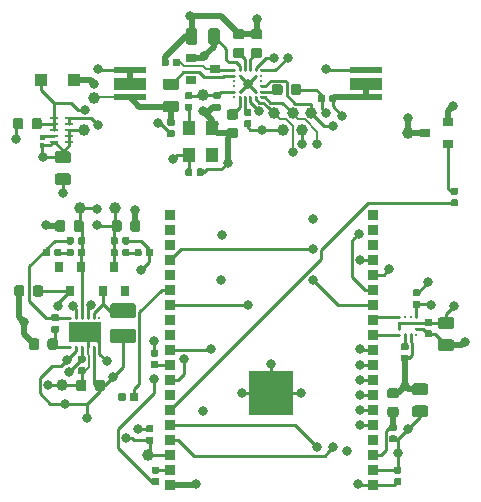
<source format=gtl>
G04 #@! TF.GenerationSoftware,KiCad,Pcbnew,(5.1.5)-3*
G04 #@! TF.CreationDate,2021-09-26T22:58:58-04:00*
G04 #@! TF.ProjectId,EPC611 LIDAR,45504336-3131-4204-9c49-4441522e6b69,rev?*
G04 #@! TF.SameCoordinates,Original*
G04 #@! TF.FileFunction,Copper,L1,Top*
G04 #@! TF.FilePolarity,Positive*
%FSLAX46Y46*%
G04 Gerber Fmt 4.6, Leading zero omitted, Abs format (unit mm)*
G04 Created by KiCad (PCBNEW (5.1.5)-3) date 2021-09-26 22:58:58*
%MOMM*%
%LPD*%
G04 APERTURE LIST*
%ADD10O,0.780000X0.780000*%
%ADD11R,0.780000X0.780000*%
%ADD12R,0.250000X0.250000*%
%ADD13R,0.838200X0.889000*%
%ADD14R,3.708400X3.708400*%
%ADD15C,0.100000*%
%ADD16R,1.100000X1.100000*%
%ADD17C,1.000000*%
%ADD18R,1.100000X1.300000*%
%ADD19R,0.650001X0.249999*%
%ADD20C,0.250000*%
%ADD21R,2.700000X1.700000*%
%ADD22R,0.900000X0.800000*%
%ADD23R,2.800000X0.550000*%
%ADD24R,2.800000X1.000000*%
%ADD25R,0.800000X0.900000*%
%ADD26C,0.800000*%
%ADD27C,0.250000*%
%ADD28C,0.500000*%
%ADD29C,0.200000*%
%ADD30C,0.155000*%
G04 APERTURE END LIST*
D10*
X89700000Y-106600000D03*
D11*
X90700000Y-106600000D03*
D12*
X113111200Y-99849811D03*
X113111200Y-100349937D03*
X113111200Y-100850063D03*
X113111200Y-101350189D03*
X113600000Y-101350000D03*
X114100063Y-101350000D03*
X114588800Y-101350189D03*
X114588800Y-100850063D03*
X114588800Y-100349937D03*
X114588800Y-99849811D03*
X114100000Y-99850000D03*
X113599937Y-99850000D03*
D13*
X110880900Y-114062800D03*
X110880900Y-112792800D03*
X110880900Y-111522800D03*
X110880900Y-110252800D03*
X110880900Y-108982800D03*
X110880900Y-107712800D03*
X110880900Y-106442800D03*
X110880900Y-105172800D03*
X110880900Y-103902800D03*
X110880900Y-102632800D03*
X110880900Y-101362800D03*
X110880900Y-100092800D03*
X110880900Y-98822800D03*
X110880900Y-97552800D03*
X110880900Y-96282800D03*
X110880900Y-95012800D03*
X110880900Y-93742800D03*
X110880900Y-92472800D03*
X110880900Y-91202800D03*
X93719100Y-91202800D03*
X93719100Y-92472800D03*
X93719100Y-93742800D03*
X93719100Y-95012800D03*
X93719100Y-96282800D03*
X93719100Y-97552800D03*
X93719100Y-98822800D03*
X93719100Y-100092800D03*
X93719100Y-101362800D03*
X93719100Y-102632800D03*
X93719100Y-103902800D03*
X93719100Y-105172800D03*
X93719100Y-106442800D03*
X93719100Y-107712800D03*
X93719100Y-108982800D03*
X93719100Y-110252800D03*
X93719100Y-111522800D03*
X93719100Y-112792800D03*
X93719100Y-114062800D03*
D14*
X102300000Y-106308000D03*
G04 #@! TA.AperFunction,SMDPad,CuDef*
D15*
G36*
X112786958Y-108920710D02*
G01*
X112801276Y-108922834D01*
X112815317Y-108926351D01*
X112828946Y-108931228D01*
X112842031Y-108937417D01*
X112854447Y-108944858D01*
X112866073Y-108953481D01*
X112876798Y-108963202D01*
X112886519Y-108973927D01*
X112895142Y-108985553D01*
X112902583Y-108997969D01*
X112908772Y-109011054D01*
X112913649Y-109024683D01*
X112917166Y-109038724D01*
X112919290Y-109053042D01*
X112920000Y-109067500D01*
X112920000Y-109362500D01*
X112919290Y-109376958D01*
X112917166Y-109391276D01*
X112913649Y-109405317D01*
X112908772Y-109418946D01*
X112902583Y-109432031D01*
X112895142Y-109444447D01*
X112886519Y-109456073D01*
X112876798Y-109466798D01*
X112866073Y-109476519D01*
X112854447Y-109485142D01*
X112842031Y-109492583D01*
X112828946Y-109498772D01*
X112815317Y-109503649D01*
X112801276Y-109507166D01*
X112786958Y-109509290D01*
X112772500Y-109510000D01*
X112427500Y-109510000D01*
X112413042Y-109509290D01*
X112398724Y-109507166D01*
X112384683Y-109503649D01*
X112371054Y-109498772D01*
X112357969Y-109492583D01*
X112345553Y-109485142D01*
X112333927Y-109476519D01*
X112323202Y-109466798D01*
X112313481Y-109456073D01*
X112304858Y-109444447D01*
X112297417Y-109432031D01*
X112291228Y-109418946D01*
X112286351Y-109405317D01*
X112282834Y-109391276D01*
X112280710Y-109376958D01*
X112280000Y-109362500D01*
X112280000Y-109067500D01*
X112280710Y-109053042D01*
X112282834Y-109038724D01*
X112286351Y-109024683D01*
X112291228Y-109011054D01*
X112297417Y-108997969D01*
X112304858Y-108985553D01*
X112313481Y-108973927D01*
X112323202Y-108963202D01*
X112333927Y-108953481D01*
X112345553Y-108944858D01*
X112357969Y-108937417D01*
X112371054Y-108931228D01*
X112384683Y-108926351D01*
X112398724Y-108922834D01*
X112413042Y-108920710D01*
X112427500Y-108920000D01*
X112772500Y-108920000D01*
X112786958Y-108920710D01*
G37*
G04 #@! TD.AperFunction*
G04 #@! TA.AperFunction,SMDPad,CuDef*
G36*
X112786958Y-109890710D02*
G01*
X112801276Y-109892834D01*
X112815317Y-109896351D01*
X112828946Y-109901228D01*
X112842031Y-109907417D01*
X112854447Y-109914858D01*
X112866073Y-109923481D01*
X112876798Y-109933202D01*
X112886519Y-109943927D01*
X112895142Y-109955553D01*
X112902583Y-109967969D01*
X112908772Y-109981054D01*
X112913649Y-109994683D01*
X112917166Y-110008724D01*
X112919290Y-110023042D01*
X112920000Y-110037500D01*
X112920000Y-110332500D01*
X112919290Y-110346958D01*
X112917166Y-110361276D01*
X112913649Y-110375317D01*
X112908772Y-110388946D01*
X112902583Y-110402031D01*
X112895142Y-110414447D01*
X112886519Y-110426073D01*
X112876798Y-110436798D01*
X112866073Y-110446519D01*
X112854447Y-110455142D01*
X112842031Y-110462583D01*
X112828946Y-110468772D01*
X112815317Y-110473649D01*
X112801276Y-110477166D01*
X112786958Y-110479290D01*
X112772500Y-110480000D01*
X112427500Y-110480000D01*
X112413042Y-110479290D01*
X112398724Y-110477166D01*
X112384683Y-110473649D01*
X112371054Y-110468772D01*
X112357969Y-110462583D01*
X112345553Y-110455142D01*
X112333927Y-110446519D01*
X112323202Y-110436798D01*
X112313481Y-110426073D01*
X112304858Y-110414447D01*
X112297417Y-110402031D01*
X112291228Y-110388946D01*
X112286351Y-110375317D01*
X112282834Y-110361276D01*
X112280710Y-110346958D01*
X112280000Y-110332500D01*
X112280000Y-110037500D01*
X112280710Y-110023042D01*
X112282834Y-110008724D01*
X112286351Y-109994683D01*
X112291228Y-109981054D01*
X112297417Y-109967969D01*
X112304858Y-109955553D01*
X112313481Y-109943927D01*
X112323202Y-109933202D01*
X112333927Y-109923481D01*
X112345553Y-109914858D01*
X112357969Y-109907417D01*
X112371054Y-109901228D01*
X112384683Y-109896351D01*
X112398724Y-109892834D01*
X112413042Y-109890710D01*
X112427500Y-109890000D01*
X112772500Y-109890000D01*
X112786958Y-109890710D01*
G37*
G04 #@! TD.AperFunction*
G04 #@! TA.AperFunction,SMDPad,CuDef*
G36*
X92686958Y-112520710D02*
G01*
X92701276Y-112522834D01*
X92715317Y-112526351D01*
X92728946Y-112531228D01*
X92742031Y-112537417D01*
X92754447Y-112544858D01*
X92766073Y-112553481D01*
X92776798Y-112563202D01*
X92786519Y-112573927D01*
X92795142Y-112585553D01*
X92802583Y-112597969D01*
X92808772Y-112611054D01*
X92813649Y-112624683D01*
X92817166Y-112638724D01*
X92819290Y-112653042D01*
X92820000Y-112667500D01*
X92820000Y-112962500D01*
X92819290Y-112976958D01*
X92817166Y-112991276D01*
X92813649Y-113005317D01*
X92808772Y-113018946D01*
X92802583Y-113032031D01*
X92795142Y-113044447D01*
X92786519Y-113056073D01*
X92776798Y-113066798D01*
X92766073Y-113076519D01*
X92754447Y-113085142D01*
X92742031Y-113092583D01*
X92728946Y-113098772D01*
X92715317Y-113103649D01*
X92701276Y-113107166D01*
X92686958Y-113109290D01*
X92672500Y-113110000D01*
X92327500Y-113110000D01*
X92313042Y-113109290D01*
X92298724Y-113107166D01*
X92284683Y-113103649D01*
X92271054Y-113098772D01*
X92257969Y-113092583D01*
X92245553Y-113085142D01*
X92233927Y-113076519D01*
X92223202Y-113066798D01*
X92213481Y-113056073D01*
X92204858Y-113044447D01*
X92197417Y-113032031D01*
X92191228Y-113018946D01*
X92186351Y-113005317D01*
X92182834Y-112991276D01*
X92180710Y-112976958D01*
X92180000Y-112962500D01*
X92180000Y-112667500D01*
X92180710Y-112653042D01*
X92182834Y-112638724D01*
X92186351Y-112624683D01*
X92191228Y-112611054D01*
X92197417Y-112597969D01*
X92204858Y-112585553D01*
X92213481Y-112573927D01*
X92223202Y-112563202D01*
X92233927Y-112553481D01*
X92245553Y-112544858D01*
X92257969Y-112537417D01*
X92271054Y-112531228D01*
X92284683Y-112526351D01*
X92298724Y-112522834D01*
X92313042Y-112520710D01*
X92327500Y-112520000D01*
X92672500Y-112520000D01*
X92686958Y-112520710D01*
G37*
G04 #@! TD.AperFunction*
G04 #@! TA.AperFunction,SMDPad,CuDef*
G36*
X92686958Y-113490710D02*
G01*
X92701276Y-113492834D01*
X92715317Y-113496351D01*
X92728946Y-113501228D01*
X92742031Y-113507417D01*
X92754447Y-113514858D01*
X92766073Y-113523481D01*
X92776798Y-113533202D01*
X92786519Y-113543927D01*
X92795142Y-113555553D01*
X92802583Y-113567969D01*
X92808772Y-113581054D01*
X92813649Y-113594683D01*
X92817166Y-113608724D01*
X92819290Y-113623042D01*
X92820000Y-113637500D01*
X92820000Y-113932500D01*
X92819290Y-113946958D01*
X92817166Y-113961276D01*
X92813649Y-113975317D01*
X92808772Y-113988946D01*
X92802583Y-114002031D01*
X92795142Y-114014447D01*
X92786519Y-114026073D01*
X92776798Y-114036798D01*
X92766073Y-114046519D01*
X92754447Y-114055142D01*
X92742031Y-114062583D01*
X92728946Y-114068772D01*
X92715317Y-114073649D01*
X92701276Y-114077166D01*
X92686958Y-114079290D01*
X92672500Y-114080000D01*
X92327500Y-114080000D01*
X92313042Y-114079290D01*
X92298724Y-114077166D01*
X92284683Y-114073649D01*
X92271054Y-114068772D01*
X92257969Y-114062583D01*
X92245553Y-114055142D01*
X92233927Y-114046519D01*
X92223202Y-114036798D01*
X92213481Y-114026073D01*
X92204858Y-114014447D01*
X92197417Y-114002031D01*
X92191228Y-113988946D01*
X92186351Y-113975317D01*
X92182834Y-113961276D01*
X92180710Y-113946958D01*
X92180000Y-113932500D01*
X92180000Y-113637500D01*
X92180710Y-113623042D01*
X92182834Y-113608724D01*
X92186351Y-113594683D01*
X92191228Y-113581054D01*
X92197417Y-113567969D01*
X92204858Y-113555553D01*
X92213481Y-113543927D01*
X92223202Y-113533202D01*
X92233927Y-113523481D01*
X92245553Y-113514858D01*
X92257969Y-113507417D01*
X92271054Y-113501228D01*
X92284683Y-113496351D01*
X92298724Y-113492834D01*
X92313042Y-113490710D01*
X92327500Y-113490000D01*
X92672500Y-113490000D01*
X92686958Y-113490710D01*
G37*
G04 #@! TD.AperFunction*
G04 #@! TA.AperFunction,SMDPad,CuDef*
G36*
X92586958Y-103590710D02*
G01*
X92601276Y-103592834D01*
X92615317Y-103596351D01*
X92628946Y-103601228D01*
X92642031Y-103607417D01*
X92654447Y-103614858D01*
X92666073Y-103623481D01*
X92676798Y-103633202D01*
X92686519Y-103643927D01*
X92695142Y-103655553D01*
X92702583Y-103667969D01*
X92708772Y-103681054D01*
X92713649Y-103694683D01*
X92717166Y-103708724D01*
X92719290Y-103723042D01*
X92720000Y-103737500D01*
X92720000Y-104032500D01*
X92719290Y-104046958D01*
X92717166Y-104061276D01*
X92713649Y-104075317D01*
X92708772Y-104088946D01*
X92702583Y-104102031D01*
X92695142Y-104114447D01*
X92686519Y-104126073D01*
X92676798Y-104136798D01*
X92666073Y-104146519D01*
X92654447Y-104155142D01*
X92642031Y-104162583D01*
X92628946Y-104168772D01*
X92615317Y-104173649D01*
X92601276Y-104177166D01*
X92586958Y-104179290D01*
X92572500Y-104180000D01*
X92227500Y-104180000D01*
X92213042Y-104179290D01*
X92198724Y-104177166D01*
X92184683Y-104173649D01*
X92171054Y-104168772D01*
X92157969Y-104162583D01*
X92145553Y-104155142D01*
X92133927Y-104146519D01*
X92123202Y-104136798D01*
X92113481Y-104126073D01*
X92104858Y-104114447D01*
X92097417Y-104102031D01*
X92091228Y-104088946D01*
X92086351Y-104075317D01*
X92082834Y-104061276D01*
X92080710Y-104046958D01*
X92080000Y-104032500D01*
X92080000Y-103737500D01*
X92080710Y-103723042D01*
X92082834Y-103708724D01*
X92086351Y-103694683D01*
X92091228Y-103681054D01*
X92097417Y-103667969D01*
X92104858Y-103655553D01*
X92113481Y-103643927D01*
X92123202Y-103633202D01*
X92133927Y-103623481D01*
X92145553Y-103614858D01*
X92157969Y-103607417D01*
X92171054Y-103601228D01*
X92184683Y-103596351D01*
X92198724Y-103592834D01*
X92213042Y-103590710D01*
X92227500Y-103590000D01*
X92572500Y-103590000D01*
X92586958Y-103590710D01*
G37*
G04 #@! TD.AperFunction*
G04 #@! TA.AperFunction,SMDPad,CuDef*
G36*
X92586958Y-102620710D02*
G01*
X92601276Y-102622834D01*
X92615317Y-102626351D01*
X92628946Y-102631228D01*
X92642031Y-102637417D01*
X92654447Y-102644858D01*
X92666073Y-102653481D01*
X92676798Y-102663202D01*
X92686519Y-102673927D01*
X92695142Y-102685553D01*
X92702583Y-102697969D01*
X92708772Y-102711054D01*
X92713649Y-102724683D01*
X92717166Y-102738724D01*
X92719290Y-102753042D01*
X92720000Y-102767500D01*
X92720000Y-103062500D01*
X92719290Y-103076958D01*
X92717166Y-103091276D01*
X92713649Y-103105317D01*
X92708772Y-103118946D01*
X92702583Y-103132031D01*
X92695142Y-103144447D01*
X92686519Y-103156073D01*
X92676798Y-103166798D01*
X92666073Y-103176519D01*
X92654447Y-103185142D01*
X92642031Y-103192583D01*
X92628946Y-103198772D01*
X92615317Y-103203649D01*
X92601276Y-103207166D01*
X92586958Y-103209290D01*
X92572500Y-103210000D01*
X92227500Y-103210000D01*
X92213042Y-103209290D01*
X92198724Y-103207166D01*
X92184683Y-103203649D01*
X92171054Y-103198772D01*
X92157969Y-103192583D01*
X92145553Y-103185142D01*
X92133927Y-103176519D01*
X92123202Y-103166798D01*
X92113481Y-103156073D01*
X92104858Y-103144447D01*
X92097417Y-103132031D01*
X92091228Y-103118946D01*
X92086351Y-103105317D01*
X92082834Y-103091276D01*
X92080710Y-103076958D01*
X92080000Y-103062500D01*
X92080000Y-102767500D01*
X92080710Y-102753042D01*
X92082834Y-102738724D01*
X92086351Y-102724683D01*
X92091228Y-102711054D01*
X92097417Y-102697969D01*
X92104858Y-102685553D01*
X92113481Y-102673927D01*
X92123202Y-102663202D01*
X92133927Y-102653481D01*
X92145553Y-102644858D01*
X92157969Y-102637417D01*
X92171054Y-102631228D01*
X92184683Y-102626351D01*
X92198724Y-102622834D01*
X92213042Y-102620710D01*
X92227500Y-102620000D01*
X92572500Y-102620000D01*
X92586958Y-102620710D01*
G37*
G04 #@! TD.AperFunction*
G04 #@! TA.AperFunction,SMDPad,CuDef*
G36*
X112877691Y-105876053D02*
G01*
X112898926Y-105879203D01*
X112919750Y-105884419D01*
X112939962Y-105891651D01*
X112959368Y-105900830D01*
X112977781Y-105911866D01*
X112995024Y-105924654D01*
X113010930Y-105939070D01*
X113025346Y-105954976D01*
X113038134Y-105972219D01*
X113049170Y-105990632D01*
X113058349Y-106010038D01*
X113065581Y-106030250D01*
X113070797Y-106051074D01*
X113073947Y-106072309D01*
X113075000Y-106093750D01*
X113075000Y-106531250D01*
X113073947Y-106552691D01*
X113070797Y-106573926D01*
X113065581Y-106594750D01*
X113058349Y-106614962D01*
X113049170Y-106634368D01*
X113038134Y-106652781D01*
X113025346Y-106670024D01*
X113010930Y-106685930D01*
X112995024Y-106700346D01*
X112977781Y-106713134D01*
X112959368Y-106724170D01*
X112939962Y-106733349D01*
X112919750Y-106740581D01*
X112898926Y-106745797D01*
X112877691Y-106748947D01*
X112856250Y-106750000D01*
X112343750Y-106750000D01*
X112322309Y-106748947D01*
X112301074Y-106745797D01*
X112280250Y-106740581D01*
X112260038Y-106733349D01*
X112240632Y-106724170D01*
X112222219Y-106713134D01*
X112204976Y-106700346D01*
X112189070Y-106685930D01*
X112174654Y-106670024D01*
X112161866Y-106652781D01*
X112150830Y-106634368D01*
X112141651Y-106614962D01*
X112134419Y-106594750D01*
X112129203Y-106573926D01*
X112126053Y-106552691D01*
X112125000Y-106531250D01*
X112125000Y-106093750D01*
X112126053Y-106072309D01*
X112129203Y-106051074D01*
X112134419Y-106030250D01*
X112141651Y-106010038D01*
X112150830Y-105990632D01*
X112161866Y-105972219D01*
X112174654Y-105954976D01*
X112189070Y-105939070D01*
X112204976Y-105924654D01*
X112222219Y-105911866D01*
X112240632Y-105900830D01*
X112260038Y-105891651D01*
X112280250Y-105884419D01*
X112301074Y-105879203D01*
X112322309Y-105876053D01*
X112343750Y-105875000D01*
X112856250Y-105875000D01*
X112877691Y-105876053D01*
G37*
G04 #@! TD.AperFunction*
G04 #@! TA.AperFunction,SMDPad,CuDef*
G36*
X112877691Y-107451053D02*
G01*
X112898926Y-107454203D01*
X112919750Y-107459419D01*
X112939962Y-107466651D01*
X112959368Y-107475830D01*
X112977781Y-107486866D01*
X112995024Y-107499654D01*
X113010930Y-107514070D01*
X113025346Y-107529976D01*
X113038134Y-107547219D01*
X113049170Y-107565632D01*
X113058349Y-107585038D01*
X113065581Y-107605250D01*
X113070797Y-107626074D01*
X113073947Y-107647309D01*
X113075000Y-107668750D01*
X113075000Y-108106250D01*
X113073947Y-108127691D01*
X113070797Y-108148926D01*
X113065581Y-108169750D01*
X113058349Y-108189962D01*
X113049170Y-108209368D01*
X113038134Y-108227781D01*
X113025346Y-108245024D01*
X113010930Y-108260930D01*
X112995024Y-108275346D01*
X112977781Y-108288134D01*
X112959368Y-108299170D01*
X112939962Y-108308349D01*
X112919750Y-108315581D01*
X112898926Y-108320797D01*
X112877691Y-108323947D01*
X112856250Y-108325000D01*
X112343750Y-108325000D01*
X112322309Y-108323947D01*
X112301074Y-108320797D01*
X112280250Y-108315581D01*
X112260038Y-108308349D01*
X112240632Y-108299170D01*
X112222219Y-108288134D01*
X112204976Y-108275346D01*
X112189070Y-108260930D01*
X112174654Y-108245024D01*
X112161866Y-108227781D01*
X112150830Y-108209368D01*
X112141651Y-108189962D01*
X112134419Y-108169750D01*
X112129203Y-108148926D01*
X112126053Y-108127691D01*
X112125000Y-108106250D01*
X112125000Y-107668750D01*
X112126053Y-107647309D01*
X112129203Y-107626074D01*
X112134419Y-107605250D01*
X112141651Y-107585038D01*
X112150830Y-107565632D01*
X112161866Y-107547219D01*
X112174654Y-107529976D01*
X112189070Y-107514070D01*
X112204976Y-107499654D01*
X112222219Y-107486866D01*
X112240632Y-107475830D01*
X112260038Y-107466651D01*
X112280250Y-107459419D01*
X112301074Y-107454203D01*
X112322309Y-107451053D01*
X112343750Y-107450000D01*
X112856250Y-107450000D01*
X112877691Y-107451053D01*
G37*
G04 #@! TD.AperFunction*
G04 #@! TA.AperFunction,SMDPad,CuDef*
G36*
X113186958Y-113490710D02*
G01*
X113201276Y-113492834D01*
X113215317Y-113496351D01*
X113228946Y-113501228D01*
X113242031Y-113507417D01*
X113254447Y-113514858D01*
X113266073Y-113523481D01*
X113276798Y-113533202D01*
X113286519Y-113543927D01*
X113295142Y-113555553D01*
X113302583Y-113567969D01*
X113308772Y-113581054D01*
X113313649Y-113594683D01*
X113317166Y-113608724D01*
X113319290Y-113623042D01*
X113320000Y-113637500D01*
X113320000Y-113932500D01*
X113319290Y-113946958D01*
X113317166Y-113961276D01*
X113313649Y-113975317D01*
X113308772Y-113988946D01*
X113302583Y-114002031D01*
X113295142Y-114014447D01*
X113286519Y-114026073D01*
X113276798Y-114036798D01*
X113266073Y-114046519D01*
X113254447Y-114055142D01*
X113242031Y-114062583D01*
X113228946Y-114068772D01*
X113215317Y-114073649D01*
X113201276Y-114077166D01*
X113186958Y-114079290D01*
X113172500Y-114080000D01*
X112827500Y-114080000D01*
X112813042Y-114079290D01*
X112798724Y-114077166D01*
X112784683Y-114073649D01*
X112771054Y-114068772D01*
X112757969Y-114062583D01*
X112745553Y-114055142D01*
X112733927Y-114046519D01*
X112723202Y-114036798D01*
X112713481Y-114026073D01*
X112704858Y-114014447D01*
X112697417Y-114002031D01*
X112691228Y-113988946D01*
X112686351Y-113975317D01*
X112682834Y-113961276D01*
X112680710Y-113946958D01*
X112680000Y-113932500D01*
X112680000Y-113637500D01*
X112680710Y-113623042D01*
X112682834Y-113608724D01*
X112686351Y-113594683D01*
X112691228Y-113581054D01*
X112697417Y-113567969D01*
X112704858Y-113555553D01*
X112713481Y-113543927D01*
X112723202Y-113533202D01*
X112733927Y-113523481D01*
X112745553Y-113514858D01*
X112757969Y-113507417D01*
X112771054Y-113501228D01*
X112784683Y-113496351D01*
X112798724Y-113492834D01*
X112813042Y-113490710D01*
X112827500Y-113490000D01*
X113172500Y-113490000D01*
X113186958Y-113490710D01*
G37*
G04 #@! TD.AperFunction*
G04 #@! TA.AperFunction,SMDPad,CuDef*
G36*
X113186958Y-112520710D02*
G01*
X113201276Y-112522834D01*
X113215317Y-112526351D01*
X113228946Y-112531228D01*
X113242031Y-112537417D01*
X113254447Y-112544858D01*
X113266073Y-112553481D01*
X113276798Y-112563202D01*
X113286519Y-112573927D01*
X113295142Y-112585553D01*
X113302583Y-112597969D01*
X113308772Y-112611054D01*
X113313649Y-112624683D01*
X113317166Y-112638724D01*
X113319290Y-112653042D01*
X113320000Y-112667500D01*
X113320000Y-112962500D01*
X113319290Y-112976958D01*
X113317166Y-112991276D01*
X113313649Y-113005317D01*
X113308772Y-113018946D01*
X113302583Y-113032031D01*
X113295142Y-113044447D01*
X113286519Y-113056073D01*
X113276798Y-113066798D01*
X113266073Y-113076519D01*
X113254447Y-113085142D01*
X113242031Y-113092583D01*
X113228946Y-113098772D01*
X113215317Y-113103649D01*
X113201276Y-113107166D01*
X113186958Y-113109290D01*
X113172500Y-113110000D01*
X112827500Y-113110000D01*
X112813042Y-113109290D01*
X112798724Y-113107166D01*
X112784683Y-113103649D01*
X112771054Y-113098772D01*
X112757969Y-113092583D01*
X112745553Y-113085142D01*
X112733927Y-113076519D01*
X112723202Y-113066798D01*
X112713481Y-113056073D01*
X112704858Y-113044447D01*
X112697417Y-113032031D01*
X112691228Y-113018946D01*
X112686351Y-113005317D01*
X112682834Y-112991276D01*
X112680710Y-112976958D01*
X112680000Y-112962500D01*
X112680000Y-112667500D01*
X112680710Y-112653042D01*
X112682834Y-112638724D01*
X112686351Y-112624683D01*
X112691228Y-112611054D01*
X112697417Y-112597969D01*
X112704858Y-112585553D01*
X112713481Y-112573927D01*
X112723202Y-112563202D01*
X112733927Y-112553481D01*
X112745553Y-112544858D01*
X112757969Y-112537417D01*
X112771054Y-112531228D01*
X112784683Y-112526351D01*
X112798724Y-112522834D01*
X112813042Y-112520710D01*
X112827500Y-112520000D01*
X113172500Y-112520000D01*
X113186958Y-112520710D01*
G37*
G04 #@! TD.AperFunction*
G04 #@! TA.AperFunction,SMDPad,CuDef*
G36*
X115380142Y-105476174D02*
G01*
X115403803Y-105479684D01*
X115427007Y-105485496D01*
X115449529Y-105493554D01*
X115471153Y-105503782D01*
X115491670Y-105516079D01*
X115510883Y-105530329D01*
X115528607Y-105546393D01*
X115544671Y-105564117D01*
X115558921Y-105583330D01*
X115571218Y-105603847D01*
X115581446Y-105625471D01*
X115589504Y-105647993D01*
X115595316Y-105671197D01*
X115598826Y-105694858D01*
X115600000Y-105718750D01*
X115600000Y-106206250D01*
X115598826Y-106230142D01*
X115595316Y-106253803D01*
X115589504Y-106277007D01*
X115581446Y-106299529D01*
X115571218Y-106321153D01*
X115558921Y-106341670D01*
X115544671Y-106360883D01*
X115528607Y-106378607D01*
X115510883Y-106394671D01*
X115491670Y-106408921D01*
X115471153Y-106421218D01*
X115449529Y-106431446D01*
X115427007Y-106439504D01*
X115403803Y-106445316D01*
X115380142Y-106448826D01*
X115356250Y-106450000D01*
X114443750Y-106450000D01*
X114419858Y-106448826D01*
X114396197Y-106445316D01*
X114372993Y-106439504D01*
X114350471Y-106431446D01*
X114328847Y-106421218D01*
X114308330Y-106408921D01*
X114289117Y-106394671D01*
X114271393Y-106378607D01*
X114255329Y-106360883D01*
X114241079Y-106341670D01*
X114228782Y-106321153D01*
X114218554Y-106299529D01*
X114210496Y-106277007D01*
X114204684Y-106253803D01*
X114201174Y-106230142D01*
X114200000Y-106206250D01*
X114200000Y-105718750D01*
X114201174Y-105694858D01*
X114204684Y-105671197D01*
X114210496Y-105647993D01*
X114218554Y-105625471D01*
X114228782Y-105603847D01*
X114241079Y-105583330D01*
X114255329Y-105564117D01*
X114271393Y-105546393D01*
X114289117Y-105530329D01*
X114308330Y-105516079D01*
X114328847Y-105503782D01*
X114350471Y-105493554D01*
X114372993Y-105485496D01*
X114396197Y-105479684D01*
X114419858Y-105476174D01*
X114443750Y-105475000D01*
X115356250Y-105475000D01*
X115380142Y-105476174D01*
G37*
G04 #@! TD.AperFunction*
G04 #@! TA.AperFunction,SMDPad,CuDef*
G36*
X115380142Y-107351174D02*
G01*
X115403803Y-107354684D01*
X115427007Y-107360496D01*
X115449529Y-107368554D01*
X115471153Y-107378782D01*
X115491670Y-107391079D01*
X115510883Y-107405329D01*
X115528607Y-107421393D01*
X115544671Y-107439117D01*
X115558921Y-107458330D01*
X115571218Y-107478847D01*
X115581446Y-107500471D01*
X115589504Y-107522993D01*
X115595316Y-107546197D01*
X115598826Y-107569858D01*
X115600000Y-107593750D01*
X115600000Y-108081250D01*
X115598826Y-108105142D01*
X115595316Y-108128803D01*
X115589504Y-108152007D01*
X115581446Y-108174529D01*
X115571218Y-108196153D01*
X115558921Y-108216670D01*
X115544671Y-108235883D01*
X115528607Y-108253607D01*
X115510883Y-108269671D01*
X115491670Y-108283921D01*
X115471153Y-108296218D01*
X115449529Y-108306446D01*
X115427007Y-108314504D01*
X115403803Y-108320316D01*
X115380142Y-108323826D01*
X115356250Y-108325000D01*
X114443750Y-108325000D01*
X114419858Y-108323826D01*
X114396197Y-108320316D01*
X114372993Y-108314504D01*
X114350471Y-108306446D01*
X114328847Y-108296218D01*
X114308330Y-108283921D01*
X114289117Y-108269671D01*
X114271393Y-108253607D01*
X114255329Y-108235883D01*
X114241079Y-108216670D01*
X114228782Y-108196153D01*
X114218554Y-108174529D01*
X114210496Y-108152007D01*
X114204684Y-108128803D01*
X114201174Y-108105142D01*
X114200000Y-108081250D01*
X114200000Y-107593750D01*
X114201174Y-107569858D01*
X114204684Y-107546197D01*
X114210496Y-107522993D01*
X114218554Y-107500471D01*
X114228782Y-107478847D01*
X114241079Y-107458330D01*
X114255329Y-107439117D01*
X114271393Y-107421393D01*
X114289117Y-107405329D01*
X114308330Y-107391079D01*
X114328847Y-107378782D01*
X114350471Y-107368554D01*
X114372993Y-107360496D01*
X114396197Y-107354684D01*
X114419858Y-107351174D01*
X114443750Y-107350000D01*
X115356250Y-107350000D01*
X115380142Y-107351174D01*
G37*
G04 #@! TD.AperFunction*
D16*
X85600000Y-79800000D03*
X82800000Y-79800000D03*
G04 #@! TA.AperFunction,SMDPad,CuDef*
D15*
G36*
X83009802Y-85090482D02*
G01*
X83019509Y-85091921D01*
X83029028Y-85094306D01*
X83038268Y-85097612D01*
X83047140Y-85101808D01*
X83055557Y-85106853D01*
X83063439Y-85112699D01*
X83070711Y-85119289D01*
X83077301Y-85126561D01*
X83083147Y-85134443D01*
X83088192Y-85142860D01*
X83092388Y-85151732D01*
X83095694Y-85160972D01*
X83098079Y-85170491D01*
X83099518Y-85180198D01*
X83100000Y-85190000D01*
X83100000Y-85450000D01*
X83099518Y-85459802D01*
X83098079Y-85469509D01*
X83095694Y-85479028D01*
X83092388Y-85488268D01*
X83088192Y-85497140D01*
X83083147Y-85505557D01*
X83077301Y-85513439D01*
X83070711Y-85520711D01*
X83063439Y-85527301D01*
X83055557Y-85533147D01*
X83047140Y-85538192D01*
X83038268Y-85542388D01*
X83029028Y-85545694D01*
X83019509Y-85548079D01*
X83009802Y-85549518D01*
X83000000Y-85550000D01*
X82800000Y-85550000D01*
X82790198Y-85549518D01*
X82780491Y-85548079D01*
X82770972Y-85545694D01*
X82761732Y-85542388D01*
X82752860Y-85538192D01*
X82744443Y-85533147D01*
X82736561Y-85527301D01*
X82729289Y-85520711D01*
X82722699Y-85513439D01*
X82716853Y-85505557D01*
X82711808Y-85497140D01*
X82707612Y-85488268D01*
X82704306Y-85479028D01*
X82701921Y-85469509D01*
X82700482Y-85459802D01*
X82700000Y-85450000D01*
X82700000Y-85190000D01*
X82700482Y-85180198D01*
X82701921Y-85170491D01*
X82704306Y-85160972D01*
X82707612Y-85151732D01*
X82711808Y-85142860D01*
X82716853Y-85134443D01*
X82722699Y-85126561D01*
X82729289Y-85119289D01*
X82736561Y-85112699D01*
X82744443Y-85106853D01*
X82752860Y-85101808D01*
X82761732Y-85097612D01*
X82770972Y-85094306D01*
X82780491Y-85091921D01*
X82790198Y-85090482D01*
X82800000Y-85090000D01*
X83000000Y-85090000D01*
X83009802Y-85090482D01*
G37*
G04 #@! TD.AperFunction*
G04 #@! TA.AperFunction,SMDPad,CuDef*
G36*
X83009802Y-84450482D02*
G01*
X83019509Y-84451921D01*
X83029028Y-84454306D01*
X83038268Y-84457612D01*
X83047140Y-84461808D01*
X83055557Y-84466853D01*
X83063439Y-84472699D01*
X83070711Y-84479289D01*
X83077301Y-84486561D01*
X83083147Y-84494443D01*
X83088192Y-84502860D01*
X83092388Y-84511732D01*
X83095694Y-84520972D01*
X83098079Y-84530491D01*
X83099518Y-84540198D01*
X83100000Y-84550000D01*
X83100000Y-84810000D01*
X83099518Y-84819802D01*
X83098079Y-84829509D01*
X83095694Y-84839028D01*
X83092388Y-84848268D01*
X83088192Y-84857140D01*
X83083147Y-84865557D01*
X83077301Y-84873439D01*
X83070711Y-84880711D01*
X83063439Y-84887301D01*
X83055557Y-84893147D01*
X83047140Y-84898192D01*
X83038268Y-84902388D01*
X83029028Y-84905694D01*
X83019509Y-84908079D01*
X83009802Y-84909518D01*
X83000000Y-84910000D01*
X82800000Y-84910000D01*
X82790198Y-84909518D01*
X82780491Y-84908079D01*
X82770972Y-84905694D01*
X82761732Y-84902388D01*
X82752860Y-84898192D01*
X82744443Y-84893147D01*
X82736561Y-84887301D01*
X82729289Y-84880711D01*
X82722699Y-84873439D01*
X82716853Y-84865557D01*
X82711808Y-84857140D01*
X82707612Y-84848268D01*
X82704306Y-84839028D01*
X82701921Y-84829509D01*
X82700482Y-84819802D01*
X82700000Y-84810000D01*
X82700000Y-84550000D01*
X82700482Y-84540198D01*
X82701921Y-84530491D01*
X82704306Y-84520972D01*
X82707612Y-84511732D01*
X82711808Y-84502860D01*
X82716853Y-84494443D01*
X82722699Y-84486561D01*
X82729289Y-84479289D01*
X82736561Y-84472699D01*
X82744443Y-84466853D01*
X82752860Y-84461808D01*
X82761732Y-84457612D01*
X82770972Y-84454306D01*
X82780491Y-84451921D01*
X82790198Y-84450482D01*
X82800000Y-84450000D01*
X83000000Y-84450000D01*
X83009802Y-84450482D01*
G37*
G04 #@! TD.AperFunction*
D17*
X84600000Y-105650000D03*
D18*
X95350000Y-86150000D03*
X95350000Y-83850000D03*
X97250000Y-83850000D03*
X97250000Y-86150000D03*
D19*
X83900000Y-83000000D03*
X83900000Y-83500002D03*
X83900000Y-84000001D03*
X83900000Y-84500000D03*
X83900000Y-85000002D03*
X85150000Y-85000002D03*
X85150000Y-84500000D03*
X85150000Y-84000001D03*
X85150000Y-83500002D03*
X85150000Y-83000000D03*
D20*
X101425000Y-78975000D03*
X100975000Y-78975000D03*
X100525000Y-78975000D03*
X100075000Y-78975000D03*
X99625000Y-78975000D03*
X99175000Y-78975000D03*
X101425000Y-79425000D03*
X100975000Y-79425000D03*
X99625000Y-79425000D03*
X99175000Y-79425000D03*
X101425000Y-79875000D03*
X99175000Y-79875000D03*
X101425000Y-80325000D03*
X99175000Y-80325000D03*
X101425000Y-80775000D03*
X100975000Y-80775000D03*
X99625000Y-80775000D03*
X99175000Y-80775000D03*
X101425000Y-81225000D03*
X100975000Y-81225000D03*
X100525000Y-81225000D03*
X100075000Y-81225000D03*
X99625000Y-81225000D03*
X99175000Y-81225000D03*
D12*
X85250000Y-102375000D03*
X85250000Y-99925000D03*
D21*
X86500000Y-101150000D03*
D12*
X87750000Y-102375000D03*
X87250000Y-102375000D03*
X86750000Y-102375000D03*
X86250000Y-102375000D03*
X85750000Y-102375000D03*
X85750000Y-99925000D03*
X86250000Y-99925000D03*
X86750000Y-99925000D03*
X87250000Y-99925000D03*
X87750000Y-99925000D03*
D17*
X91900000Y-111500000D03*
X113900000Y-84300000D03*
X87300000Y-81350000D03*
X96500000Y-81100000D03*
X86400000Y-84000000D03*
X89100000Y-90650000D03*
X86100000Y-90650000D03*
G04 #@! TA.AperFunction,SMDPad,CuDef*
D15*
G36*
X92186958Y-109990710D02*
G01*
X92201276Y-109992834D01*
X92215317Y-109996351D01*
X92228946Y-110001228D01*
X92242031Y-110007417D01*
X92254447Y-110014858D01*
X92266073Y-110023481D01*
X92276798Y-110033202D01*
X92286519Y-110043927D01*
X92295142Y-110055553D01*
X92302583Y-110067969D01*
X92308772Y-110081054D01*
X92313649Y-110094683D01*
X92317166Y-110108724D01*
X92319290Y-110123042D01*
X92320000Y-110137500D01*
X92320000Y-110432500D01*
X92319290Y-110446958D01*
X92317166Y-110461276D01*
X92313649Y-110475317D01*
X92308772Y-110488946D01*
X92302583Y-110502031D01*
X92295142Y-110514447D01*
X92286519Y-110526073D01*
X92276798Y-110536798D01*
X92266073Y-110546519D01*
X92254447Y-110555142D01*
X92242031Y-110562583D01*
X92228946Y-110568772D01*
X92215317Y-110573649D01*
X92201276Y-110577166D01*
X92186958Y-110579290D01*
X92172500Y-110580000D01*
X91827500Y-110580000D01*
X91813042Y-110579290D01*
X91798724Y-110577166D01*
X91784683Y-110573649D01*
X91771054Y-110568772D01*
X91757969Y-110562583D01*
X91745553Y-110555142D01*
X91733927Y-110546519D01*
X91723202Y-110536798D01*
X91713481Y-110526073D01*
X91704858Y-110514447D01*
X91697417Y-110502031D01*
X91691228Y-110488946D01*
X91686351Y-110475317D01*
X91682834Y-110461276D01*
X91680710Y-110446958D01*
X91680000Y-110432500D01*
X91680000Y-110137500D01*
X91680710Y-110123042D01*
X91682834Y-110108724D01*
X91686351Y-110094683D01*
X91691228Y-110081054D01*
X91697417Y-110067969D01*
X91704858Y-110055553D01*
X91713481Y-110043927D01*
X91723202Y-110033202D01*
X91733927Y-110023481D01*
X91745553Y-110014858D01*
X91757969Y-110007417D01*
X91771054Y-110001228D01*
X91784683Y-109996351D01*
X91798724Y-109992834D01*
X91813042Y-109990710D01*
X91827500Y-109990000D01*
X92172500Y-109990000D01*
X92186958Y-109990710D01*
G37*
G04 #@! TD.AperFunction*
G04 #@! TA.AperFunction,SMDPad,CuDef*
G36*
X92186958Y-109020710D02*
G01*
X92201276Y-109022834D01*
X92215317Y-109026351D01*
X92228946Y-109031228D01*
X92242031Y-109037417D01*
X92254447Y-109044858D01*
X92266073Y-109053481D01*
X92276798Y-109063202D01*
X92286519Y-109073927D01*
X92295142Y-109085553D01*
X92302583Y-109097969D01*
X92308772Y-109111054D01*
X92313649Y-109124683D01*
X92317166Y-109138724D01*
X92319290Y-109153042D01*
X92320000Y-109167500D01*
X92320000Y-109462500D01*
X92319290Y-109476958D01*
X92317166Y-109491276D01*
X92313649Y-109505317D01*
X92308772Y-109518946D01*
X92302583Y-109532031D01*
X92295142Y-109544447D01*
X92286519Y-109556073D01*
X92276798Y-109566798D01*
X92266073Y-109576519D01*
X92254447Y-109585142D01*
X92242031Y-109592583D01*
X92228946Y-109598772D01*
X92215317Y-109603649D01*
X92201276Y-109607166D01*
X92186958Y-109609290D01*
X92172500Y-109610000D01*
X91827500Y-109610000D01*
X91813042Y-109609290D01*
X91798724Y-109607166D01*
X91784683Y-109603649D01*
X91771054Y-109598772D01*
X91757969Y-109592583D01*
X91745553Y-109585142D01*
X91733927Y-109576519D01*
X91723202Y-109566798D01*
X91713481Y-109556073D01*
X91704858Y-109544447D01*
X91697417Y-109532031D01*
X91691228Y-109518946D01*
X91686351Y-109505317D01*
X91682834Y-109491276D01*
X91680710Y-109476958D01*
X91680000Y-109462500D01*
X91680000Y-109167500D01*
X91680710Y-109153042D01*
X91682834Y-109138724D01*
X91686351Y-109124683D01*
X91691228Y-109111054D01*
X91697417Y-109097969D01*
X91704858Y-109085553D01*
X91713481Y-109073927D01*
X91723202Y-109063202D01*
X91733927Y-109053481D01*
X91745553Y-109044858D01*
X91757969Y-109037417D01*
X91771054Y-109031228D01*
X91784683Y-109026351D01*
X91798724Y-109022834D01*
X91813042Y-109020710D01*
X91827500Y-109020000D01*
X92172500Y-109020000D01*
X92186958Y-109020710D01*
G37*
G04 #@! TD.AperFunction*
G04 #@! TA.AperFunction,SMDPad,CuDef*
G36*
X100486958Y-83190710D02*
G01*
X100501276Y-83192834D01*
X100515317Y-83196351D01*
X100528946Y-83201228D01*
X100542031Y-83207417D01*
X100554447Y-83214858D01*
X100566073Y-83223481D01*
X100576798Y-83233202D01*
X100586519Y-83243927D01*
X100595142Y-83255553D01*
X100602583Y-83267969D01*
X100608772Y-83281054D01*
X100613649Y-83294683D01*
X100617166Y-83308724D01*
X100619290Y-83323042D01*
X100620000Y-83337500D01*
X100620000Y-83632500D01*
X100619290Y-83646958D01*
X100617166Y-83661276D01*
X100613649Y-83675317D01*
X100608772Y-83688946D01*
X100602583Y-83702031D01*
X100595142Y-83714447D01*
X100586519Y-83726073D01*
X100576798Y-83736798D01*
X100566073Y-83746519D01*
X100554447Y-83755142D01*
X100542031Y-83762583D01*
X100528946Y-83768772D01*
X100515317Y-83773649D01*
X100501276Y-83777166D01*
X100486958Y-83779290D01*
X100472500Y-83780000D01*
X100127500Y-83780000D01*
X100113042Y-83779290D01*
X100098724Y-83777166D01*
X100084683Y-83773649D01*
X100071054Y-83768772D01*
X100057969Y-83762583D01*
X100045553Y-83755142D01*
X100033927Y-83746519D01*
X100023202Y-83736798D01*
X100013481Y-83726073D01*
X100004858Y-83714447D01*
X99997417Y-83702031D01*
X99991228Y-83688946D01*
X99986351Y-83675317D01*
X99982834Y-83661276D01*
X99980710Y-83646958D01*
X99980000Y-83632500D01*
X99980000Y-83337500D01*
X99980710Y-83323042D01*
X99982834Y-83308724D01*
X99986351Y-83294683D01*
X99991228Y-83281054D01*
X99997417Y-83267969D01*
X100004858Y-83255553D01*
X100013481Y-83243927D01*
X100023202Y-83233202D01*
X100033927Y-83223481D01*
X100045553Y-83214858D01*
X100057969Y-83207417D01*
X100071054Y-83201228D01*
X100084683Y-83196351D01*
X100098724Y-83192834D01*
X100113042Y-83190710D01*
X100127500Y-83190000D01*
X100472500Y-83190000D01*
X100486958Y-83190710D01*
G37*
G04 #@! TD.AperFunction*
G04 #@! TA.AperFunction,SMDPad,CuDef*
G36*
X100486958Y-82220710D02*
G01*
X100501276Y-82222834D01*
X100515317Y-82226351D01*
X100528946Y-82231228D01*
X100542031Y-82237417D01*
X100554447Y-82244858D01*
X100566073Y-82253481D01*
X100576798Y-82263202D01*
X100586519Y-82273927D01*
X100595142Y-82285553D01*
X100602583Y-82297969D01*
X100608772Y-82311054D01*
X100613649Y-82324683D01*
X100617166Y-82338724D01*
X100619290Y-82353042D01*
X100620000Y-82367500D01*
X100620000Y-82662500D01*
X100619290Y-82676958D01*
X100617166Y-82691276D01*
X100613649Y-82705317D01*
X100608772Y-82718946D01*
X100602583Y-82732031D01*
X100595142Y-82744447D01*
X100586519Y-82756073D01*
X100576798Y-82766798D01*
X100566073Y-82776519D01*
X100554447Y-82785142D01*
X100542031Y-82792583D01*
X100528946Y-82798772D01*
X100515317Y-82803649D01*
X100501276Y-82807166D01*
X100486958Y-82809290D01*
X100472500Y-82810000D01*
X100127500Y-82810000D01*
X100113042Y-82809290D01*
X100098724Y-82807166D01*
X100084683Y-82803649D01*
X100071054Y-82798772D01*
X100057969Y-82792583D01*
X100045553Y-82785142D01*
X100033927Y-82776519D01*
X100023202Y-82766798D01*
X100013481Y-82756073D01*
X100004858Y-82744447D01*
X99997417Y-82732031D01*
X99991228Y-82718946D01*
X99986351Y-82705317D01*
X99982834Y-82691276D01*
X99980710Y-82676958D01*
X99980000Y-82662500D01*
X99980000Y-82367500D01*
X99980710Y-82353042D01*
X99982834Y-82338724D01*
X99986351Y-82324683D01*
X99991228Y-82311054D01*
X99997417Y-82297969D01*
X100004858Y-82285553D01*
X100013481Y-82273927D01*
X100023202Y-82263202D01*
X100033927Y-82253481D01*
X100045553Y-82244858D01*
X100057969Y-82237417D01*
X100071054Y-82231228D01*
X100084683Y-82226351D01*
X100098724Y-82222834D01*
X100113042Y-82220710D01*
X100127500Y-82220000D01*
X100472500Y-82220000D01*
X100486958Y-82220710D01*
G37*
G04 #@! TD.AperFunction*
G04 #@! TA.AperFunction,SMDPad,CuDef*
G36*
X97886958Y-80820710D02*
G01*
X97901276Y-80822834D01*
X97915317Y-80826351D01*
X97928946Y-80831228D01*
X97942031Y-80837417D01*
X97954447Y-80844858D01*
X97966073Y-80853481D01*
X97976798Y-80863202D01*
X97986519Y-80873927D01*
X97995142Y-80885553D01*
X98002583Y-80897969D01*
X98008772Y-80911054D01*
X98013649Y-80924683D01*
X98017166Y-80938724D01*
X98019290Y-80953042D01*
X98020000Y-80967500D01*
X98020000Y-81262500D01*
X98019290Y-81276958D01*
X98017166Y-81291276D01*
X98013649Y-81305317D01*
X98008772Y-81318946D01*
X98002583Y-81332031D01*
X97995142Y-81344447D01*
X97986519Y-81356073D01*
X97976798Y-81366798D01*
X97966073Y-81376519D01*
X97954447Y-81385142D01*
X97942031Y-81392583D01*
X97928946Y-81398772D01*
X97915317Y-81403649D01*
X97901276Y-81407166D01*
X97886958Y-81409290D01*
X97872500Y-81410000D01*
X97527500Y-81410000D01*
X97513042Y-81409290D01*
X97498724Y-81407166D01*
X97484683Y-81403649D01*
X97471054Y-81398772D01*
X97457969Y-81392583D01*
X97445553Y-81385142D01*
X97433927Y-81376519D01*
X97423202Y-81366798D01*
X97413481Y-81356073D01*
X97404858Y-81344447D01*
X97397417Y-81332031D01*
X97391228Y-81318946D01*
X97386351Y-81305317D01*
X97382834Y-81291276D01*
X97380710Y-81276958D01*
X97380000Y-81262500D01*
X97380000Y-80967500D01*
X97380710Y-80953042D01*
X97382834Y-80938724D01*
X97386351Y-80924683D01*
X97391228Y-80911054D01*
X97397417Y-80897969D01*
X97404858Y-80885553D01*
X97413481Y-80873927D01*
X97423202Y-80863202D01*
X97433927Y-80853481D01*
X97445553Y-80844858D01*
X97457969Y-80837417D01*
X97471054Y-80831228D01*
X97484683Y-80826351D01*
X97498724Y-80822834D01*
X97513042Y-80820710D01*
X97527500Y-80820000D01*
X97872500Y-80820000D01*
X97886958Y-80820710D01*
G37*
G04 #@! TD.AperFunction*
G04 #@! TA.AperFunction,SMDPad,CuDef*
G36*
X97886958Y-81790710D02*
G01*
X97901276Y-81792834D01*
X97915317Y-81796351D01*
X97928946Y-81801228D01*
X97942031Y-81807417D01*
X97954447Y-81814858D01*
X97966073Y-81823481D01*
X97976798Y-81833202D01*
X97986519Y-81843927D01*
X97995142Y-81855553D01*
X98002583Y-81867969D01*
X98008772Y-81881054D01*
X98013649Y-81894683D01*
X98017166Y-81908724D01*
X98019290Y-81923042D01*
X98020000Y-81937500D01*
X98020000Y-82232500D01*
X98019290Y-82246958D01*
X98017166Y-82261276D01*
X98013649Y-82275317D01*
X98008772Y-82288946D01*
X98002583Y-82302031D01*
X97995142Y-82314447D01*
X97986519Y-82326073D01*
X97976798Y-82336798D01*
X97966073Y-82346519D01*
X97954447Y-82355142D01*
X97942031Y-82362583D01*
X97928946Y-82368772D01*
X97915317Y-82373649D01*
X97901276Y-82377166D01*
X97886958Y-82379290D01*
X97872500Y-82380000D01*
X97527500Y-82380000D01*
X97513042Y-82379290D01*
X97498724Y-82377166D01*
X97484683Y-82373649D01*
X97471054Y-82368772D01*
X97457969Y-82362583D01*
X97445553Y-82355142D01*
X97433927Y-82346519D01*
X97423202Y-82336798D01*
X97413481Y-82326073D01*
X97404858Y-82314447D01*
X97397417Y-82302031D01*
X97391228Y-82288946D01*
X97386351Y-82275317D01*
X97382834Y-82261276D01*
X97380710Y-82246958D01*
X97380000Y-82232500D01*
X97380000Y-81937500D01*
X97380710Y-81923042D01*
X97382834Y-81908724D01*
X97386351Y-81894683D01*
X97391228Y-81881054D01*
X97397417Y-81867969D01*
X97404858Y-81855553D01*
X97413481Y-81843927D01*
X97423202Y-81833202D01*
X97433927Y-81823481D01*
X97445553Y-81814858D01*
X97457969Y-81807417D01*
X97471054Y-81801228D01*
X97484683Y-81796351D01*
X97498724Y-81792834D01*
X97513042Y-81790710D01*
X97527500Y-81790000D01*
X97872500Y-81790000D01*
X97886958Y-81790710D01*
G37*
G04 #@! TD.AperFunction*
G04 #@! TA.AperFunction,SMDPad,CuDef*
G36*
X95486958Y-81790710D02*
G01*
X95501276Y-81792834D01*
X95515317Y-81796351D01*
X95528946Y-81801228D01*
X95542031Y-81807417D01*
X95554447Y-81814858D01*
X95566073Y-81823481D01*
X95576798Y-81833202D01*
X95586519Y-81843927D01*
X95595142Y-81855553D01*
X95602583Y-81867969D01*
X95608772Y-81881054D01*
X95613649Y-81894683D01*
X95617166Y-81908724D01*
X95619290Y-81923042D01*
X95620000Y-81937500D01*
X95620000Y-82232500D01*
X95619290Y-82246958D01*
X95617166Y-82261276D01*
X95613649Y-82275317D01*
X95608772Y-82288946D01*
X95602583Y-82302031D01*
X95595142Y-82314447D01*
X95586519Y-82326073D01*
X95576798Y-82336798D01*
X95566073Y-82346519D01*
X95554447Y-82355142D01*
X95542031Y-82362583D01*
X95528946Y-82368772D01*
X95515317Y-82373649D01*
X95501276Y-82377166D01*
X95486958Y-82379290D01*
X95472500Y-82380000D01*
X95127500Y-82380000D01*
X95113042Y-82379290D01*
X95098724Y-82377166D01*
X95084683Y-82373649D01*
X95071054Y-82368772D01*
X95057969Y-82362583D01*
X95045553Y-82355142D01*
X95033927Y-82346519D01*
X95023202Y-82336798D01*
X95013481Y-82326073D01*
X95004858Y-82314447D01*
X94997417Y-82302031D01*
X94991228Y-82288946D01*
X94986351Y-82275317D01*
X94982834Y-82261276D01*
X94980710Y-82246958D01*
X94980000Y-82232500D01*
X94980000Y-81937500D01*
X94980710Y-81923042D01*
X94982834Y-81908724D01*
X94986351Y-81894683D01*
X94991228Y-81881054D01*
X94997417Y-81867969D01*
X95004858Y-81855553D01*
X95013481Y-81843927D01*
X95023202Y-81833202D01*
X95033927Y-81823481D01*
X95045553Y-81814858D01*
X95057969Y-81807417D01*
X95071054Y-81801228D01*
X95084683Y-81796351D01*
X95098724Y-81792834D01*
X95113042Y-81790710D01*
X95127500Y-81790000D01*
X95472500Y-81790000D01*
X95486958Y-81790710D01*
G37*
G04 #@! TD.AperFunction*
G04 #@! TA.AperFunction,SMDPad,CuDef*
G36*
X95486958Y-80820710D02*
G01*
X95501276Y-80822834D01*
X95515317Y-80826351D01*
X95528946Y-80831228D01*
X95542031Y-80837417D01*
X95554447Y-80844858D01*
X95566073Y-80853481D01*
X95576798Y-80863202D01*
X95586519Y-80873927D01*
X95595142Y-80885553D01*
X95602583Y-80897969D01*
X95608772Y-80911054D01*
X95613649Y-80924683D01*
X95617166Y-80938724D01*
X95619290Y-80953042D01*
X95620000Y-80967500D01*
X95620000Y-81262500D01*
X95619290Y-81276958D01*
X95617166Y-81291276D01*
X95613649Y-81305317D01*
X95608772Y-81318946D01*
X95602583Y-81332031D01*
X95595142Y-81344447D01*
X95586519Y-81356073D01*
X95576798Y-81366798D01*
X95566073Y-81376519D01*
X95554447Y-81385142D01*
X95542031Y-81392583D01*
X95528946Y-81398772D01*
X95515317Y-81403649D01*
X95501276Y-81407166D01*
X95486958Y-81409290D01*
X95472500Y-81410000D01*
X95127500Y-81410000D01*
X95113042Y-81409290D01*
X95098724Y-81407166D01*
X95084683Y-81403649D01*
X95071054Y-81398772D01*
X95057969Y-81392583D01*
X95045553Y-81385142D01*
X95033927Y-81376519D01*
X95023202Y-81366798D01*
X95013481Y-81356073D01*
X95004858Y-81344447D01*
X94997417Y-81332031D01*
X94991228Y-81318946D01*
X94986351Y-81305317D01*
X94982834Y-81291276D01*
X94980710Y-81276958D01*
X94980000Y-81262500D01*
X94980000Y-80967500D01*
X94980710Y-80953042D01*
X94982834Y-80938724D01*
X94986351Y-80924683D01*
X94991228Y-80911054D01*
X94997417Y-80897969D01*
X95004858Y-80885553D01*
X95013481Y-80873927D01*
X95023202Y-80863202D01*
X95033927Y-80853481D01*
X95045553Y-80844858D01*
X95057969Y-80837417D01*
X95071054Y-80831228D01*
X95084683Y-80826351D01*
X95098724Y-80822834D01*
X95113042Y-80820710D01*
X95127500Y-80820000D01*
X95472500Y-80820000D01*
X95486958Y-80820710D01*
G37*
G04 #@! TD.AperFunction*
G04 #@! TA.AperFunction,SMDPad,CuDef*
G36*
X85426958Y-93080710D02*
G01*
X85441276Y-93082834D01*
X85455317Y-93086351D01*
X85468946Y-93091228D01*
X85482031Y-93097417D01*
X85494447Y-93104858D01*
X85506073Y-93113481D01*
X85516798Y-93123202D01*
X85526519Y-93133927D01*
X85535142Y-93145553D01*
X85542583Y-93157969D01*
X85548772Y-93171054D01*
X85553649Y-93184683D01*
X85557166Y-93198724D01*
X85559290Y-93213042D01*
X85560000Y-93227500D01*
X85560000Y-93572500D01*
X85559290Y-93586958D01*
X85557166Y-93601276D01*
X85553649Y-93615317D01*
X85548772Y-93628946D01*
X85542583Y-93642031D01*
X85535142Y-93654447D01*
X85526519Y-93666073D01*
X85516798Y-93676798D01*
X85506073Y-93686519D01*
X85494447Y-93695142D01*
X85482031Y-93702583D01*
X85468946Y-93708772D01*
X85455317Y-93713649D01*
X85441276Y-93717166D01*
X85426958Y-93719290D01*
X85412500Y-93720000D01*
X85117500Y-93720000D01*
X85103042Y-93719290D01*
X85088724Y-93717166D01*
X85074683Y-93713649D01*
X85061054Y-93708772D01*
X85047969Y-93702583D01*
X85035553Y-93695142D01*
X85023927Y-93686519D01*
X85013202Y-93676798D01*
X85003481Y-93666073D01*
X84994858Y-93654447D01*
X84987417Y-93642031D01*
X84981228Y-93628946D01*
X84976351Y-93615317D01*
X84972834Y-93601276D01*
X84970710Y-93586958D01*
X84970000Y-93572500D01*
X84970000Y-93227500D01*
X84970710Y-93213042D01*
X84972834Y-93198724D01*
X84976351Y-93184683D01*
X84981228Y-93171054D01*
X84987417Y-93157969D01*
X84994858Y-93145553D01*
X85003481Y-93133927D01*
X85013202Y-93123202D01*
X85023927Y-93113481D01*
X85035553Y-93104858D01*
X85047969Y-93097417D01*
X85061054Y-93091228D01*
X85074683Y-93086351D01*
X85088724Y-93082834D01*
X85103042Y-93080710D01*
X85117500Y-93080000D01*
X85412500Y-93080000D01*
X85426958Y-93080710D01*
G37*
G04 #@! TD.AperFunction*
G04 #@! TA.AperFunction,SMDPad,CuDef*
G36*
X86396958Y-93080710D02*
G01*
X86411276Y-93082834D01*
X86425317Y-93086351D01*
X86438946Y-93091228D01*
X86452031Y-93097417D01*
X86464447Y-93104858D01*
X86476073Y-93113481D01*
X86486798Y-93123202D01*
X86496519Y-93133927D01*
X86505142Y-93145553D01*
X86512583Y-93157969D01*
X86518772Y-93171054D01*
X86523649Y-93184683D01*
X86527166Y-93198724D01*
X86529290Y-93213042D01*
X86530000Y-93227500D01*
X86530000Y-93572500D01*
X86529290Y-93586958D01*
X86527166Y-93601276D01*
X86523649Y-93615317D01*
X86518772Y-93628946D01*
X86512583Y-93642031D01*
X86505142Y-93654447D01*
X86496519Y-93666073D01*
X86486798Y-93676798D01*
X86476073Y-93686519D01*
X86464447Y-93695142D01*
X86452031Y-93702583D01*
X86438946Y-93708772D01*
X86425317Y-93713649D01*
X86411276Y-93717166D01*
X86396958Y-93719290D01*
X86382500Y-93720000D01*
X86087500Y-93720000D01*
X86073042Y-93719290D01*
X86058724Y-93717166D01*
X86044683Y-93713649D01*
X86031054Y-93708772D01*
X86017969Y-93702583D01*
X86005553Y-93695142D01*
X85993927Y-93686519D01*
X85983202Y-93676798D01*
X85973481Y-93666073D01*
X85964858Y-93654447D01*
X85957417Y-93642031D01*
X85951228Y-93628946D01*
X85946351Y-93615317D01*
X85942834Y-93601276D01*
X85940710Y-93586958D01*
X85940000Y-93572500D01*
X85940000Y-93227500D01*
X85940710Y-93213042D01*
X85942834Y-93198724D01*
X85946351Y-93184683D01*
X85951228Y-93171054D01*
X85957417Y-93157969D01*
X85964858Y-93145553D01*
X85973481Y-93133927D01*
X85983202Y-93123202D01*
X85993927Y-93113481D01*
X86005553Y-93104858D01*
X86017969Y-93097417D01*
X86031054Y-93091228D01*
X86044683Y-93086351D01*
X86058724Y-93082834D01*
X86073042Y-93080710D01*
X86087500Y-93080000D01*
X86382500Y-93080000D01*
X86396958Y-93080710D01*
G37*
G04 #@! TD.AperFunction*
G04 #@! TA.AperFunction,SMDPad,CuDef*
G36*
X85426958Y-94080710D02*
G01*
X85441276Y-94082834D01*
X85455317Y-94086351D01*
X85468946Y-94091228D01*
X85482031Y-94097417D01*
X85494447Y-94104858D01*
X85506073Y-94113481D01*
X85516798Y-94123202D01*
X85526519Y-94133927D01*
X85535142Y-94145553D01*
X85542583Y-94157969D01*
X85548772Y-94171054D01*
X85553649Y-94184683D01*
X85557166Y-94198724D01*
X85559290Y-94213042D01*
X85560000Y-94227500D01*
X85560000Y-94572500D01*
X85559290Y-94586958D01*
X85557166Y-94601276D01*
X85553649Y-94615317D01*
X85548772Y-94628946D01*
X85542583Y-94642031D01*
X85535142Y-94654447D01*
X85526519Y-94666073D01*
X85516798Y-94676798D01*
X85506073Y-94686519D01*
X85494447Y-94695142D01*
X85482031Y-94702583D01*
X85468946Y-94708772D01*
X85455317Y-94713649D01*
X85441276Y-94717166D01*
X85426958Y-94719290D01*
X85412500Y-94720000D01*
X85117500Y-94720000D01*
X85103042Y-94719290D01*
X85088724Y-94717166D01*
X85074683Y-94713649D01*
X85061054Y-94708772D01*
X85047969Y-94702583D01*
X85035553Y-94695142D01*
X85023927Y-94686519D01*
X85013202Y-94676798D01*
X85003481Y-94666073D01*
X84994858Y-94654447D01*
X84987417Y-94642031D01*
X84981228Y-94628946D01*
X84976351Y-94615317D01*
X84972834Y-94601276D01*
X84970710Y-94586958D01*
X84970000Y-94572500D01*
X84970000Y-94227500D01*
X84970710Y-94213042D01*
X84972834Y-94198724D01*
X84976351Y-94184683D01*
X84981228Y-94171054D01*
X84987417Y-94157969D01*
X84994858Y-94145553D01*
X85003481Y-94133927D01*
X85013202Y-94123202D01*
X85023927Y-94113481D01*
X85035553Y-94104858D01*
X85047969Y-94097417D01*
X85061054Y-94091228D01*
X85074683Y-94086351D01*
X85088724Y-94082834D01*
X85103042Y-94080710D01*
X85117500Y-94080000D01*
X85412500Y-94080000D01*
X85426958Y-94080710D01*
G37*
G04 #@! TD.AperFunction*
G04 #@! TA.AperFunction,SMDPad,CuDef*
G36*
X86396958Y-94080710D02*
G01*
X86411276Y-94082834D01*
X86425317Y-94086351D01*
X86438946Y-94091228D01*
X86452031Y-94097417D01*
X86464447Y-94104858D01*
X86476073Y-94113481D01*
X86486798Y-94123202D01*
X86496519Y-94133927D01*
X86505142Y-94145553D01*
X86512583Y-94157969D01*
X86518772Y-94171054D01*
X86523649Y-94184683D01*
X86527166Y-94198724D01*
X86529290Y-94213042D01*
X86530000Y-94227500D01*
X86530000Y-94572500D01*
X86529290Y-94586958D01*
X86527166Y-94601276D01*
X86523649Y-94615317D01*
X86518772Y-94628946D01*
X86512583Y-94642031D01*
X86505142Y-94654447D01*
X86496519Y-94666073D01*
X86486798Y-94676798D01*
X86476073Y-94686519D01*
X86464447Y-94695142D01*
X86452031Y-94702583D01*
X86438946Y-94708772D01*
X86425317Y-94713649D01*
X86411276Y-94717166D01*
X86396958Y-94719290D01*
X86382500Y-94720000D01*
X86087500Y-94720000D01*
X86073042Y-94719290D01*
X86058724Y-94717166D01*
X86044683Y-94713649D01*
X86031054Y-94708772D01*
X86017969Y-94702583D01*
X86005553Y-94695142D01*
X85993927Y-94686519D01*
X85983202Y-94676798D01*
X85973481Y-94666073D01*
X85964858Y-94654447D01*
X85957417Y-94642031D01*
X85951228Y-94628946D01*
X85946351Y-94615317D01*
X85942834Y-94601276D01*
X85940710Y-94586958D01*
X85940000Y-94572500D01*
X85940000Y-94227500D01*
X85940710Y-94213042D01*
X85942834Y-94198724D01*
X85946351Y-94184683D01*
X85951228Y-94171054D01*
X85957417Y-94157969D01*
X85964858Y-94145553D01*
X85973481Y-94133927D01*
X85983202Y-94123202D01*
X85993927Y-94113481D01*
X86005553Y-94104858D01*
X86017969Y-94097417D01*
X86031054Y-94091228D01*
X86044683Y-94086351D01*
X86058724Y-94082834D01*
X86073042Y-94080710D01*
X86087500Y-94080000D01*
X86382500Y-94080000D01*
X86396958Y-94080710D01*
G37*
G04 #@! TD.AperFunction*
G04 #@! TA.AperFunction,SMDPad,CuDef*
G36*
X89176958Y-93080710D02*
G01*
X89191276Y-93082834D01*
X89205317Y-93086351D01*
X89218946Y-93091228D01*
X89232031Y-93097417D01*
X89244447Y-93104858D01*
X89256073Y-93113481D01*
X89266798Y-93123202D01*
X89276519Y-93133927D01*
X89285142Y-93145553D01*
X89292583Y-93157969D01*
X89298772Y-93171054D01*
X89303649Y-93184683D01*
X89307166Y-93198724D01*
X89309290Y-93213042D01*
X89310000Y-93227500D01*
X89310000Y-93572500D01*
X89309290Y-93586958D01*
X89307166Y-93601276D01*
X89303649Y-93615317D01*
X89298772Y-93628946D01*
X89292583Y-93642031D01*
X89285142Y-93654447D01*
X89276519Y-93666073D01*
X89266798Y-93676798D01*
X89256073Y-93686519D01*
X89244447Y-93695142D01*
X89232031Y-93702583D01*
X89218946Y-93708772D01*
X89205317Y-93713649D01*
X89191276Y-93717166D01*
X89176958Y-93719290D01*
X89162500Y-93720000D01*
X88867500Y-93720000D01*
X88853042Y-93719290D01*
X88838724Y-93717166D01*
X88824683Y-93713649D01*
X88811054Y-93708772D01*
X88797969Y-93702583D01*
X88785553Y-93695142D01*
X88773927Y-93686519D01*
X88763202Y-93676798D01*
X88753481Y-93666073D01*
X88744858Y-93654447D01*
X88737417Y-93642031D01*
X88731228Y-93628946D01*
X88726351Y-93615317D01*
X88722834Y-93601276D01*
X88720710Y-93586958D01*
X88720000Y-93572500D01*
X88720000Y-93227500D01*
X88720710Y-93213042D01*
X88722834Y-93198724D01*
X88726351Y-93184683D01*
X88731228Y-93171054D01*
X88737417Y-93157969D01*
X88744858Y-93145553D01*
X88753481Y-93133927D01*
X88763202Y-93123202D01*
X88773927Y-93113481D01*
X88785553Y-93104858D01*
X88797969Y-93097417D01*
X88811054Y-93091228D01*
X88824683Y-93086351D01*
X88838724Y-93082834D01*
X88853042Y-93080710D01*
X88867500Y-93080000D01*
X89162500Y-93080000D01*
X89176958Y-93080710D01*
G37*
G04 #@! TD.AperFunction*
G04 #@! TA.AperFunction,SMDPad,CuDef*
G36*
X90146958Y-93080710D02*
G01*
X90161276Y-93082834D01*
X90175317Y-93086351D01*
X90188946Y-93091228D01*
X90202031Y-93097417D01*
X90214447Y-93104858D01*
X90226073Y-93113481D01*
X90236798Y-93123202D01*
X90246519Y-93133927D01*
X90255142Y-93145553D01*
X90262583Y-93157969D01*
X90268772Y-93171054D01*
X90273649Y-93184683D01*
X90277166Y-93198724D01*
X90279290Y-93213042D01*
X90280000Y-93227500D01*
X90280000Y-93572500D01*
X90279290Y-93586958D01*
X90277166Y-93601276D01*
X90273649Y-93615317D01*
X90268772Y-93628946D01*
X90262583Y-93642031D01*
X90255142Y-93654447D01*
X90246519Y-93666073D01*
X90236798Y-93676798D01*
X90226073Y-93686519D01*
X90214447Y-93695142D01*
X90202031Y-93702583D01*
X90188946Y-93708772D01*
X90175317Y-93713649D01*
X90161276Y-93717166D01*
X90146958Y-93719290D01*
X90132500Y-93720000D01*
X89837500Y-93720000D01*
X89823042Y-93719290D01*
X89808724Y-93717166D01*
X89794683Y-93713649D01*
X89781054Y-93708772D01*
X89767969Y-93702583D01*
X89755553Y-93695142D01*
X89743927Y-93686519D01*
X89733202Y-93676798D01*
X89723481Y-93666073D01*
X89714858Y-93654447D01*
X89707417Y-93642031D01*
X89701228Y-93628946D01*
X89696351Y-93615317D01*
X89692834Y-93601276D01*
X89690710Y-93586958D01*
X89690000Y-93572500D01*
X89690000Y-93227500D01*
X89690710Y-93213042D01*
X89692834Y-93198724D01*
X89696351Y-93184683D01*
X89701228Y-93171054D01*
X89707417Y-93157969D01*
X89714858Y-93145553D01*
X89723481Y-93133927D01*
X89733202Y-93123202D01*
X89743927Y-93113481D01*
X89755553Y-93104858D01*
X89767969Y-93097417D01*
X89781054Y-93091228D01*
X89794683Y-93086351D01*
X89808724Y-93082834D01*
X89823042Y-93080710D01*
X89837500Y-93080000D01*
X90132500Y-93080000D01*
X90146958Y-93080710D01*
G37*
G04 #@! TD.AperFunction*
G04 #@! TA.AperFunction,SMDPad,CuDef*
G36*
X89176958Y-94080710D02*
G01*
X89191276Y-94082834D01*
X89205317Y-94086351D01*
X89218946Y-94091228D01*
X89232031Y-94097417D01*
X89244447Y-94104858D01*
X89256073Y-94113481D01*
X89266798Y-94123202D01*
X89276519Y-94133927D01*
X89285142Y-94145553D01*
X89292583Y-94157969D01*
X89298772Y-94171054D01*
X89303649Y-94184683D01*
X89307166Y-94198724D01*
X89309290Y-94213042D01*
X89310000Y-94227500D01*
X89310000Y-94572500D01*
X89309290Y-94586958D01*
X89307166Y-94601276D01*
X89303649Y-94615317D01*
X89298772Y-94628946D01*
X89292583Y-94642031D01*
X89285142Y-94654447D01*
X89276519Y-94666073D01*
X89266798Y-94676798D01*
X89256073Y-94686519D01*
X89244447Y-94695142D01*
X89232031Y-94702583D01*
X89218946Y-94708772D01*
X89205317Y-94713649D01*
X89191276Y-94717166D01*
X89176958Y-94719290D01*
X89162500Y-94720000D01*
X88867500Y-94720000D01*
X88853042Y-94719290D01*
X88838724Y-94717166D01*
X88824683Y-94713649D01*
X88811054Y-94708772D01*
X88797969Y-94702583D01*
X88785553Y-94695142D01*
X88773927Y-94686519D01*
X88763202Y-94676798D01*
X88753481Y-94666073D01*
X88744858Y-94654447D01*
X88737417Y-94642031D01*
X88731228Y-94628946D01*
X88726351Y-94615317D01*
X88722834Y-94601276D01*
X88720710Y-94586958D01*
X88720000Y-94572500D01*
X88720000Y-94227500D01*
X88720710Y-94213042D01*
X88722834Y-94198724D01*
X88726351Y-94184683D01*
X88731228Y-94171054D01*
X88737417Y-94157969D01*
X88744858Y-94145553D01*
X88753481Y-94133927D01*
X88763202Y-94123202D01*
X88773927Y-94113481D01*
X88785553Y-94104858D01*
X88797969Y-94097417D01*
X88811054Y-94091228D01*
X88824683Y-94086351D01*
X88838724Y-94082834D01*
X88853042Y-94080710D01*
X88867500Y-94080000D01*
X89162500Y-94080000D01*
X89176958Y-94080710D01*
G37*
G04 #@! TD.AperFunction*
G04 #@! TA.AperFunction,SMDPad,CuDef*
G36*
X90146958Y-94080710D02*
G01*
X90161276Y-94082834D01*
X90175317Y-94086351D01*
X90188946Y-94091228D01*
X90202031Y-94097417D01*
X90214447Y-94104858D01*
X90226073Y-94113481D01*
X90236798Y-94123202D01*
X90246519Y-94133927D01*
X90255142Y-94145553D01*
X90262583Y-94157969D01*
X90268772Y-94171054D01*
X90273649Y-94184683D01*
X90277166Y-94198724D01*
X90279290Y-94213042D01*
X90280000Y-94227500D01*
X90280000Y-94572500D01*
X90279290Y-94586958D01*
X90277166Y-94601276D01*
X90273649Y-94615317D01*
X90268772Y-94628946D01*
X90262583Y-94642031D01*
X90255142Y-94654447D01*
X90246519Y-94666073D01*
X90236798Y-94676798D01*
X90226073Y-94686519D01*
X90214447Y-94695142D01*
X90202031Y-94702583D01*
X90188946Y-94708772D01*
X90175317Y-94713649D01*
X90161276Y-94717166D01*
X90146958Y-94719290D01*
X90132500Y-94720000D01*
X89837500Y-94720000D01*
X89823042Y-94719290D01*
X89808724Y-94717166D01*
X89794683Y-94713649D01*
X89781054Y-94708772D01*
X89767969Y-94702583D01*
X89755553Y-94695142D01*
X89743927Y-94686519D01*
X89733202Y-94676798D01*
X89723481Y-94666073D01*
X89714858Y-94654447D01*
X89707417Y-94642031D01*
X89701228Y-94628946D01*
X89696351Y-94615317D01*
X89692834Y-94601276D01*
X89690710Y-94586958D01*
X89690000Y-94572500D01*
X89690000Y-94227500D01*
X89690710Y-94213042D01*
X89692834Y-94198724D01*
X89696351Y-94184683D01*
X89701228Y-94171054D01*
X89707417Y-94157969D01*
X89714858Y-94145553D01*
X89723481Y-94133927D01*
X89733202Y-94123202D01*
X89743927Y-94113481D01*
X89755553Y-94104858D01*
X89767969Y-94097417D01*
X89781054Y-94091228D01*
X89794683Y-94086351D01*
X89808724Y-94082834D01*
X89823042Y-94080710D01*
X89837500Y-94080000D01*
X90132500Y-94080000D01*
X90146958Y-94080710D01*
G37*
G04 #@! TD.AperFunction*
G04 #@! TA.AperFunction,SMDPad,CuDef*
G36*
X84186958Y-99620710D02*
G01*
X84201276Y-99622834D01*
X84215317Y-99626351D01*
X84228946Y-99631228D01*
X84242031Y-99637417D01*
X84254447Y-99644858D01*
X84266073Y-99653481D01*
X84276798Y-99663202D01*
X84286519Y-99673927D01*
X84295142Y-99685553D01*
X84302583Y-99697969D01*
X84308772Y-99711054D01*
X84313649Y-99724683D01*
X84317166Y-99738724D01*
X84319290Y-99753042D01*
X84320000Y-99767500D01*
X84320000Y-100062500D01*
X84319290Y-100076958D01*
X84317166Y-100091276D01*
X84313649Y-100105317D01*
X84308772Y-100118946D01*
X84302583Y-100132031D01*
X84295142Y-100144447D01*
X84286519Y-100156073D01*
X84276798Y-100166798D01*
X84266073Y-100176519D01*
X84254447Y-100185142D01*
X84242031Y-100192583D01*
X84228946Y-100198772D01*
X84215317Y-100203649D01*
X84201276Y-100207166D01*
X84186958Y-100209290D01*
X84172500Y-100210000D01*
X83827500Y-100210000D01*
X83813042Y-100209290D01*
X83798724Y-100207166D01*
X83784683Y-100203649D01*
X83771054Y-100198772D01*
X83757969Y-100192583D01*
X83745553Y-100185142D01*
X83733927Y-100176519D01*
X83723202Y-100166798D01*
X83713481Y-100156073D01*
X83704858Y-100144447D01*
X83697417Y-100132031D01*
X83691228Y-100118946D01*
X83686351Y-100105317D01*
X83682834Y-100091276D01*
X83680710Y-100076958D01*
X83680000Y-100062500D01*
X83680000Y-99767500D01*
X83680710Y-99753042D01*
X83682834Y-99738724D01*
X83686351Y-99724683D01*
X83691228Y-99711054D01*
X83697417Y-99697969D01*
X83704858Y-99685553D01*
X83713481Y-99673927D01*
X83723202Y-99663202D01*
X83733927Y-99653481D01*
X83745553Y-99644858D01*
X83757969Y-99637417D01*
X83771054Y-99631228D01*
X83784683Y-99626351D01*
X83798724Y-99622834D01*
X83813042Y-99620710D01*
X83827500Y-99620000D01*
X84172500Y-99620000D01*
X84186958Y-99620710D01*
G37*
G04 #@! TD.AperFunction*
G04 #@! TA.AperFunction,SMDPad,CuDef*
G36*
X84186958Y-100590710D02*
G01*
X84201276Y-100592834D01*
X84215317Y-100596351D01*
X84228946Y-100601228D01*
X84242031Y-100607417D01*
X84254447Y-100614858D01*
X84266073Y-100623481D01*
X84276798Y-100633202D01*
X84286519Y-100643927D01*
X84295142Y-100655553D01*
X84302583Y-100667969D01*
X84308772Y-100681054D01*
X84313649Y-100694683D01*
X84317166Y-100708724D01*
X84319290Y-100723042D01*
X84320000Y-100737500D01*
X84320000Y-101032500D01*
X84319290Y-101046958D01*
X84317166Y-101061276D01*
X84313649Y-101075317D01*
X84308772Y-101088946D01*
X84302583Y-101102031D01*
X84295142Y-101114447D01*
X84286519Y-101126073D01*
X84276798Y-101136798D01*
X84266073Y-101146519D01*
X84254447Y-101155142D01*
X84242031Y-101162583D01*
X84228946Y-101168772D01*
X84215317Y-101173649D01*
X84201276Y-101177166D01*
X84186958Y-101179290D01*
X84172500Y-101180000D01*
X83827500Y-101180000D01*
X83813042Y-101179290D01*
X83798724Y-101177166D01*
X83784683Y-101173649D01*
X83771054Y-101168772D01*
X83757969Y-101162583D01*
X83745553Y-101155142D01*
X83733927Y-101146519D01*
X83723202Y-101136798D01*
X83713481Y-101126073D01*
X83704858Y-101114447D01*
X83697417Y-101102031D01*
X83691228Y-101088946D01*
X83686351Y-101075317D01*
X83682834Y-101061276D01*
X83680710Y-101046958D01*
X83680000Y-101032500D01*
X83680000Y-100737500D01*
X83680710Y-100723042D01*
X83682834Y-100708724D01*
X83686351Y-100694683D01*
X83691228Y-100681054D01*
X83697417Y-100667969D01*
X83704858Y-100655553D01*
X83713481Y-100643927D01*
X83723202Y-100633202D01*
X83733927Y-100623481D01*
X83745553Y-100614858D01*
X83757969Y-100607417D01*
X83771054Y-100601228D01*
X83784683Y-100596351D01*
X83798724Y-100592834D01*
X83813042Y-100590710D01*
X83827500Y-100590000D01*
X84172500Y-100590000D01*
X84186958Y-100590710D01*
G37*
G04 #@! TD.AperFunction*
G04 #@! TA.AperFunction,SMDPad,CuDef*
G36*
X86436958Y-103120710D02*
G01*
X86451276Y-103122834D01*
X86465317Y-103126351D01*
X86478946Y-103131228D01*
X86492031Y-103137417D01*
X86504447Y-103144858D01*
X86516073Y-103153481D01*
X86526798Y-103163202D01*
X86536519Y-103173927D01*
X86545142Y-103185553D01*
X86552583Y-103197969D01*
X86558772Y-103211054D01*
X86563649Y-103224683D01*
X86567166Y-103238724D01*
X86569290Y-103253042D01*
X86570000Y-103267500D01*
X86570000Y-103562500D01*
X86569290Y-103576958D01*
X86567166Y-103591276D01*
X86563649Y-103605317D01*
X86558772Y-103618946D01*
X86552583Y-103632031D01*
X86545142Y-103644447D01*
X86536519Y-103656073D01*
X86526798Y-103666798D01*
X86516073Y-103676519D01*
X86504447Y-103685142D01*
X86492031Y-103692583D01*
X86478946Y-103698772D01*
X86465317Y-103703649D01*
X86451276Y-103707166D01*
X86436958Y-103709290D01*
X86422500Y-103710000D01*
X86077500Y-103710000D01*
X86063042Y-103709290D01*
X86048724Y-103707166D01*
X86034683Y-103703649D01*
X86021054Y-103698772D01*
X86007969Y-103692583D01*
X85995553Y-103685142D01*
X85983927Y-103676519D01*
X85973202Y-103666798D01*
X85963481Y-103656073D01*
X85954858Y-103644447D01*
X85947417Y-103632031D01*
X85941228Y-103618946D01*
X85936351Y-103605317D01*
X85932834Y-103591276D01*
X85930710Y-103576958D01*
X85930000Y-103562500D01*
X85930000Y-103267500D01*
X85930710Y-103253042D01*
X85932834Y-103238724D01*
X85936351Y-103224683D01*
X85941228Y-103211054D01*
X85947417Y-103197969D01*
X85954858Y-103185553D01*
X85963481Y-103173927D01*
X85973202Y-103163202D01*
X85983927Y-103153481D01*
X85995553Y-103144858D01*
X86007969Y-103137417D01*
X86021054Y-103131228D01*
X86034683Y-103126351D01*
X86048724Y-103122834D01*
X86063042Y-103120710D01*
X86077500Y-103120000D01*
X86422500Y-103120000D01*
X86436958Y-103120710D01*
G37*
G04 #@! TD.AperFunction*
G04 #@! TA.AperFunction,SMDPad,CuDef*
G36*
X86436958Y-104090710D02*
G01*
X86451276Y-104092834D01*
X86465317Y-104096351D01*
X86478946Y-104101228D01*
X86492031Y-104107417D01*
X86504447Y-104114858D01*
X86516073Y-104123481D01*
X86526798Y-104133202D01*
X86536519Y-104143927D01*
X86545142Y-104155553D01*
X86552583Y-104167969D01*
X86558772Y-104181054D01*
X86563649Y-104194683D01*
X86567166Y-104208724D01*
X86569290Y-104223042D01*
X86570000Y-104237500D01*
X86570000Y-104532500D01*
X86569290Y-104546958D01*
X86567166Y-104561276D01*
X86563649Y-104575317D01*
X86558772Y-104588946D01*
X86552583Y-104602031D01*
X86545142Y-104614447D01*
X86536519Y-104626073D01*
X86526798Y-104636798D01*
X86516073Y-104646519D01*
X86504447Y-104655142D01*
X86492031Y-104662583D01*
X86478946Y-104668772D01*
X86465317Y-104673649D01*
X86451276Y-104677166D01*
X86436958Y-104679290D01*
X86422500Y-104680000D01*
X86077500Y-104680000D01*
X86063042Y-104679290D01*
X86048724Y-104677166D01*
X86034683Y-104673649D01*
X86021054Y-104668772D01*
X86007969Y-104662583D01*
X85995553Y-104655142D01*
X85983927Y-104646519D01*
X85973202Y-104636798D01*
X85963481Y-104626073D01*
X85954858Y-104614447D01*
X85947417Y-104602031D01*
X85941228Y-104588946D01*
X85936351Y-104575317D01*
X85932834Y-104561276D01*
X85930710Y-104546958D01*
X85930000Y-104532500D01*
X85930000Y-104237500D01*
X85930710Y-104223042D01*
X85932834Y-104208724D01*
X85936351Y-104194683D01*
X85941228Y-104181054D01*
X85947417Y-104167969D01*
X85954858Y-104155553D01*
X85963481Y-104143927D01*
X85973202Y-104133202D01*
X85983927Y-104123481D01*
X85995553Y-104114858D01*
X86007969Y-104107417D01*
X86021054Y-104101228D01*
X86034683Y-104096351D01*
X86048724Y-104092834D01*
X86063042Y-104090710D01*
X86077500Y-104090000D01*
X86422500Y-104090000D01*
X86436958Y-104090710D01*
G37*
G04 #@! TD.AperFunction*
G04 #@! TA.AperFunction,SMDPad,CuDef*
G36*
X117986958Y-89890710D02*
G01*
X118001276Y-89892834D01*
X118015317Y-89896351D01*
X118028946Y-89901228D01*
X118042031Y-89907417D01*
X118054447Y-89914858D01*
X118066073Y-89923481D01*
X118076798Y-89933202D01*
X118086519Y-89943927D01*
X118095142Y-89955553D01*
X118102583Y-89967969D01*
X118108772Y-89981054D01*
X118113649Y-89994683D01*
X118117166Y-90008724D01*
X118119290Y-90023042D01*
X118120000Y-90037500D01*
X118120000Y-90332500D01*
X118119290Y-90346958D01*
X118117166Y-90361276D01*
X118113649Y-90375317D01*
X118108772Y-90388946D01*
X118102583Y-90402031D01*
X118095142Y-90414447D01*
X118086519Y-90426073D01*
X118076798Y-90436798D01*
X118066073Y-90446519D01*
X118054447Y-90455142D01*
X118042031Y-90462583D01*
X118028946Y-90468772D01*
X118015317Y-90473649D01*
X118001276Y-90477166D01*
X117986958Y-90479290D01*
X117972500Y-90480000D01*
X117627500Y-90480000D01*
X117613042Y-90479290D01*
X117598724Y-90477166D01*
X117584683Y-90473649D01*
X117571054Y-90468772D01*
X117557969Y-90462583D01*
X117545553Y-90455142D01*
X117533927Y-90446519D01*
X117523202Y-90436798D01*
X117513481Y-90426073D01*
X117504858Y-90414447D01*
X117497417Y-90402031D01*
X117491228Y-90388946D01*
X117486351Y-90375317D01*
X117482834Y-90361276D01*
X117480710Y-90346958D01*
X117480000Y-90332500D01*
X117480000Y-90037500D01*
X117480710Y-90023042D01*
X117482834Y-90008724D01*
X117486351Y-89994683D01*
X117491228Y-89981054D01*
X117497417Y-89967969D01*
X117504858Y-89955553D01*
X117513481Y-89943927D01*
X117523202Y-89933202D01*
X117533927Y-89923481D01*
X117545553Y-89914858D01*
X117557969Y-89907417D01*
X117571054Y-89901228D01*
X117584683Y-89896351D01*
X117598724Y-89892834D01*
X117613042Y-89890710D01*
X117627500Y-89890000D01*
X117972500Y-89890000D01*
X117986958Y-89890710D01*
G37*
G04 #@! TD.AperFunction*
G04 #@! TA.AperFunction,SMDPad,CuDef*
G36*
X117986958Y-88920710D02*
G01*
X118001276Y-88922834D01*
X118015317Y-88926351D01*
X118028946Y-88931228D01*
X118042031Y-88937417D01*
X118054447Y-88944858D01*
X118066073Y-88953481D01*
X118076798Y-88963202D01*
X118086519Y-88973927D01*
X118095142Y-88985553D01*
X118102583Y-88997969D01*
X118108772Y-89011054D01*
X118113649Y-89024683D01*
X118117166Y-89038724D01*
X118119290Y-89053042D01*
X118120000Y-89067500D01*
X118120000Y-89362500D01*
X118119290Y-89376958D01*
X118117166Y-89391276D01*
X118113649Y-89405317D01*
X118108772Y-89418946D01*
X118102583Y-89432031D01*
X118095142Y-89444447D01*
X118086519Y-89456073D01*
X118076798Y-89466798D01*
X118066073Y-89476519D01*
X118054447Y-89485142D01*
X118042031Y-89492583D01*
X118028946Y-89498772D01*
X118015317Y-89503649D01*
X118001276Y-89507166D01*
X117986958Y-89509290D01*
X117972500Y-89510000D01*
X117627500Y-89510000D01*
X117613042Y-89509290D01*
X117598724Y-89507166D01*
X117584683Y-89503649D01*
X117571054Y-89498772D01*
X117557969Y-89492583D01*
X117545553Y-89485142D01*
X117533927Y-89476519D01*
X117523202Y-89466798D01*
X117513481Y-89456073D01*
X117504858Y-89444447D01*
X117497417Y-89432031D01*
X117491228Y-89418946D01*
X117486351Y-89405317D01*
X117482834Y-89391276D01*
X117480710Y-89376958D01*
X117480000Y-89362500D01*
X117480000Y-89067500D01*
X117480710Y-89053042D01*
X117482834Y-89038724D01*
X117486351Y-89024683D01*
X117491228Y-89011054D01*
X117497417Y-88997969D01*
X117504858Y-88985553D01*
X117513481Y-88973927D01*
X117523202Y-88963202D01*
X117533927Y-88953481D01*
X117545553Y-88944858D01*
X117557969Y-88937417D01*
X117571054Y-88931228D01*
X117584683Y-88926351D01*
X117598724Y-88922834D01*
X117613042Y-88920710D01*
X117627500Y-88920000D01*
X117972500Y-88920000D01*
X117986958Y-88920710D01*
G37*
G04 #@! TD.AperFunction*
G04 #@! TA.AperFunction,SMDPad,CuDef*
G36*
X93986958Y-83070710D02*
G01*
X94001276Y-83072834D01*
X94015317Y-83076351D01*
X94028946Y-83081228D01*
X94042031Y-83087417D01*
X94054447Y-83094858D01*
X94066073Y-83103481D01*
X94076798Y-83113202D01*
X94086519Y-83123927D01*
X94095142Y-83135553D01*
X94102583Y-83147969D01*
X94108772Y-83161054D01*
X94113649Y-83174683D01*
X94117166Y-83188724D01*
X94119290Y-83203042D01*
X94120000Y-83217500D01*
X94120000Y-83512500D01*
X94119290Y-83526958D01*
X94117166Y-83541276D01*
X94113649Y-83555317D01*
X94108772Y-83568946D01*
X94102583Y-83582031D01*
X94095142Y-83594447D01*
X94086519Y-83606073D01*
X94076798Y-83616798D01*
X94066073Y-83626519D01*
X94054447Y-83635142D01*
X94042031Y-83642583D01*
X94028946Y-83648772D01*
X94015317Y-83653649D01*
X94001276Y-83657166D01*
X93986958Y-83659290D01*
X93972500Y-83660000D01*
X93627500Y-83660000D01*
X93613042Y-83659290D01*
X93598724Y-83657166D01*
X93584683Y-83653649D01*
X93571054Y-83648772D01*
X93557969Y-83642583D01*
X93545553Y-83635142D01*
X93533927Y-83626519D01*
X93523202Y-83616798D01*
X93513481Y-83606073D01*
X93504858Y-83594447D01*
X93497417Y-83582031D01*
X93491228Y-83568946D01*
X93486351Y-83555317D01*
X93482834Y-83541276D01*
X93480710Y-83526958D01*
X93480000Y-83512500D01*
X93480000Y-83217500D01*
X93480710Y-83203042D01*
X93482834Y-83188724D01*
X93486351Y-83174683D01*
X93491228Y-83161054D01*
X93497417Y-83147969D01*
X93504858Y-83135553D01*
X93513481Y-83123927D01*
X93523202Y-83113202D01*
X93533927Y-83103481D01*
X93545553Y-83094858D01*
X93557969Y-83087417D01*
X93571054Y-83081228D01*
X93584683Y-83076351D01*
X93598724Y-83072834D01*
X93613042Y-83070710D01*
X93627500Y-83070000D01*
X93972500Y-83070000D01*
X93986958Y-83070710D01*
G37*
G04 #@! TD.AperFunction*
G04 #@! TA.AperFunction,SMDPad,CuDef*
G36*
X93986958Y-84040710D02*
G01*
X94001276Y-84042834D01*
X94015317Y-84046351D01*
X94028946Y-84051228D01*
X94042031Y-84057417D01*
X94054447Y-84064858D01*
X94066073Y-84073481D01*
X94076798Y-84083202D01*
X94086519Y-84093927D01*
X94095142Y-84105553D01*
X94102583Y-84117969D01*
X94108772Y-84131054D01*
X94113649Y-84144683D01*
X94117166Y-84158724D01*
X94119290Y-84173042D01*
X94120000Y-84187500D01*
X94120000Y-84482500D01*
X94119290Y-84496958D01*
X94117166Y-84511276D01*
X94113649Y-84525317D01*
X94108772Y-84538946D01*
X94102583Y-84552031D01*
X94095142Y-84564447D01*
X94086519Y-84576073D01*
X94076798Y-84586798D01*
X94066073Y-84596519D01*
X94054447Y-84605142D01*
X94042031Y-84612583D01*
X94028946Y-84618772D01*
X94015317Y-84623649D01*
X94001276Y-84627166D01*
X93986958Y-84629290D01*
X93972500Y-84630000D01*
X93627500Y-84630000D01*
X93613042Y-84629290D01*
X93598724Y-84627166D01*
X93584683Y-84623649D01*
X93571054Y-84618772D01*
X93557969Y-84612583D01*
X93545553Y-84605142D01*
X93533927Y-84596519D01*
X93523202Y-84586798D01*
X93513481Y-84576073D01*
X93504858Y-84564447D01*
X93497417Y-84552031D01*
X93491228Y-84538946D01*
X93486351Y-84525317D01*
X93482834Y-84511276D01*
X93480710Y-84496958D01*
X93480000Y-84482500D01*
X93480000Y-84187500D01*
X93480710Y-84173042D01*
X93482834Y-84158724D01*
X93486351Y-84144683D01*
X93491228Y-84131054D01*
X93497417Y-84117969D01*
X93504858Y-84105553D01*
X93513481Y-84093927D01*
X93523202Y-84083202D01*
X93533927Y-84073481D01*
X93545553Y-84064858D01*
X93557969Y-84057417D01*
X93571054Y-84051228D01*
X93584683Y-84046351D01*
X93598724Y-84042834D01*
X93613042Y-84040710D01*
X93627500Y-84040000D01*
X93972500Y-84040000D01*
X93986958Y-84040710D01*
G37*
G04 #@! TD.AperFunction*
G04 #@! TA.AperFunction,SMDPad,CuDef*
G36*
X94280142Y-79676174D02*
G01*
X94303803Y-79679684D01*
X94327007Y-79685496D01*
X94349529Y-79693554D01*
X94371153Y-79703782D01*
X94391670Y-79716079D01*
X94410883Y-79730329D01*
X94428607Y-79746393D01*
X94444671Y-79764117D01*
X94458921Y-79783330D01*
X94471218Y-79803847D01*
X94481446Y-79825471D01*
X94489504Y-79847993D01*
X94495316Y-79871197D01*
X94498826Y-79894858D01*
X94500000Y-79918750D01*
X94500000Y-80406250D01*
X94498826Y-80430142D01*
X94495316Y-80453803D01*
X94489504Y-80477007D01*
X94481446Y-80499529D01*
X94471218Y-80521153D01*
X94458921Y-80541670D01*
X94444671Y-80560883D01*
X94428607Y-80578607D01*
X94410883Y-80594671D01*
X94391670Y-80608921D01*
X94371153Y-80621218D01*
X94349529Y-80631446D01*
X94327007Y-80639504D01*
X94303803Y-80645316D01*
X94280142Y-80648826D01*
X94256250Y-80650000D01*
X93343750Y-80650000D01*
X93319858Y-80648826D01*
X93296197Y-80645316D01*
X93272993Y-80639504D01*
X93250471Y-80631446D01*
X93228847Y-80621218D01*
X93208330Y-80608921D01*
X93189117Y-80594671D01*
X93171393Y-80578607D01*
X93155329Y-80560883D01*
X93141079Y-80541670D01*
X93128782Y-80521153D01*
X93118554Y-80499529D01*
X93110496Y-80477007D01*
X93104684Y-80453803D01*
X93101174Y-80430142D01*
X93100000Y-80406250D01*
X93100000Y-79918750D01*
X93101174Y-79894858D01*
X93104684Y-79871197D01*
X93110496Y-79847993D01*
X93118554Y-79825471D01*
X93128782Y-79803847D01*
X93141079Y-79783330D01*
X93155329Y-79764117D01*
X93171393Y-79746393D01*
X93189117Y-79730329D01*
X93208330Y-79716079D01*
X93228847Y-79703782D01*
X93250471Y-79693554D01*
X93272993Y-79685496D01*
X93296197Y-79679684D01*
X93319858Y-79676174D01*
X93343750Y-79675000D01*
X94256250Y-79675000D01*
X94280142Y-79676174D01*
G37*
G04 #@! TD.AperFunction*
G04 #@! TA.AperFunction,SMDPad,CuDef*
G36*
X94280142Y-81551174D02*
G01*
X94303803Y-81554684D01*
X94327007Y-81560496D01*
X94349529Y-81568554D01*
X94371153Y-81578782D01*
X94391670Y-81591079D01*
X94410883Y-81605329D01*
X94428607Y-81621393D01*
X94444671Y-81639117D01*
X94458921Y-81658330D01*
X94471218Y-81678847D01*
X94481446Y-81700471D01*
X94489504Y-81722993D01*
X94495316Y-81746197D01*
X94498826Y-81769858D01*
X94500000Y-81793750D01*
X94500000Y-82281250D01*
X94498826Y-82305142D01*
X94495316Y-82328803D01*
X94489504Y-82352007D01*
X94481446Y-82374529D01*
X94471218Y-82396153D01*
X94458921Y-82416670D01*
X94444671Y-82435883D01*
X94428607Y-82453607D01*
X94410883Y-82469671D01*
X94391670Y-82483921D01*
X94371153Y-82496218D01*
X94349529Y-82506446D01*
X94327007Y-82514504D01*
X94303803Y-82520316D01*
X94280142Y-82523826D01*
X94256250Y-82525000D01*
X93343750Y-82525000D01*
X93319858Y-82523826D01*
X93296197Y-82520316D01*
X93272993Y-82514504D01*
X93250471Y-82506446D01*
X93228847Y-82496218D01*
X93208330Y-82483921D01*
X93189117Y-82469671D01*
X93171393Y-82453607D01*
X93155329Y-82435883D01*
X93141079Y-82416670D01*
X93128782Y-82396153D01*
X93118554Y-82374529D01*
X93110496Y-82352007D01*
X93104684Y-82328803D01*
X93101174Y-82305142D01*
X93100000Y-82281250D01*
X93100000Y-81793750D01*
X93101174Y-81769858D01*
X93104684Y-81746197D01*
X93110496Y-81722993D01*
X93118554Y-81700471D01*
X93128782Y-81678847D01*
X93141079Y-81658330D01*
X93155329Y-81639117D01*
X93171393Y-81621393D01*
X93189117Y-81605329D01*
X93208330Y-81591079D01*
X93228847Y-81578782D01*
X93250471Y-81568554D01*
X93272993Y-81560496D01*
X93296197Y-81554684D01*
X93319858Y-81551174D01*
X93343750Y-81550000D01*
X94256250Y-81550000D01*
X94280142Y-81551174D01*
G37*
G04 #@! TD.AperFunction*
D22*
X115300000Y-84300000D03*
X117300000Y-83350000D03*
X117300000Y-85250000D03*
G04 #@! TA.AperFunction,SMDPad,CuDef*
D15*
G36*
X81202691Y-97176053D02*
G01*
X81223926Y-97179203D01*
X81244750Y-97184419D01*
X81264962Y-97191651D01*
X81284368Y-97200830D01*
X81302781Y-97211866D01*
X81320024Y-97224654D01*
X81335930Y-97239070D01*
X81350346Y-97254976D01*
X81363134Y-97272219D01*
X81374170Y-97290632D01*
X81383349Y-97310038D01*
X81390581Y-97330250D01*
X81395797Y-97351074D01*
X81398947Y-97372309D01*
X81400000Y-97393750D01*
X81400000Y-97906250D01*
X81398947Y-97927691D01*
X81395797Y-97948926D01*
X81390581Y-97969750D01*
X81383349Y-97989962D01*
X81374170Y-98009368D01*
X81363134Y-98027781D01*
X81350346Y-98045024D01*
X81335930Y-98060930D01*
X81320024Y-98075346D01*
X81302781Y-98088134D01*
X81284368Y-98099170D01*
X81264962Y-98108349D01*
X81244750Y-98115581D01*
X81223926Y-98120797D01*
X81202691Y-98123947D01*
X81181250Y-98125000D01*
X80743750Y-98125000D01*
X80722309Y-98123947D01*
X80701074Y-98120797D01*
X80680250Y-98115581D01*
X80660038Y-98108349D01*
X80640632Y-98099170D01*
X80622219Y-98088134D01*
X80604976Y-98075346D01*
X80589070Y-98060930D01*
X80574654Y-98045024D01*
X80561866Y-98027781D01*
X80550830Y-98009368D01*
X80541651Y-97989962D01*
X80534419Y-97969750D01*
X80529203Y-97948926D01*
X80526053Y-97927691D01*
X80525000Y-97906250D01*
X80525000Y-97393750D01*
X80526053Y-97372309D01*
X80529203Y-97351074D01*
X80534419Y-97330250D01*
X80541651Y-97310038D01*
X80550830Y-97290632D01*
X80561866Y-97272219D01*
X80574654Y-97254976D01*
X80589070Y-97239070D01*
X80604976Y-97224654D01*
X80622219Y-97211866D01*
X80640632Y-97200830D01*
X80660038Y-97191651D01*
X80680250Y-97184419D01*
X80701074Y-97179203D01*
X80722309Y-97176053D01*
X80743750Y-97175000D01*
X81181250Y-97175000D01*
X81202691Y-97176053D01*
G37*
G04 #@! TD.AperFunction*
G04 #@! TA.AperFunction,SMDPad,CuDef*
G36*
X82777691Y-97176053D02*
G01*
X82798926Y-97179203D01*
X82819750Y-97184419D01*
X82839962Y-97191651D01*
X82859368Y-97200830D01*
X82877781Y-97211866D01*
X82895024Y-97224654D01*
X82910930Y-97239070D01*
X82925346Y-97254976D01*
X82938134Y-97272219D01*
X82949170Y-97290632D01*
X82958349Y-97310038D01*
X82965581Y-97330250D01*
X82970797Y-97351074D01*
X82973947Y-97372309D01*
X82975000Y-97393750D01*
X82975000Y-97906250D01*
X82973947Y-97927691D01*
X82970797Y-97948926D01*
X82965581Y-97969750D01*
X82958349Y-97989962D01*
X82949170Y-98009368D01*
X82938134Y-98027781D01*
X82925346Y-98045024D01*
X82910930Y-98060930D01*
X82895024Y-98075346D01*
X82877781Y-98088134D01*
X82859368Y-98099170D01*
X82839962Y-98108349D01*
X82819750Y-98115581D01*
X82798926Y-98120797D01*
X82777691Y-98123947D01*
X82756250Y-98125000D01*
X82318750Y-98125000D01*
X82297309Y-98123947D01*
X82276074Y-98120797D01*
X82255250Y-98115581D01*
X82235038Y-98108349D01*
X82215632Y-98099170D01*
X82197219Y-98088134D01*
X82179976Y-98075346D01*
X82164070Y-98060930D01*
X82149654Y-98045024D01*
X82136866Y-98027781D01*
X82125830Y-98009368D01*
X82116651Y-97989962D01*
X82109419Y-97969750D01*
X82104203Y-97948926D01*
X82101053Y-97927691D01*
X82100000Y-97906250D01*
X82100000Y-97393750D01*
X82101053Y-97372309D01*
X82104203Y-97351074D01*
X82109419Y-97330250D01*
X82116651Y-97310038D01*
X82125830Y-97290632D01*
X82136866Y-97272219D01*
X82149654Y-97254976D01*
X82164070Y-97239070D01*
X82179976Y-97224654D01*
X82197219Y-97211866D01*
X82215632Y-97200830D01*
X82235038Y-97191651D01*
X82255250Y-97184419D01*
X82276074Y-97179203D01*
X82297309Y-97176053D01*
X82318750Y-97175000D01*
X82756250Y-97175000D01*
X82777691Y-97176053D01*
G37*
G04 #@! TD.AperFunction*
G04 #@! TA.AperFunction,SMDPad,CuDef*
G36*
X90624504Y-98701204D02*
G01*
X90648773Y-98704804D01*
X90672571Y-98710765D01*
X90695671Y-98719030D01*
X90717849Y-98729520D01*
X90738893Y-98742133D01*
X90758598Y-98756747D01*
X90776777Y-98773223D01*
X90793253Y-98791402D01*
X90807867Y-98811107D01*
X90820480Y-98832151D01*
X90830970Y-98854329D01*
X90839235Y-98877429D01*
X90845196Y-98901227D01*
X90848796Y-98925496D01*
X90850000Y-98950000D01*
X90850000Y-99700000D01*
X90848796Y-99724504D01*
X90845196Y-99748773D01*
X90839235Y-99772571D01*
X90830970Y-99795671D01*
X90820480Y-99817849D01*
X90807867Y-99838893D01*
X90793253Y-99858598D01*
X90776777Y-99876777D01*
X90758598Y-99893253D01*
X90738893Y-99907867D01*
X90717849Y-99920480D01*
X90695671Y-99930970D01*
X90672571Y-99939235D01*
X90648773Y-99945196D01*
X90624504Y-99948796D01*
X90600000Y-99950000D01*
X88900000Y-99950000D01*
X88875496Y-99948796D01*
X88851227Y-99945196D01*
X88827429Y-99939235D01*
X88804329Y-99930970D01*
X88782151Y-99920480D01*
X88761107Y-99907867D01*
X88741402Y-99893253D01*
X88723223Y-99876777D01*
X88706747Y-99858598D01*
X88692133Y-99838893D01*
X88679520Y-99817849D01*
X88669030Y-99795671D01*
X88660765Y-99772571D01*
X88654804Y-99748773D01*
X88651204Y-99724504D01*
X88650000Y-99700000D01*
X88650000Y-98950000D01*
X88651204Y-98925496D01*
X88654804Y-98901227D01*
X88660765Y-98877429D01*
X88669030Y-98854329D01*
X88679520Y-98832151D01*
X88692133Y-98811107D01*
X88706747Y-98791402D01*
X88723223Y-98773223D01*
X88741402Y-98756747D01*
X88761107Y-98742133D01*
X88782151Y-98729520D01*
X88804329Y-98719030D01*
X88827429Y-98710765D01*
X88851227Y-98704804D01*
X88875496Y-98701204D01*
X88900000Y-98700000D01*
X90600000Y-98700000D01*
X90624504Y-98701204D01*
G37*
G04 #@! TD.AperFunction*
G04 #@! TA.AperFunction,SMDPad,CuDef*
G36*
X90624504Y-100851204D02*
G01*
X90648773Y-100854804D01*
X90672571Y-100860765D01*
X90695671Y-100869030D01*
X90717849Y-100879520D01*
X90738893Y-100892133D01*
X90758598Y-100906747D01*
X90776777Y-100923223D01*
X90793253Y-100941402D01*
X90807867Y-100961107D01*
X90820480Y-100982151D01*
X90830970Y-101004329D01*
X90839235Y-101027429D01*
X90845196Y-101051227D01*
X90848796Y-101075496D01*
X90850000Y-101100000D01*
X90850000Y-101850000D01*
X90848796Y-101874504D01*
X90845196Y-101898773D01*
X90839235Y-101922571D01*
X90830970Y-101945671D01*
X90820480Y-101967849D01*
X90807867Y-101988893D01*
X90793253Y-102008598D01*
X90776777Y-102026777D01*
X90758598Y-102043253D01*
X90738893Y-102057867D01*
X90717849Y-102070480D01*
X90695671Y-102080970D01*
X90672571Y-102089235D01*
X90648773Y-102095196D01*
X90624504Y-102098796D01*
X90600000Y-102100000D01*
X88900000Y-102100000D01*
X88875496Y-102098796D01*
X88851227Y-102095196D01*
X88827429Y-102089235D01*
X88804329Y-102080970D01*
X88782151Y-102070480D01*
X88761107Y-102057867D01*
X88741402Y-102043253D01*
X88723223Y-102026777D01*
X88706747Y-102008598D01*
X88692133Y-101988893D01*
X88679520Y-101967849D01*
X88669030Y-101945671D01*
X88660765Y-101922571D01*
X88654804Y-101898773D01*
X88651204Y-101874504D01*
X88650000Y-101850000D01*
X88650000Y-101100000D01*
X88651204Y-101075496D01*
X88654804Y-101051227D01*
X88660765Y-101027429D01*
X88669030Y-101004329D01*
X88679520Y-100982151D01*
X88692133Y-100961107D01*
X88706747Y-100941402D01*
X88723223Y-100923223D01*
X88741402Y-100906747D01*
X88761107Y-100892133D01*
X88782151Y-100879520D01*
X88804329Y-100869030D01*
X88827429Y-100860765D01*
X88851227Y-100854804D01*
X88875496Y-100851204D01*
X88900000Y-100850000D01*
X90600000Y-100850000D01*
X90624504Y-100851204D01*
G37*
G04 #@! TD.AperFunction*
D17*
X105700000Y-82600000D03*
X104900000Y-84000000D03*
X103300000Y-84000000D03*
X104100000Y-82600000D03*
X102500000Y-82600000D03*
D23*
X110300000Y-78975000D03*
X110300000Y-81225000D03*
D24*
X110300000Y-80100000D03*
D23*
X90300000Y-81225000D03*
X90300000Y-78975000D03*
D24*
X90300000Y-80100000D03*
D22*
X97500000Y-78850000D03*
X95500000Y-79800000D03*
X95500000Y-77900000D03*
D25*
X85250000Y-97650000D03*
X84300000Y-95650000D03*
X86200000Y-95650000D03*
X89000000Y-95650000D03*
X89950000Y-97650000D03*
X88050000Y-97650000D03*
G04 #@! TA.AperFunction,SMDPad,CuDef*
D15*
G36*
X113786958Y-102070710D02*
G01*
X113801276Y-102072834D01*
X113815317Y-102076351D01*
X113828946Y-102081228D01*
X113842031Y-102087417D01*
X113854447Y-102094858D01*
X113866073Y-102103481D01*
X113876798Y-102113202D01*
X113886519Y-102123927D01*
X113895142Y-102135553D01*
X113902583Y-102147969D01*
X113908772Y-102161054D01*
X113913649Y-102174683D01*
X113917166Y-102188724D01*
X113919290Y-102203042D01*
X113920000Y-102217500D01*
X113920000Y-102512500D01*
X113919290Y-102526958D01*
X113917166Y-102541276D01*
X113913649Y-102555317D01*
X113908772Y-102568946D01*
X113902583Y-102582031D01*
X113895142Y-102594447D01*
X113886519Y-102606073D01*
X113876798Y-102616798D01*
X113866073Y-102626519D01*
X113854447Y-102635142D01*
X113842031Y-102642583D01*
X113828946Y-102648772D01*
X113815317Y-102653649D01*
X113801276Y-102657166D01*
X113786958Y-102659290D01*
X113772500Y-102660000D01*
X113427500Y-102660000D01*
X113413042Y-102659290D01*
X113398724Y-102657166D01*
X113384683Y-102653649D01*
X113371054Y-102648772D01*
X113357969Y-102642583D01*
X113345553Y-102635142D01*
X113333927Y-102626519D01*
X113323202Y-102616798D01*
X113313481Y-102606073D01*
X113304858Y-102594447D01*
X113297417Y-102582031D01*
X113291228Y-102568946D01*
X113286351Y-102555317D01*
X113282834Y-102541276D01*
X113280710Y-102526958D01*
X113280000Y-102512500D01*
X113280000Y-102217500D01*
X113280710Y-102203042D01*
X113282834Y-102188724D01*
X113286351Y-102174683D01*
X113291228Y-102161054D01*
X113297417Y-102147969D01*
X113304858Y-102135553D01*
X113313481Y-102123927D01*
X113323202Y-102113202D01*
X113333927Y-102103481D01*
X113345553Y-102094858D01*
X113357969Y-102087417D01*
X113371054Y-102081228D01*
X113384683Y-102076351D01*
X113398724Y-102072834D01*
X113413042Y-102070710D01*
X113427500Y-102070000D01*
X113772500Y-102070000D01*
X113786958Y-102070710D01*
G37*
G04 #@! TD.AperFunction*
G04 #@! TA.AperFunction,SMDPad,CuDef*
G36*
X113786958Y-103040710D02*
G01*
X113801276Y-103042834D01*
X113815317Y-103046351D01*
X113828946Y-103051228D01*
X113842031Y-103057417D01*
X113854447Y-103064858D01*
X113866073Y-103073481D01*
X113876798Y-103083202D01*
X113886519Y-103093927D01*
X113895142Y-103105553D01*
X113902583Y-103117969D01*
X113908772Y-103131054D01*
X113913649Y-103144683D01*
X113917166Y-103158724D01*
X113919290Y-103173042D01*
X113920000Y-103187500D01*
X113920000Y-103482500D01*
X113919290Y-103496958D01*
X113917166Y-103511276D01*
X113913649Y-103525317D01*
X113908772Y-103538946D01*
X113902583Y-103552031D01*
X113895142Y-103564447D01*
X113886519Y-103576073D01*
X113876798Y-103586798D01*
X113866073Y-103596519D01*
X113854447Y-103605142D01*
X113842031Y-103612583D01*
X113828946Y-103618772D01*
X113815317Y-103623649D01*
X113801276Y-103627166D01*
X113786958Y-103629290D01*
X113772500Y-103630000D01*
X113427500Y-103630000D01*
X113413042Y-103629290D01*
X113398724Y-103627166D01*
X113384683Y-103623649D01*
X113371054Y-103618772D01*
X113357969Y-103612583D01*
X113345553Y-103605142D01*
X113333927Y-103596519D01*
X113323202Y-103586798D01*
X113313481Y-103576073D01*
X113304858Y-103564447D01*
X113297417Y-103552031D01*
X113291228Y-103538946D01*
X113286351Y-103525317D01*
X113282834Y-103511276D01*
X113280710Y-103496958D01*
X113280000Y-103482500D01*
X113280000Y-103187500D01*
X113280710Y-103173042D01*
X113282834Y-103158724D01*
X113286351Y-103144683D01*
X113291228Y-103131054D01*
X113297417Y-103117969D01*
X113304858Y-103105553D01*
X113313481Y-103093927D01*
X113323202Y-103083202D01*
X113333927Y-103073481D01*
X113345553Y-103064858D01*
X113357969Y-103057417D01*
X113371054Y-103051228D01*
X113384683Y-103046351D01*
X113398724Y-103042834D01*
X113413042Y-103040710D01*
X113427500Y-103040000D01*
X113772500Y-103040000D01*
X113786958Y-103040710D01*
G37*
G04 #@! TD.AperFunction*
G04 #@! TA.AperFunction,SMDPad,CuDef*
G36*
X117580142Y-101751174D02*
G01*
X117603803Y-101754684D01*
X117627007Y-101760496D01*
X117649529Y-101768554D01*
X117671153Y-101778782D01*
X117691670Y-101791079D01*
X117710883Y-101805329D01*
X117728607Y-101821393D01*
X117744671Y-101839117D01*
X117758921Y-101858330D01*
X117771218Y-101878847D01*
X117781446Y-101900471D01*
X117789504Y-101922993D01*
X117795316Y-101946197D01*
X117798826Y-101969858D01*
X117800000Y-101993750D01*
X117800000Y-102481250D01*
X117798826Y-102505142D01*
X117795316Y-102528803D01*
X117789504Y-102552007D01*
X117781446Y-102574529D01*
X117771218Y-102596153D01*
X117758921Y-102616670D01*
X117744671Y-102635883D01*
X117728607Y-102653607D01*
X117710883Y-102669671D01*
X117691670Y-102683921D01*
X117671153Y-102696218D01*
X117649529Y-102706446D01*
X117627007Y-102714504D01*
X117603803Y-102720316D01*
X117580142Y-102723826D01*
X117556250Y-102725000D01*
X116643750Y-102725000D01*
X116619858Y-102723826D01*
X116596197Y-102720316D01*
X116572993Y-102714504D01*
X116550471Y-102706446D01*
X116528847Y-102696218D01*
X116508330Y-102683921D01*
X116489117Y-102669671D01*
X116471393Y-102653607D01*
X116455329Y-102635883D01*
X116441079Y-102616670D01*
X116428782Y-102596153D01*
X116418554Y-102574529D01*
X116410496Y-102552007D01*
X116404684Y-102528803D01*
X116401174Y-102505142D01*
X116400000Y-102481250D01*
X116400000Y-101993750D01*
X116401174Y-101969858D01*
X116404684Y-101946197D01*
X116410496Y-101922993D01*
X116418554Y-101900471D01*
X116428782Y-101878847D01*
X116441079Y-101858330D01*
X116455329Y-101839117D01*
X116471393Y-101821393D01*
X116489117Y-101805329D01*
X116508330Y-101791079D01*
X116528847Y-101778782D01*
X116550471Y-101768554D01*
X116572993Y-101760496D01*
X116596197Y-101754684D01*
X116619858Y-101751174D01*
X116643750Y-101750000D01*
X117556250Y-101750000D01*
X117580142Y-101751174D01*
G37*
G04 #@! TD.AperFunction*
G04 #@! TA.AperFunction,SMDPad,CuDef*
G36*
X117580142Y-99876174D02*
G01*
X117603803Y-99879684D01*
X117627007Y-99885496D01*
X117649529Y-99893554D01*
X117671153Y-99903782D01*
X117691670Y-99916079D01*
X117710883Y-99930329D01*
X117728607Y-99946393D01*
X117744671Y-99964117D01*
X117758921Y-99983330D01*
X117771218Y-100003847D01*
X117781446Y-100025471D01*
X117789504Y-100047993D01*
X117795316Y-100071197D01*
X117798826Y-100094858D01*
X117800000Y-100118750D01*
X117800000Y-100606250D01*
X117798826Y-100630142D01*
X117795316Y-100653803D01*
X117789504Y-100677007D01*
X117781446Y-100699529D01*
X117771218Y-100721153D01*
X117758921Y-100741670D01*
X117744671Y-100760883D01*
X117728607Y-100778607D01*
X117710883Y-100794671D01*
X117691670Y-100808921D01*
X117671153Y-100821218D01*
X117649529Y-100831446D01*
X117627007Y-100839504D01*
X117603803Y-100845316D01*
X117580142Y-100848826D01*
X117556250Y-100850000D01*
X116643750Y-100850000D01*
X116619858Y-100848826D01*
X116596197Y-100845316D01*
X116572993Y-100839504D01*
X116550471Y-100831446D01*
X116528847Y-100821218D01*
X116508330Y-100808921D01*
X116489117Y-100794671D01*
X116471393Y-100778607D01*
X116455329Y-100760883D01*
X116441079Y-100741670D01*
X116428782Y-100721153D01*
X116418554Y-100699529D01*
X116410496Y-100677007D01*
X116404684Y-100653803D01*
X116401174Y-100630142D01*
X116400000Y-100606250D01*
X116400000Y-100118750D01*
X116401174Y-100094858D01*
X116404684Y-100071197D01*
X116410496Y-100047993D01*
X116418554Y-100025471D01*
X116428782Y-100003847D01*
X116441079Y-99983330D01*
X116455329Y-99964117D01*
X116471393Y-99946393D01*
X116489117Y-99930329D01*
X116508330Y-99916079D01*
X116528847Y-99903782D01*
X116550471Y-99893554D01*
X116572993Y-99885496D01*
X116596197Y-99879684D01*
X116619858Y-99876174D01*
X116643750Y-99875000D01*
X117556250Y-99875000D01*
X117580142Y-99876174D01*
G37*
G04 #@! TD.AperFunction*
G04 #@! TA.AperFunction,SMDPad,CuDef*
G36*
X115786958Y-100990710D02*
G01*
X115801276Y-100992834D01*
X115815317Y-100996351D01*
X115828946Y-101001228D01*
X115842031Y-101007417D01*
X115854447Y-101014858D01*
X115866073Y-101023481D01*
X115876798Y-101033202D01*
X115886519Y-101043927D01*
X115895142Y-101055553D01*
X115902583Y-101067969D01*
X115908772Y-101081054D01*
X115913649Y-101094683D01*
X115917166Y-101108724D01*
X115919290Y-101123042D01*
X115920000Y-101137500D01*
X115920000Y-101432500D01*
X115919290Y-101446958D01*
X115917166Y-101461276D01*
X115913649Y-101475317D01*
X115908772Y-101488946D01*
X115902583Y-101502031D01*
X115895142Y-101514447D01*
X115886519Y-101526073D01*
X115876798Y-101536798D01*
X115866073Y-101546519D01*
X115854447Y-101555142D01*
X115842031Y-101562583D01*
X115828946Y-101568772D01*
X115815317Y-101573649D01*
X115801276Y-101577166D01*
X115786958Y-101579290D01*
X115772500Y-101580000D01*
X115427500Y-101580000D01*
X115413042Y-101579290D01*
X115398724Y-101577166D01*
X115384683Y-101573649D01*
X115371054Y-101568772D01*
X115357969Y-101562583D01*
X115345553Y-101555142D01*
X115333927Y-101546519D01*
X115323202Y-101536798D01*
X115313481Y-101526073D01*
X115304858Y-101514447D01*
X115297417Y-101502031D01*
X115291228Y-101488946D01*
X115286351Y-101475317D01*
X115282834Y-101461276D01*
X115280710Y-101446958D01*
X115280000Y-101432500D01*
X115280000Y-101137500D01*
X115280710Y-101123042D01*
X115282834Y-101108724D01*
X115286351Y-101094683D01*
X115291228Y-101081054D01*
X115297417Y-101067969D01*
X115304858Y-101055553D01*
X115313481Y-101043927D01*
X115323202Y-101033202D01*
X115333927Y-101023481D01*
X115345553Y-101014858D01*
X115357969Y-101007417D01*
X115371054Y-101001228D01*
X115384683Y-100996351D01*
X115398724Y-100992834D01*
X115413042Y-100990710D01*
X115427500Y-100990000D01*
X115772500Y-100990000D01*
X115786958Y-100990710D01*
G37*
G04 #@! TD.AperFunction*
G04 #@! TA.AperFunction,SMDPad,CuDef*
G36*
X115786958Y-100020710D02*
G01*
X115801276Y-100022834D01*
X115815317Y-100026351D01*
X115828946Y-100031228D01*
X115842031Y-100037417D01*
X115854447Y-100044858D01*
X115866073Y-100053481D01*
X115876798Y-100063202D01*
X115886519Y-100073927D01*
X115895142Y-100085553D01*
X115902583Y-100097969D01*
X115908772Y-100111054D01*
X115913649Y-100124683D01*
X115917166Y-100138724D01*
X115919290Y-100153042D01*
X115920000Y-100167500D01*
X115920000Y-100462500D01*
X115919290Y-100476958D01*
X115917166Y-100491276D01*
X115913649Y-100505317D01*
X115908772Y-100518946D01*
X115902583Y-100532031D01*
X115895142Y-100544447D01*
X115886519Y-100556073D01*
X115876798Y-100566798D01*
X115866073Y-100576519D01*
X115854447Y-100585142D01*
X115842031Y-100592583D01*
X115828946Y-100598772D01*
X115815317Y-100603649D01*
X115801276Y-100607166D01*
X115786958Y-100609290D01*
X115772500Y-100610000D01*
X115427500Y-100610000D01*
X115413042Y-100609290D01*
X115398724Y-100607166D01*
X115384683Y-100603649D01*
X115371054Y-100598772D01*
X115357969Y-100592583D01*
X115345553Y-100585142D01*
X115333927Y-100576519D01*
X115323202Y-100566798D01*
X115313481Y-100556073D01*
X115304858Y-100544447D01*
X115297417Y-100532031D01*
X115291228Y-100518946D01*
X115286351Y-100505317D01*
X115282834Y-100491276D01*
X115280710Y-100476958D01*
X115280000Y-100462500D01*
X115280000Y-100167500D01*
X115280710Y-100153042D01*
X115282834Y-100138724D01*
X115286351Y-100124683D01*
X115291228Y-100111054D01*
X115297417Y-100097969D01*
X115304858Y-100085553D01*
X115313481Y-100073927D01*
X115323202Y-100063202D01*
X115333927Y-100053481D01*
X115345553Y-100044858D01*
X115357969Y-100037417D01*
X115371054Y-100031228D01*
X115384683Y-100026351D01*
X115398724Y-100022834D01*
X115413042Y-100020710D01*
X115427500Y-100020000D01*
X115772500Y-100020000D01*
X115786958Y-100020710D01*
G37*
G04 #@! TD.AperFunction*
G04 #@! TA.AperFunction,SMDPad,CuDef*
G36*
X114786958Y-97520710D02*
G01*
X114801276Y-97522834D01*
X114815317Y-97526351D01*
X114828946Y-97531228D01*
X114842031Y-97537417D01*
X114854447Y-97544858D01*
X114866073Y-97553481D01*
X114876798Y-97563202D01*
X114886519Y-97573927D01*
X114895142Y-97585553D01*
X114902583Y-97597969D01*
X114908772Y-97611054D01*
X114913649Y-97624683D01*
X114917166Y-97638724D01*
X114919290Y-97653042D01*
X114920000Y-97667500D01*
X114920000Y-97962500D01*
X114919290Y-97976958D01*
X114917166Y-97991276D01*
X114913649Y-98005317D01*
X114908772Y-98018946D01*
X114902583Y-98032031D01*
X114895142Y-98044447D01*
X114886519Y-98056073D01*
X114876798Y-98066798D01*
X114866073Y-98076519D01*
X114854447Y-98085142D01*
X114842031Y-98092583D01*
X114828946Y-98098772D01*
X114815317Y-98103649D01*
X114801276Y-98107166D01*
X114786958Y-98109290D01*
X114772500Y-98110000D01*
X114427500Y-98110000D01*
X114413042Y-98109290D01*
X114398724Y-98107166D01*
X114384683Y-98103649D01*
X114371054Y-98098772D01*
X114357969Y-98092583D01*
X114345553Y-98085142D01*
X114333927Y-98076519D01*
X114323202Y-98066798D01*
X114313481Y-98056073D01*
X114304858Y-98044447D01*
X114297417Y-98032031D01*
X114291228Y-98018946D01*
X114286351Y-98005317D01*
X114282834Y-97991276D01*
X114280710Y-97976958D01*
X114280000Y-97962500D01*
X114280000Y-97667500D01*
X114280710Y-97653042D01*
X114282834Y-97638724D01*
X114286351Y-97624683D01*
X114291228Y-97611054D01*
X114297417Y-97597969D01*
X114304858Y-97585553D01*
X114313481Y-97573927D01*
X114323202Y-97563202D01*
X114333927Y-97553481D01*
X114345553Y-97544858D01*
X114357969Y-97537417D01*
X114371054Y-97531228D01*
X114384683Y-97526351D01*
X114398724Y-97522834D01*
X114413042Y-97520710D01*
X114427500Y-97520000D01*
X114772500Y-97520000D01*
X114786958Y-97520710D01*
G37*
G04 #@! TD.AperFunction*
G04 #@! TA.AperFunction,SMDPad,CuDef*
G36*
X114786958Y-98490710D02*
G01*
X114801276Y-98492834D01*
X114815317Y-98496351D01*
X114828946Y-98501228D01*
X114842031Y-98507417D01*
X114854447Y-98514858D01*
X114866073Y-98523481D01*
X114876798Y-98533202D01*
X114886519Y-98543927D01*
X114895142Y-98555553D01*
X114902583Y-98567969D01*
X114908772Y-98581054D01*
X114913649Y-98594683D01*
X114917166Y-98608724D01*
X114919290Y-98623042D01*
X114920000Y-98637500D01*
X114920000Y-98932500D01*
X114919290Y-98946958D01*
X114917166Y-98961276D01*
X114913649Y-98975317D01*
X114908772Y-98988946D01*
X114902583Y-99002031D01*
X114895142Y-99014447D01*
X114886519Y-99026073D01*
X114876798Y-99036798D01*
X114866073Y-99046519D01*
X114854447Y-99055142D01*
X114842031Y-99062583D01*
X114828946Y-99068772D01*
X114815317Y-99073649D01*
X114801276Y-99077166D01*
X114786958Y-99079290D01*
X114772500Y-99080000D01*
X114427500Y-99080000D01*
X114413042Y-99079290D01*
X114398724Y-99077166D01*
X114384683Y-99073649D01*
X114371054Y-99068772D01*
X114357969Y-99062583D01*
X114345553Y-99055142D01*
X114333927Y-99046519D01*
X114323202Y-99036798D01*
X114313481Y-99026073D01*
X114304858Y-99014447D01*
X114297417Y-99002031D01*
X114291228Y-98988946D01*
X114286351Y-98975317D01*
X114282834Y-98961276D01*
X114280710Y-98946958D01*
X114280000Y-98932500D01*
X114280000Y-98637500D01*
X114280710Y-98623042D01*
X114282834Y-98608724D01*
X114286351Y-98594683D01*
X114291228Y-98581054D01*
X114297417Y-98567969D01*
X114304858Y-98555553D01*
X114313481Y-98543927D01*
X114323202Y-98533202D01*
X114333927Y-98523481D01*
X114345553Y-98514858D01*
X114357969Y-98507417D01*
X114371054Y-98501228D01*
X114384683Y-98496351D01*
X114398724Y-98492834D01*
X114413042Y-98490710D01*
X114427500Y-98490000D01*
X114772500Y-98490000D01*
X114786958Y-98490710D01*
G37*
G04 #@! TD.AperFunction*
G04 #@! TA.AperFunction,SMDPad,CuDef*
G36*
X85130142Y-87701174D02*
G01*
X85153803Y-87704684D01*
X85177007Y-87710496D01*
X85199529Y-87718554D01*
X85221153Y-87728782D01*
X85241670Y-87741079D01*
X85260883Y-87755329D01*
X85278607Y-87771393D01*
X85294671Y-87789117D01*
X85308921Y-87808330D01*
X85321218Y-87828847D01*
X85331446Y-87850471D01*
X85339504Y-87872993D01*
X85345316Y-87896197D01*
X85348826Y-87919858D01*
X85350000Y-87943750D01*
X85350000Y-88431250D01*
X85348826Y-88455142D01*
X85345316Y-88478803D01*
X85339504Y-88502007D01*
X85331446Y-88524529D01*
X85321218Y-88546153D01*
X85308921Y-88566670D01*
X85294671Y-88585883D01*
X85278607Y-88603607D01*
X85260883Y-88619671D01*
X85241670Y-88633921D01*
X85221153Y-88646218D01*
X85199529Y-88656446D01*
X85177007Y-88664504D01*
X85153803Y-88670316D01*
X85130142Y-88673826D01*
X85106250Y-88675000D01*
X84193750Y-88675000D01*
X84169858Y-88673826D01*
X84146197Y-88670316D01*
X84122993Y-88664504D01*
X84100471Y-88656446D01*
X84078847Y-88646218D01*
X84058330Y-88633921D01*
X84039117Y-88619671D01*
X84021393Y-88603607D01*
X84005329Y-88585883D01*
X83991079Y-88566670D01*
X83978782Y-88546153D01*
X83968554Y-88524529D01*
X83960496Y-88502007D01*
X83954684Y-88478803D01*
X83951174Y-88455142D01*
X83950000Y-88431250D01*
X83950000Y-87943750D01*
X83951174Y-87919858D01*
X83954684Y-87896197D01*
X83960496Y-87872993D01*
X83968554Y-87850471D01*
X83978782Y-87828847D01*
X83991079Y-87808330D01*
X84005329Y-87789117D01*
X84021393Y-87771393D01*
X84039117Y-87755329D01*
X84058330Y-87741079D01*
X84078847Y-87728782D01*
X84100471Y-87718554D01*
X84122993Y-87710496D01*
X84146197Y-87704684D01*
X84169858Y-87701174D01*
X84193750Y-87700000D01*
X85106250Y-87700000D01*
X85130142Y-87701174D01*
G37*
G04 #@! TD.AperFunction*
G04 #@! TA.AperFunction,SMDPad,CuDef*
G36*
X85130142Y-85826174D02*
G01*
X85153803Y-85829684D01*
X85177007Y-85835496D01*
X85199529Y-85843554D01*
X85221153Y-85853782D01*
X85241670Y-85866079D01*
X85260883Y-85880329D01*
X85278607Y-85896393D01*
X85294671Y-85914117D01*
X85308921Y-85933330D01*
X85321218Y-85953847D01*
X85331446Y-85975471D01*
X85339504Y-85997993D01*
X85345316Y-86021197D01*
X85348826Y-86044858D01*
X85350000Y-86068750D01*
X85350000Y-86556250D01*
X85348826Y-86580142D01*
X85345316Y-86603803D01*
X85339504Y-86627007D01*
X85331446Y-86649529D01*
X85321218Y-86671153D01*
X85308921Y-86691670D01*
X85294671Y-86710883D01*
X85278607Y-86728607D01*
X85260883Y-86744671D01*
X85241670Y-86758921D01*
X85221153Y-86771218D01*
X85199529Y-86781446D01*
X85177007Y-86789504D01*
X85153803Y-86795316D01*
X85130142Y-86798826D01*
X85106250Y-86800000D01*
X84193750Y-86800000D01*
X84169858Y-86798826D01*
X84146197Y-86795316D01*
X84122993Y-86789504D01*
X84100471Y-86781446D01*
X84078847Y-86771218D01*
X84058330Y-86758921D01*
X84039117Y-86744671D01*
X84021393Y-86728607D01*
X84005329Y-86710883D01*
X83991079Y-86691670D01*
X83978782Y-86671153D01*
X83968554Y-86649529D01*
X83960496Y-86627007D01*
X83954684Y-86603803D01*
X83951174Y-86580142D01*
X83950000Y-86556250D01*
X83950000Y-86068750D01*
X83951174Y-86044858D01*
X83954684Y-86021197D01*
X83960496Y-85997993D01*
X83968554Y-85975471D01*
X83978782Y-85953847D01*
X83991079Y-85933330D01*
X84005329Y-85914117D01*
X84021393Y-85896393D01*
X84039117Y-85880329D01*
X84058330Y-85866079D01*
X84078847Y-85853782D01*
X84100471Y-85843554D01*
X84122993Y-85835496D01*
X84146197Y-85829684D01*
X84169858Y-85826174D01*
X84193750Y-85825000D01*
X85106250Y-85825000D01*
X85130142Y-85826174D01*
G37*
G04 #@! TD.AperFunction*
G04 #@! TA.AperFunction,SMDPad,CuDef*
G36*
X83426958Y-94080710D02*
G01*
X83441276Y-94082834D01*
X83455317Y-94086351D01*
X83468946Y-94091228D01*
X83482031Y-94097417D01*
X83494447Y-94104858D01*
X83506073Y-94113481D01*
X83516798Y-94123202D01*
X83526519Y-94133927D01*
X83535142Y-94145553D01*
X83542583Y-94157969D01*
X83548772Y-94171054D01*
X83553649Y-94184683D01*
X83557166Y-94198724D01*
X83559290Y-94213042D01*
X83560000Y-94227500D01*
X83560000Y-94572500D01*
X83559290Y-94586958D01*
X83557166Y-94601276D01*
X83553649Y-94615317D01*
X83548772Y-94628946D01*
X83542583Y-94642031D01*
X83535142Y-94654447D01*
X83526519Y-94666073D01*
X83516798Y-94676798D01*
X83506073Y-94686519D01*
X83494447Y-94695142D01*
X83482031Y-94702583D01*
X83468946Y-94708772D01*
X83455317Y-94713649D01*
X83441276Y-94717166D01*
X83426958Y-94719290D01*
X83412500Y-94720000D01*
X83117500Y-94720000D01*
X83103042Y-94719290D01*
X83088724Y-94717166D01*
X83074683Y-94713649D01*
X83061054Y-94708772D01*
X83047969Y-94702583D01*
X83035553Y-94695142D01*
X83023927Y-94686519D01*
X83013202Y-94676798D01*
X83003481Y-94666073D01*
X82994858Y-94654447D01*
X82987417Y-94642031D01*
X82981228Y-94628946D01*
X82976351Y-94615317D01*
X82972834Y-94601276D01*
X82970710Y-94586958D01*
X82970000Y-94572500D01*
X82970000Y-94227500D01*
X82970710Y-94213042D01*
X82972834Y-94198724D01*
X82976351Y-94184683D01*
X82981228Y-94171054D01*
X82987417Y-94157969D01*
X82994858Y-94145553D01*
X83003481Y-94133927D01*
X83013202Y-94123202D01*
X83023927Y-94113481D01*
X83035553Y-94104858D01*
X83047969Y-94097417D01*
X83061054Y-94091228D01*
X83074683Y-94086351D01*
X83088724Y-94082834D01*
X83103042Y-94080710D01*
X83117500Y-94080000D01*
X83412500Y-94080000D01*
X83426958Y-94080710D01*
G37*
G04 #@! TD.AperFunction*
G04 #@! TA.AperFunction,SMDPad,CuDef*
G36*
X84396958Y-94080710D02*
G01*
X84411276Y-94082834D01*
X84425317Y-94086351D01*
X84438946Y-94091228D01*
X84452031Y-94097417D01*
X84464447Y-94104858D01*
X84476073Y-94113481D01*
X84486798Y-94123202D01*
X84496519Y-94133927D01*
X84505142Y-94145553D01*
X84512583Y-94157969D01*
X84518772Y-94171054D01*
X84523649Y-94184683D01*
X84527166Y-94198724D01*
X84529290Y-94213042D01*
X84530000Y-94227500D01*
X84530000Y-94572500D01*
X84529290Y-94586958D01*
X84527166Y-94601276D01*
X84523649Y-94615317D01*
X84518772Y-94628946D01*
X84512583Y-94642031D01*
X84505142Y-94654447D01*
X84496519Y-94666073D01*
X84486798Y-94676798D01*
X84476073Y-94686519D01*
X84464447Y-94695142D01*
X84452031Y-94702583D01*
X84438946Y-94708772D01*
X84425317Y-94713649D01*
X84411276Y-94717166D01*
X84396958Y-94719290D01*
X84382500Y-94720000D01*
X84087500Y-94720000D01*
X84073042Y-94719290D01*
X84058724Y-94717166D01*
X84044683Y-94713649D01*
X84031054Y-94708772D01*
X84017969Y-94702583D01*
X84005553Y-94695142D01*
X83993927Y-94686519D01*
X83983202Y-94676798D01*
X83973481Y-94666073D01*
X83964858Y-94654447D01*
X83957417Y-94642031D01*
X83951228Y-94628946D01*
X83946351Y-94615317D01*
X83942834Y-94601276D01*
X83940710Y-94586958D01*
X83940000Y-94572500D01*
X83940000Y-94227500D01*
X83940710Y-94213042D01*
X83942834Y-94198724D01*
X83946351Y-94184683D01*
X83951228Y-94171054D01*
X83957417Y-94157969D01*
X83964858Y-94145553D01*
X83973481Y-94133927D01*
X83983202Y-94123202D01*
X83993927Y-94113481D01*
X84005553Y-94104858D01*
X84017969Y-94097417D01*
X84031054Y-94091228D01*
X84044683Y-94086351D01*
X84058724Y-94082834D01*
X84073042Y-94080710D01*
X84087500Y-94080000D01*
X84382500Y-94080000D01*
X84396958Y-94080710D01*
G37*
G04 #@! TD.AperFunction*
G04 #@! TA.AperFunction,SMDPad,CuDef*
G36*
X84665191Y-91676053D02*
G01*
X84686426Y-91679203D01*
X84707250Y-91684419D01*
X84727462Y-91691651D01*
X84746868Y-91700830D01*
X84765281Y-91711866D01*
X84782524Y-91724654D01*
X84798430Y-91739070D01*
X84812846Y-91754976D01*
X84825634Y-91772219D01*
X84836670Y-91790632D01*
X84845849Y-91810038D01*
X84853081Y-91830250D01*
X84858297Y-91851074D01*
X84861447Y-91872309D01*
X84862500Y-91893750D01*
X84862500Y-92406250D01*
X84861447Y-92427691D01*
X84858297Y-92448926D01*
X84853081Y-92469750D01*
X84845849Y-92489962D01*
X84836670Y-92509368D01*
X84825634Y-92527781D01*
X84812846Y-92545024D01*
X84798430Y-92560930D01*
X84782524Y-92575346D01*
X84765281Y-92588134D01*
X84746868Y-92599170D01*
X84727462Y-92608349D01*
X84707250Y-92615581D01*
X84686426Y-92620797D01*
X84665191Y-92623947D01*
X84643750Y-92625000D01*
X84206250Y-92625000D01*
X84184809Y-92623947D01*
X84163574Y-92620797D01*
X84142750Y-92615581D01*
X84122538Y-92608349D01*
X84103132Y-92599170D01*
X84084719Y-92588134D01*
X84067476Y-92575346D01*
X84051570Y-92560930D01*
X84037154Y-92545024D01*
X84024366Y-92527781D01*
X84013330Y-92509368D01*
X84004151Y-92489962D01*
X83996919Y-92469750D01*
X83991703Y-92448926D01*
X83988553Y-92427691D01*
X83987500Y-92406250D01*
X83987500Y-91893750D01*
X83988553Y-91872309D01*
X83991703Y-91851074D01*
X83996919Y-91830250D01*
X84004151Y-91810038D01*
X84013330Y-91790632D01*
X84024366Y-91772219D01*
X84037154Y-91754976D01*
X84051570Y-91739070D01*
X84067476Y-91724654D01*
X84084719Y-91711866D01*
X84103132Y-91700830D01*
X84122538Y-91691651D01*
X84142750Y-91684419D01*
X84163574Y-91679203D01*
X84184809Y-91676053D01*
X84206250Y-91675000D01*
X84643750Y-91675000D01*
X84665191Y-91676053D01*
G37*
G04 #@! TD.AperFunction*
G04 #@! TA.AperFunction,SMDPad,CuDef*
G36*
X86240191Y-91676053D02*
G01*
X86261426Y-91679203D01*
X86282250Y-91684419D01*
X86302462Y-91691651D01*
X86321868Y-91700830D01*
X86340281Y-91711866D01*
X86357524Y-91724654D01*
X86373430Y-91739070D01*
X86387846Y-91754976D01*
X86400634Y-91772219D01*
X86411670Y-91790632D01*
X86420849Y-91810038D01*
X86428081Y-91830250D01*
X86433297Y-91851074D01*
X86436447Y-91872309D01*
X86437500Y-91893750D01*
X86437500Y-92406250D01*
X86436447Y-92427691D01*
X86433297Y-92448926D01*
X86428081Y-92469750D01*
X86420849Y-92489962D01*
X86411670Y-92509368D01*
X86400634Y-92527781D01*
X86387846Y-92545024D01*
X86373430Y-92560930D01*
X86357524Y-92575346D01*
X86340281Y-92588134D01*
X86321868Y-92599170D01*
X86302462Y-92608349D01*
X86282250Y-92615581D01*
X86261426Y-92620797D01*
X86240191Y-92623947D01*
X86218750Y-92625000D01*
X85781250Y-92625000D01*
X85759809Y-92623947D01*
X85738574Y-92620797D01*
X85717750Y-92615581D01*
X85697538Y-92608349D01*
X85678132Y-92599170D01*
X85659719Y-92588134D01*
X85642476Y-92575346D01*
X85626570Y-92560930D01*
X85612154Y-92545024D01*
X85599366Y-92527781D01*
X85588330Y-92509368D01*
X85579151Y-92489962D01*
X85571919Y-92469750D01*
X85566703Y-92448926D01*
X85563553Y-92427691D01*
X85562500Y-92406250D01*
X85562500Y-91893750D01*
X85563553Y-91872309D01*
X85566703Y-91851074D01*
X85571919Y-91830250D01*
X85579151Y-91810038D01*
X85588330Y-91790632D01*
X85599366Y-91772219D01*
X85612154Y-91754976D01*
X85626570Y-91739070D01*
X85642476Y-91724654D01*
X85659719Y-91711866D01*
X85678132Y-91700830D01*
X85697538Y-91691651D01*
X85717750Y-91684419D01*
X85738574Y-91679203D01*
X85759809Y-91676053D01*
X85781250Y-91675000D01*
X86218750Y-91675000D01*
X86240191Y-91676053D01*
G37*
G04 #@! TD.AperFunction*
G04 #@! TA.AperFunction,SMDPad,CuDef*
G36*
X91176958Y-94080710D02*
G01*
X91191276Y-94082834D01*
X91205317Y-94086351D01*
X91218946Y-94091228D01*
X91232031Y-94097417D01*
X91244447Y-94104858D01*
X91256073Y-94113481D01*
X91266798Y-94123202D01*
X91276519Y-94133927D01*
X91285142Y-94145553D01*
X91292583Y-94157969D01*
X91298772Y-94171054D01*
X91303649Y-94184683D01*
X91307166Y-94198724D01*
X91309290Y-94213042D01*
X91310000Y-94227500D01*
X91310000Y-94572500D01*
X91309290Y-94586958D01*
X91307166Y-94601276D01*
X91303649Y-94615317D01*
X91298772Y-94628946D01*
X91292583Y-94642031D01*
X91285142Y-94654447D01*
X91276519Y-94666073D01*
X91266798Y-94676798D01*
X91256073Y-94686519D01*
X91244447Y-94695142D01*
X91232031Y-94702583D01*
X91218946Y-94708772D01*
X91205317Y-94713649D01*
X91191276Y-94717166D01*
X91176958Y-94719290D01*
X91162500Y-94720000D01*
X90867500Y-94720000D01*
X90853042Y-94719290D01*
X90838724Y-94717166D01*
X90824683Y-94713649D01*
X90811054Y-94708772D01*
X90797969Y-94702583D01*
X90785553Y-94695142D01*
X90773927Y-94686519D01*
X90763202Y-94676798D01*
X90753481Y-94666073D01*
X90744858Y-94654447D01*
X90737417Y-94642031D01*
X90731228Y-94628946D01*
X90726351Y-94615317D01*
X90722834Y-94601276D01*
X90720710Y-94586958D01*
X90720000Y-94572500D01*
X90720000Y-94227500D01*
X90720710Y-94213042D01*
X90722834Y-94198724D01*
X90726351Y-94184683D01*
X90731228Y-94171054D01*
X90737417Y-94157969D01*
X90744858Y-94145553D01*
X90753481Y-94133927D01*
X90763202Y-94123202D01*
X90773927Y-94113481D01*
X90785553Y-94104858D01*
X90797969Y-94097417D01*
X90811054Y-94091228D01*
X90824683Y-94086351D01*
X90838724Y-94082834D01*
X90853042Y-94080710D01*
X90867500Y-94080000D01*
X91162500Y-94080000D01*
X91176958Y-94080710D01*
G37*
G04 #@! TD.AperFunction*
G04 #@! TA.AperFunction,SMDPad,CuDef*
G36*
X92146958Y-94080710D02*
G01*
X92161276Y-94082834D01*
X92175317Y-94086351D01*
X92188946Y-94091228D01*
X92202031Y-94097417D01*
X92214447Y-94104858D01*
X92226073Y-94113481D01*
X92236798Y-94123202D01*
X92246519Y-94133927D01*
X92255142Y-94145553D01*
X92262583Y-94157969D01*
X92268772Y-94171054D01*
X92273649Y-94184683D01*
X92277166Y-94198724D01*
X92279290Y-94213042D01*
X92280000Y-94227500D01*
X92280000Y-94572500D01*
X92279290Y-94586958D01*
X92277166Y-94601276D01*
X92273649Y-94615317D01*
X92268772Y-94628946D01*
X92262583Y-94642031D01*
X92255142Y-94654447D01*
X92246519Y-94666073D01*
X92236798Y-94676798D01*
X92226073Y-94686519D01*
X92214447Y-94695142D01*
X92202031Y-94702583D01*
X92188946Y-94708772D01*
X92175317Y-94713649D01*
X92161276Y-94717166D01*
X92146958Y-94719290D01*
X92132500Y-94720000D01*
X91837500Y-94720000D01*
X91823042Y-94719290D01*
X91808724Y-94717166D01*
X91794683Y-94713649D01*
X91781054Y-94708772D01*
X91767969Y-94702583D01*
X91755553Y-94695142D01*
X91743927Y-94686519D01*
X91733202Y-94676798D01*
X91723481Y-94666073D01*
X91714858Y-94654447D01*
X91707417Y-94642031D01*
X91701228Y-94628946D01*
X91696351Y-94615317D01*
X91692834Y-94601276D01*
X91690710Y-94586958D01*
X91690000Y-94572500D01*
X91690000Y-94227500D01*
X91690710Y-94213042D01*
X91692834Y-94198724D01*
X91696351Y-94184683D01*
X91701228Y-94171054D01*
X91707417Y-94157969D01*
X91714858Y-94145553D01*
X91723481Y-94133927D01*
X91733202Y-94123202D01*
X91743927Y-94113481D01*
X91755553Y-94104858D01*
X91767969Y-94097417D01*
X91781054Y-94091228D01*
X91794683Y-94086351D01*
X91808724Y-94082834D01*
X91823042Y-94080710D01*
X91837500Y-94080000D01*
X92132500Y-94080000D01*
X92146958Y-94080710D01*
G37*
G04 #@! TD.AperFunction*
G04 #@! TA.AperFunction,SMDPad,CuDef*
G36*
X91027691Y-91676053D02*
G01*
X91048926Y-91679203D01*
X91069750Y-91684419D01*
X91089962Y-91691651D01*
X91109368Y-91700830D01*
X91127781Y-91711866D01*
X91145024Y-91724654D01*
X91160930Y-91739070D01*
X91175346Y-91754976D01*
X91188134Y-91772219D01*
X91199170Y-91790632D01*
X91208349Y-91810038D01*
X91215581Y-91830250D01*
X91220797Y-91851074D01*
X91223947Y-91872309D01*
X91225000Y-91893750D01*
X91225000Y-92406250D01*
X91223947Y-92427691D01*
X91220797Y-92448926D01*
X91215581Y-92469750D01*
X91208349Y-92489962D01*
X91199170Y-92509368D01*
X91188134Y-92527781D01*
X91175346Y-92545024D01*
X91160930Y-92560930D01*
X91145024Y-92575346D01*
X91127781Y-92588134D01*
X91109368Y-92599170D01*
X91089962Y-92608349D01*
X91069750Y-92615581D01*
X91048926Y-92620797D01*
X91027691Y-92623947D01*
X91006250Y-92625000D01*
X90568750Y-92625000D01*
X90547309Y-92623947D01*
X90526074Y-92620797D01*
X90505250Y-92615581D01*
X90485038Y-92608349D01*
X90465632Y-92599170D01*
X90447219Y-92588134D01*
X90429976Y-92575346D01*
X90414070Y-92560930D01*
X90399654Y-92545024D01*
X90386866Y-92527781D01*
X90375830Y-92509368D01*
X90366651Y-92489962D01*
X90359419Y-92469750D01*
X90354203Y-92448926D01*
X90351053Y-92427691D01*
X90350000Y-92406250D01*
X90350000Y-91893750D01*
X90351053Y-91872309D01*
X90354203Y-91851074D01*
X90359419Y-91830250D01*
X90366651Y-91810038D01*
X90375830Y-91790632D01*
X90386866Y-91772219D01*
X90399654Y-91754976D01*
X90414070Y-91739070D01*
X90429976Y-91724654D01*
X90447219Y-91711866D01*
X90465632Y-91700830D01*
X90485038Y-91691651D01*
X90505250Y-91684419D01*
X90526074Y-91679203D01*
X90547309Y-91676053D01*
X90568750Y-91675000D01*
X91006250Y-91675000D01*
X91027691Y-91676053D01*
G37*
G04 #@! TD.AperFunction*
G04 #@! TA.AperFunction,SMDPad,CuDef*
G36*
X89452691Y-91676053D02*
G01*
X89473926Y-91679203D01*
X89494750Y-91684419D01*
X89514962Y-91691651D01*
X89534368Y-91700830D01*
X89552781Y-91711866D01*
X89570024Y-91724654D01*
X89585930Y-91739070D01*
X89600346Y-91754976D01*
X89613134Y-91772219D01*
X89624170Y-91790632D01*
X89633349Y-91810038D01*
X89640581Y-91830250D01*
X89645797Y-91851074D01*
X89648947Y-91872309D01*
X89650000Y-91893750D01*
X89650000Y-92406250D01*
X89648947Y-92427691D01*
X89645797Y-92448926D01*
X89640581Y-92469750D01*
X89633349Y-92489962D01*
X89624170Y-92509368D01*
X89613134Y-92527781D01*
X89600346Y-92545024D01*
X89585930Y-92560930D01*
X89570024Y-92575346D01*
X89552781Y-92588134D01*
X89534368Y-92599170D01*
X89514962Y-92608349D01*
X89494750Y-92615581D01*
X89473926Y-92620797D01*
X89452691Y-92623947D01*
X89431250Y-92625000D01*
X88993750Y-92625000D01*
X88972309Y-92623947D01*
X88951074Y-92620797D01*
X88930250Y-92615581D01*
X88910038Y-92608349D01*
X88890632Y-92599170D01*
X88872219Y-92588134D01*
X88854976Y-92575346D01*
X88839070Y-92560930D01*
X88824654Y-92545024D01*
X88811866Y-92527781D01*
X88800830Y-92509368D01*
X88791651Y-92489962D01*
X88784419Y-92469750D01*
X88779203Y-92448926D01*
X88776053Y-92427691D01*
X88775000Y-92406250D01*
X88775000Y-91893750D01*
X88776053Y-91872309D01*
X88779203Y-91851074D01*
X88784419Y-91830250D01*
X88791651Y-91810038D01*
X88800830Y-91790632D01*
X88811866Y-91772219D01*
X88824654Y-91754976D01*
X88839070Y-91739070D01*
X88854976Y-91724654D01*
X88872219Y-91711866D01*
X88890632Y-91700830D01*
X88910038Y-91691651D01*
X88930250Y-91684419D01*
X88951074Y-91679203D01*
X88972309Y-91676053D01*
X88993750Y-91675000D01*
X89431250Y-91675000D01*
X89452691Y-91676053D01*
G37*
G04 #@! TD.AperFunction*
G04 #@! TA.AperFunction,SMDPad,CuDef*
G36*
X82452691Y-101676053D02*
G01*
X82473926Y-101679203D01*
X82494750Y-101684419D01*
X82514962Y-101691651D01*
X82534368Y-101700830D01*
X82552781Y-101711866D01*
X82570024Y-101724654D01*
X82585930Y-101739070D01*
X82600346Y-101754976D01*
X82613134Y-101772219D01*
X82624170Y-101790632D01*
X82633349Y-101810038D01*
X82640581Y-101830250D01*
X82645797Y-101851074D01*
X82648947Y-101872309D01*
X82650000Y-101893750D01*
X82650000Y-102406250D01*
X82648947Y-102427691D01*
X82645797Y-102448926D01*
X82640581Y-102469750D01*
X82633349Y-102489962D01*
X82624170Y-102509368D01*
X82613134Y-102527781D01*
X82600346Y-102545024D01*
X82585930Y-102560930D01*
X82570024Y-102575346D01*
X82552781Y-102588134D01*
X82534368Y-102599170D01*
X82514962Y-102608349D01*
X82494750Y-102615581D01*
X82473926Y-102620797D01*
X82452691Y-102623947D01*
X82431250Y-102625000D01*
X81993750Y-102625000D01*
X81972309Y-102623947D01*
X81951074Y-102620797D01*
X81930250Y-102615581D01*
X81910038Y-102608349D01*
X81890632Y-102599170D01*
X81872219Y-102588134D01*
X81854976Y-102575346D01*
X81839070Y-102560930D01*
X81824654Y-102545024D01*
X81811866Y-102527781D01*
X81800830Y-102509368D01*
X81791651Y-102489962D01*
X81784419Y-102469750D01*
X81779203Y-102448926D01*
X81776053Y-102427691D01*
X81775000Y-102406250D01*
X81775000Y-101893750D01*
X81776053Y-101872309D01*
X81779203Y-101851074D01*
X81784419Y-101830250D01*
X81791651Y-101810038D01*
X81800830Y-101790632D01*
X81811866Y-101772219D01*
X81824654Y-101754976D01*
X81839070Y-101739070D01*
X81854976Y-101724654D01*
X81872219Y-101711866D01*
X81890632Y-101700830D01*
X81910038Y-101691651D01*
X81930250Y-101684419D01*
X81951074Y-101679203D01*
X81972309Y-101676053D01*
X81993750Y-101675000D01*
X82431250Y-101675000D01*
X82452691Y-101676053D01*
G37*
G04 #@! TD.AperFunction*
G04 #@! TA.AperFunction,SMDPad,CuDef*
G36*
X84027691Y-101676053D02*
G01*
X84048926Y-101679203D01*
X84069750Y-101684419D01*
X84089962Y-101691651D01*
X84109368Y-101700830D01*
X84127781Y-101711866D01*
X84145024Y-101724654D01*
X84160930Y-101739070D01*
X84175346Y-101754976D01*
X84188134Y-101772219D01*
X84199170Y-101790632D01*
X84208349Y-101810038D01*
X84215581Y-101830250D01*
X84220797Y-101851074D01*
X84223947Y-101872309D01*
X84225000Y-101893750D01*
X84225000Y-102406250D01*
X84223947Y-102427691D01*
X84220797Y-102448926D01*
X84215581Y-102469750D01*
X84208349Y-102489962D01*
X84199170Y-102509368D01*
X84188134Y-102527781D01*
X84175346Y-102545024D01*
X84160930Y-102560930D01*
X84145024Y-102575346D01*
X84127781Y-102588134D01*
X84109368Y-102599170D01*
X84089962Y-102608349D01*
X84069750Y-102615581D01*
X84048926Y-102620797D01*
X84027691Y-102623947D01*
X84006250Y-102625000D01*
X83568750Y-102625000D01*
X83547309Y-102623947D01*
X83526074Y-102620797D01*
X83505250Y-102615581D01*
X83485038Y-102608349D01*
X83465632Y-102599170D01*
X83447219Y-102588134D01*
X83429976Y-102575346D01*
X83414070Y-102560930D01*
X83399654Y-102545024D01*
X83386866Y-102527781D01*
X83375830Y-102509368D01*
X83366651Y-102489962D01*
X83359419Y-102469750D01*
X83354203Y-102448926D01*
X83351053Y-102427691D01*
X83350000Y-102406250D01*
X83350000Y-101893750D01*
X83351053Y-101872309D01*
X83354203Y-101851074D01*
X83359419Y-101830250D01*
X83366651Y-101810038D01*
X83375830Y-101790632D01*
X83386866Y-101772219D01*
X83399654Y-101754976D01*
X83414070Y-101739070D01*
X83429976Y-101724654D01*
X83447219Y-101711866D01*
X83465632Y-101700830D01*
X83485038Y-101691651D01*
X83505250Y-101684419D01*
X83526074Y-101679203D01*
X83547309Y-101676053D01*
X83568750Y-101675000D01*
X84006250Y-101675000D01*
X84027691Y-101676053D01*
G37*
G04 #@! TD.AperFunction*
G04 #@! TA.AperFunction,SMDPad,CuDef*
G36*
X86452691Y-105176053D02*
G01*
X86473926Y-105179203D01*
X86494750Y-105184419D01*
X86514962Y-105191651D01*
X86534368Y-105200830D01*
X86552781Y-105211866D01*
X86570024Y-105224654D01*
X86585930Y-105239070D01*
X86600346Y-105254976D01*
X86613134Y-105272219D01*
X86624170Y-105290632D01*
X86633349Y-105310038D01*
X86640581Y-105330250D01*
X86645797Y-105351074D01*
X86648947Y-105372309D01*
X86650000Y-105393750D01*
X86650000Y-105906250D01*
X86648947Y-105927691D01*
X86645797Y-105948926D01*
X86640581Y-105969750D01*
X86633349Y-105989962D01*
X86624170Y-106009368D01*
X86613134Y-106027781D01*
X86600346Y-106045024D01*
X86585930Y-106060930D01*
X86570024Y-106075346D01*
X86552781Y-106088134D01*
X86534368Y-106099170D01*
X86514962Y-106108349D01*
X86494750Y-106115581D01*
X86473926Y-106120797D01*
X86452691Y-106123947D01*
X86431250Y-106125000D01*
X85993750Y-106125000D01*
X85972309Y-106123947D01*
X85951074Y-106120797D01*
X85930250Y-106115581D01*
X85910038Y-106108349D01*
X85890632Y-106099170D01*
X85872219Y-106088134D01*
X85854976Y-106075346D01*
X85839070Y-106060930D01*
X85824654Y-106045024D01*
X85811866Y-106027781D01*
X85800830Y-106009368D01*
X85791651Y-105989962D01*
X85784419Y-105969750D01*
X85779203Y-105948926D01*
X85776053Y-105927691D01*
X85775000Y-105906250D01*
X85775000Y-105393750D01*
X85776053Y-105372309D01*
X85779203Y-105351074D01*
X85784419Y-105330250D01*
X85791651Y-105310038D01*
X85800830Y-105290632D01*
X85811866Y-105272219D01*
X85824654Y-105254976D01*
X85839070Y-105239070D01*
X85854976Y-105224654D01*
X85872219Y-105211866D01*
X85890632Y-105200830D01*
X85910038Y-105191651D01*
X85930250Y-105184419D01*
X85951074Y-105179203D01*
X85972309Y-105176053D01*
X85993750Y-105175000D01*
X86431250Y-105175000D01*
X86452691Y-105176053D01*
G37*
G04 #@! TD.AperFunction*
G04 #@! TA.AperFunction,SMDPad,CuDef*
G36*
X88027691Y-105176053D02*
G01*
X88048926Y-105179203D01*
X88069750Y-105184419D01*
X88089962Y-105191651D01*
X88109368Y-105200830D01*
X88127781Y-105211866D01*
X88145024Y-105224654D01*
X88160930Y-105239070D01*
X88175346Y-105254976D01*
X88188134Y-105272219D01*
X88199170Y-105290632D01*
X88208349Y-105310038D01*
X88215581Y-105330250D01*
X88220797Y-105351074D01*
X88223947Y-105372309D01*
X88225000Y-105393750D01*
X88225000Y-105906250D01*
X88223947Y-105927691D01*
X88220797Y-105948926D01*
X88215581Y-105969750D01*
X88208349Y-105989962D01*
X88199170Y-106009368D01*
X88188134Y-106027781D01*
X88175346Y-106045024D01*
X88160930Y-106060930D01*
X88145024Y-106075346D01*
X88127781Y-106088134D01*
X88109368Y-106099170D01*
X88089962Y-106108349D01*
X88069750Y-106115581D01*
X88048926Y-106120797D01*
X88027691Y-106123947D01*
X88006250Y-106125000D01*
X87568750Y-106125000D01*
X87547309Y-106123947D01*
X87526074Y-106120797D01*
X87505250Y-106115581D01*
X87485038Y-106108349D01*
X87465632Y-106099170D01*
X87447219Y-106088134D01*
X87429976Y-106075346D01*
X87414070Y-106060930D01*
X87399654Y-106045024D01*
X87386866Y-106027781D01*
X87375830Y-106009368D01*
X87366651Y-105989962D01*
X87359419Y-105969750D01*
X87354203Y-105948926D01*
X87351053Y-105927691D01*
X87350000Y-105906250D01*
X87350000Y-105393750D01*
X87351053Y-105372309D01*
X87354203Y-105351074D01*
X87359419Y-105330250D01*
X87366651Y-105310038D01*
X87375830Y-105290632D01*
X87386866Y-105272219D01*
X87399654Y-105254976D01*
X87414070Y-105239070D01*
X87429976Y-105224654D01*
X87447219Y-105211866D01*
X87465632Y-105200830D01*
X87485038Y-105191651D01*
X87505250Y-105184419D01*
X87526074Y-105179203D01*
X87547309Y-105176053D01*
X87568750Y-105175000D01*
X88006250Y-105175000D01*
X88027691Y-105176053D01*
G37*
G04 #@! TD.AperFunction*
G04 #@! TA.AperFunction,SMDPad,CuDef*
G36*
X82677691Y-83026053D02*
G01*
X82698926Y-83029203D01*
X82719750Y-83034419D01*
X82739962Y-83041651D01*
X82759368Y-83050830D01*
X82777781Y-83061866D01*
X82795024Y-83074654D01*
X82810930Y-83089070D01*
X82825346Y-83104976D01*
X82838134Y-83122219D01*
X82849170Y-83140632D01*
X82858349Y-83160038D01*
X82865581Y-83180250D01*
X82870797Y-83201074D01*
X82873947Y-83222309D01*
X82875000Y-83243750D01*
X82875000Y-83756250D01*
X82873947Y-83777691D01*
X82870797Y-83798926D01*
X82865581Y-83819750D01*
X82858349Y-83839962D01*
X82849170Y-83859368D01*
X82838134Y-83877781D01*
X82825346Y-83895024D01*
X82810930Y-83910930D01*
X82795024Y-83925346D01*
X82777781Y-83938134D01*
X82759368Y-83949170D01*
X82739962Y-83958349D01*
X82719750Y-83965581D01*
X82698926Y-83970797D01*
X82677691Y-83973947D01*
X82656250Y-83975000D01*
X82218750Y-83975000D01*
X82197309Y-83973947D01*
X82176074Y-83970797D01*
X82155250Y-83965581D01*
X82135038Y-83958349D01*
X82115632Y-83949170D01*
X82097219Y-83938134D01*
X82079976Y-83925346D01*
X82064070Y-83910930D01*
X82049654Y-83895024D01*
X82036866Y-83877781D01*
X82025830Y-83859368D01*
X82016651Y-83839962D01*
X82009419Y-83819750D01*
X82004203Y-83798926D01*
X82001053Y-83777691D01*
X82000000Y-83756250D01*
X82000000Y-83243750D01*
X82001053Y-83222309D01*
X82004203Y-83201074D01*
X82009419Y-83180250D01*
X82016651Y-83160038D01*
X82025830Y-83140632D01*
X82036866Y-83122219D01*
X82049654Y-83104976D01*
X82064070Y-83089070D01*
X82079976Y-83074654D01*
X82097219Y-83061866D01*
X82115632Y-83050830D01*
X82135038Y-83041651D01*
X82155250Y-83034419D01*
X82176074Y-83029203D01*
X82197309Y-83026053D01*
X82218750Y-83025000D01*
X82656250Y-83025000D01*
X82677691Y-83026053D01*
G37*
G04 #@! TD.AperFunction*
G04 #@! TA.AperFunction,SMDPad,CuDef*
G36*
X81102691Y-83026053D02*
G01*
X81123926Y-83029203D01*
X81144750Y-83034419D01*
X81164962Y-83041651D01*
X81184368Y-83050830D01*
X81202781Y-83061866D01*
X81220024Y-83074654D01*
X81235930Y-83089070D01*
X81250346Y-83104976D01*
X81263134Y-83122219D01*
X81274170Y-83140632D01*
X81283349Y-83160038D01*
X81290581Y-83180250D01*
X81295797Y-83201074D01*
X81298947Y-83222309D01*
X81300000Y-83243750D01*
X81300000Y-83756250D01*
X81298947Y-83777691D01*
X81295797Y-83798926D01*
X81290581Y-83819750D01*
X81283349Y-83839962D01*
X81274170Y-83859368D01*
X81263134Y-83877781D01*
X81250346Y-83895024D01*
X81235930Y-83910930D01*
X81220024Y-83925346D01*
X81202781Y-83938134D01*
X81184368Y-83949170D01*
X81164962Y-83958349D01*
X81144750Y-83965581D01*
X81123926Y-83970797D01*
X81102691Y-83973947D01*
X81081250Y-83975000D01*
X80643750Y-83975000D01*
X80622309Y-83973947D01*
X80601074Y-83970797D01*
X80580250Y-83965581D01*
X80560038Y-83958349D01*
X80540632Y-83949170D01*
X80522219Y-83938134D01*
X80504976Y-83925346D01*
X80489070Y-83910930D01*
X80474654Y-83895024D01*
X80461866Y-83877781D01*
X80450830Y-83859368D01*
X80441651Y-83839962D01*
X80434419Y-83819750D01*
X80429203Y-83798926D01*
X80426053Y-83777691D01*
X80425000Y-83756250D01*
X80425000Y-83243750D01*
X80426053Y-83222309D01*
X80429203Y-83201074D01*
X80434419Y-83180250D01*
X80441651Y-83160038D01*
X80450830Y-83140632D01*
X80461866Y-83122219D01*
X80474654Y-83104976D01*
X80489070Y-83089070D01*
X80504976Y-83074654D01*
X80522219Y-83061866D01*
X80540632Y-83050830D01*
X80560038Y-83041651D01*
X80580250Y-83034419D01*
X80601074Y-83029203D01*
X80622309Y-83026053D01*
X80643750Y-83025000D01*
X81081250Y-83025000D01*
X81102691Y-83026053D01*
G37*
G04 #@! TD.AperFunction*
G04 #@! TA.AperFunction,SMDPad,CuDef*
G36*
X95476958Y-87280710D02*
G01*
X95491276Y-87282834D01*
X95505317Y-87286351D01*
X95518946Y-87291228D01*
X95532031Y-87297417D01*
X95544447Y-87304858D01*
X95556073Y-87313481D01*
X95566798Y-87323202D01*
X95576519Y-87333927D01*
X95585142Y-87345553D01*
X95592583Y-87357969D01*
X95598772Y-87371054D01*
X95603649Y-87384683D01*
X95607166Y-87398724D01*
X95609290Y-87413042D01*
X95610000Y-87427500D01*
X95610000Y-87772500D01*
X95609290Y-87786958D01*
X95607166Y-87801276D01*
X95603649Y-87815317D01*
X95598772Y-87828946D01*
X95592583Y-87842031D01*
X95585142Y-87854447D01*
X95576519Y-87866073D01*
X95566798Y-87876798D01*
X95556073Y-87886519D01*
X95544447Y-87895142D01*
X95532031Y-87902583D01*
X95518946Y-87908772D01*
X95505317Y-87913649D01*
X95491276Y-87917166D01*
X95476958Y-87919290D01*
X95462500Y-87920000D01*
X95167500Y-87920000D01*
X95153042Y-87919290D01*
X95138724Y-87917166D01*
X95124683Y-87913649D01*
X95111054Y-87908772D01*
X95097969Y-87902583D01*
X95085553Y-87895142D01*
X95073927Y-87886519D01*
X95063202Y-87876798D01*
X95053481Y-87866073D01*
X95044858Y-87854447D01*
X95037417Y-87842031D01*
X95031228Y-87828946D01*
X95026351Y-87815317D01*
X95022834Y-87801276D01*
X95020710Y-87786958D01*
X95020000Y-87772500D01*
X95020000Y-87427500D01*
X95020710Y-87413042D01*
X95022834Y-87398724D01*
X95026351Y-87384683D01*
X95031228Y-87371054D01*
X95037417Y-87357969D01*
X95044858Y-87345553D01*
X95053481Y-87333927D01*
X95063202Y-87323202D01*
X95073927Y-87313481D01*
X95085553Y-87304858D01*
X95097969Y-87297417D01*
X95111054Y-87291228D01*
X95124683Y-87286351D01*
X95138724Y-87282834D01*
X95153042Y-87280710D01*
X95167500Y-87280000D01*
X95462500Y-87280000D01*
X95476958Y-87280710D01*
G37*
G04 #@! TD.AperFunction*
G04 #@! TA.AperFunction,SMDPad,CuDef*
G36*
X96446958Y-87280710D02*
G01*
X96461276Y-87282834D01*
X96475317Y-87286351D01*
X96488946Y-87291228D01*
X96502031Y-87297417D01*
X96514447Y-87304858D01*
X96526073Y-87313481D01*
X96536798Y-87323202D01*
X96546519Y-87333927D01*
X96555142Y-87345553D01*
X96562583Y-87357969D01*
X96568772Y-87371054D01*
X96573649Y-87384683D01*
X96577166Y-87398724D01*
X96579290Y-87413042D01*
X96580000Y-87427500D01*
X96580000Y-87772500D01*
X96579290Y-87786958D01*
X96577166Y-87801276D01*
X96573649Y-87815317D01*
X96568772Y-87828946D01*
X96562583Y-87842031D01*
X96555142Y-87854447D01*
X96546519Y-87866073D01*
X96536798Y-87876798D01*
X96526073Y-87886519D01*
X96514447Y-87895142D01*
X96502031Y-87902583D01*
X96488946Y-87908772D01*
X96475317Y-87913649D01*
X96461276Y-87917166D01*
X96446958Y-87919290D01*
X96432500Y-87920000D01*
X96137500Y-87920000D01*
X96123042Y-87919290D01*
X96108724Y-87917166D01*
X96094683Y-87913649D01*
X96081054Y-87908772D01*
X96067969Y-87902583D01*
X96055553Y-87895142D01*
X96043927Y-87886519D01*
X96033202Y-87876798D01*
X96023481Y-87866073D01*
X96014858Y-87854447D01*
X96007417Y-87842031D01*
X96001228Y-87828946D01*
X95996351Y-87815317D01*
X95992834Y-87801276D01*
X95990710Y-87786958D01*
X95990000Y-87772500D01*
X95990000Y-87427500D01*
X95990710Y-87413042D01*
X95992834Y-87398724D01*
X95996351Y-87384683D01*
X96001228Y-87371054D01*
X96007417Y-87357969D01*
X96014858Y-87345553D01*
X96023481Y-87333927D01*
X96033202Y-87323202D01*
X96043927Y-87313481D01*
X96055553Y-87304858D01*
X96067969Y-87297417D01*
X96081054Y-87291228D01*
X96094683Y-87286351D01*
X96108724Y-87282834D01*
X96123042Y-87280710D01*
X96137500Y-87280000D01*
X96432500Y-87280000D01*
X96446958Y-87280710D01*
G37*
G04 #@! TD.AperFunction*
G04 #@! TA.AperFunction,SMDPad,CuDef*
G36*
X99277691Y-82276053D02*
G01*
X99298926Y-82279203D01*
X99319750Y-82284419D01*
X99339962Y-82291651D01*
X99359368Y-82300830D01*
X99377781Y-82311866D01*
X99395024Y-82324654D01*
X99410930Y-82339070D01*
X99425346Y-82354976D01*
X99438134Y-82372219D01*
X99449170Y-82390632D01*
X99458349Y-82410038D01*
X99465581Y-82430250D01*
X99470797Y-82451074D01*
X99473947Y-82472309D01*
X99475000Y-82493750D01*
X99475000Y-82931250D01*
X99473947Y-82952691D01*
X99470797Y-82973926D01*
X99465581Y-82994750D01*
X99458349Y-83014962D01*
X99449170Y-83034368D01*
X99438134Y-83052781D01*
X99425346Y-83070024D01*
X99410930Y-83085930D01*
X99395024Y-83100346D01*
X99377781Y-83113134D01*
X99359368Y-83124170D01*
X99339962Y-83133349D01*
X99319750Y-83140581D01*
X99298926Y-83145797D01*
X99277691Y-83148947D01*
X99256250Y-83150000D01*
X98743750Y-83150000D01*
X98722309Y-83148947D01*
X98701074Y-83145797D01*
X98680250Y-83140581D01*
X98660038Y-83133349D01*
X98640632Y-83124170D01*
X98622219Y-83113134D01*
X98604976Y-83100346D01*
X98589070Y-83085930D01*
X98574654Y-83070024D01*
X98561866Y-83052781D01*
X98550830Y-83034368D01*
X98541651Y-83014962D01*
X98534419Y-82994750D01*
X98529203Y-82973926D01*
X98526053Y-82952691D01*
X98525000Y-82931250D01*
X98525000Y-82493750D01*
X98526053Y-82472309D01*
X98529203Y-82451074D01*
X98534419Y-82430250D01*
X98541651Y-82410038D01*
X98550830Y-82390632D01*
X98561866Y-82372219D01*
X98574654Y-82354976D01*
X98589070Y-82339070D01*
X98604976Y-82324654D01*
X98622219Y-82311866D01*
X98640632Y-82300830D01*
X98660038Y-82291651D01*
X98680250Y-82284419D01*
X98701074Y-82279203D01*
X98722309Y-82276053D01*
X98743750Y-82275000D01*
X99256250Y-82275000D01*
X99277691Y-82276053D01*
G37*
G04 #@! TD.AperFunction*
G04 #@! TA.AperFunction,SMDPad,CuDef*
G36*
X99277691Y-83851053D02*
G01*
X99298926Y-83854203D01*
X99319750Y-83859419D01*
X99339962Y-83866651D01*
X99359368Y-83875830D01*
X99377781Y-83886866D01*
X99395024Y-83899654D01*
X99410930Y-83914070D01*
X99425346Y-83929976D01*
X99438134Y-83947219D01*
X99449170Y-83965632D01*
X99458349Y-83985038D01*
X99465581Y-84005250D01*
X99470797Y-84026074D01*
X99473947Y-84047309D01*
X99475000Y-84068750D01*
X99475000Y-84506250D01*
X99473947Y-84527691D01*
X99470797Y-84548926D01*
X99465581Y-84569750D01*
X99458349Y-84589962D01*
X99449170Y-84609368D01*
X99438134Y-84627781D01*
X99425346Y-84645024D01*
X99410930Y-84660930D01*
X99395024Y-84675346D01*
X99377781Y-84688134D01*
X99359368Y-84699170D01*
X99339962Y-84708349D01*
X99319750Y-84715581D01*
X99298926Y-84720797D01*
X99277691Y-84723947D01*
X99256250Y-84725000D01*
X98743750Y-84725000D01*
X98722309Y-84723947D01*
X98701074Y-84720797D01*
X98680250Y-84715581D01*
X98660038Y-84708349D01*
X98640632Y-84699170D01*
X98622219Y-84688134D01*
X98604976Y-84675346D01*
X98589070Y-84660930D01*
X98574654Y-84645024D01*
X98561866Y-84627781D01*
X98550830Y-84609368D01*
X98541651Y-84589962D01*
X98534419Y-84569750D01*
X98529203Y-84548926D01*
X98526053Y-84527691D01*
X98525000Y-84506250D01*
X98525000Y-84068750D01*
X98526053Y-84047309D01*
X98529203Y-84026074D01*
X98534419Y-84005250D01*
X98541651Y-83985038D01*
X98550830Y-83965632D01*
X98561866Y-83947219D01*
X98574654Y-83929976D01*
X98589070Y-83914070D01*
X98604976Y-83899654D01*
X98622219Y-83886866D01*
X98640632Y-83875830D01*
X98660038Y-83866651D01*
X98680250Y-83859419D01*
X98701074Y-83854203D01*
X98722309Y-83851053D01*
X98743750Y-83850000D01*
X99256250Y-83850000D01*
X99277691Y-83851053D01*
G37*
G04 #@! TD.AperFunction*
G04 #@! TA.AperFunction,SMDPad,CuDef*
G36*
X94446958Y-77980710D02*
G01*
X94461276Y-77982834D01*
X94475317Y-77986351D01*
X94488946Y-77991228D01*
X94502031Y-77997417D01*
X94514447Y-78004858D01*
X94526073Y-78013481D01*
X94536798Y-78023202D01*
X94546519Y-78033927D01*
X94555142Y-78045553D01*
X94562583Y-78057969D01*
X94568772Y-78071054D01*
X94573649Y-78084683D01*
X94577166Y-78098724D01*
X94579290Y-78113042D01*
X94580000Y-78127500D01*
X94580000Y-78472500D01*
X94579290Y-78486958D01*
X94577166Y-78501276D01*
X94573649Y-78515317D01*
X94568772Y-78528946D01*
X94562583Y-78542031D01*
X94555142Y-78554447D01*
X94546519Y-78566073D01*
X94536798Y-78576798D01*
X94526073Y-78586519D01*
X94514447Y-78595142D01*
X94502031Y-78602583D01*
X94488946Y-78608772D01*
X94475317Y-78613649D01*
X94461276Y-78617166D01*
X94446958Y-78619290D01*
X94432500Y-78620000D01*
X94137500Y-78620000D01*
X94123042Y-78619290D01*
X94108724Y-78617166D01*
X94094683Y-78613649D01*
X94081054Y-78608772D01*
X94067969Y-78602583D01*
X94055553Y-78595142D01*
X94043927Y-78586519D01*
X94033202Y-78576798D01*
X94023481Y-78566073D01*
X94014858Y-78554447D01*
X94007417Y-78542031D01*
X94001228Y-78528946D01*
X93996351Y-78515317D01*
X93992834Y-78501276D01*
X93990710Y-78486958D01*
X93990000Y-78472500D01*
X93990000Y-78127500D01*
X93990710Y-78113042D01*
X93992834Y-78098724D01*
X93996351Y-78084683D01*
X94001228Y-78071054D01*
X94007417Y-78057969D01*
X94014858Y-78045553D01*
X94023481Y-78033927D01*
X94033202Y-78023202D01*
X94043927Y-78013481D01*
X94055553Y-78004858D01*
X94067969Y-77997417D01*
X94081054Y-77991228D01*
X94094683Y-77986351D01*
X94108724Y-77982834D01*
X94123042Y-77980710D01*
X94137500Y-77980000D01*
X94432500Y-77980000D01*
X94446958Y-77980710D01*
G37*
G04 #@! TD.AperFunction*
G04 #@! TA.AperFunction,SMDPad,CuDef*
G36*
X93476958Y-77980710D02*
G01*
X93491276Y-77982834D01*
X93505317Y-77986351D01*
X93518946Y-77991228D01*
X93532031Y-77997417D01*
X93544447Y-78004858D01*
X93556073Y-78013481D01*
X93566798Y-78023202D01*
X93576519Y-78033927D01*
X93585142Y-78045553D01*
X93592583Y-78057969D01*
X93598772Y-78071054D01*
X93603649Y-78084683D01*
X93607166Y-78098724D01*
X93609290Y-78113042D01*
X93610000Y-78127500D01*
X93610000Y-78472500D01*
X93609290Y-78486958D01*
X93607166Y-78501276D01*
X93603649Y-78515317D01*
X93598772Y-78528946D01*
X93592583Y-78542031D01*
X93585142Y-78554447D01*
X93576519Y-78566073D01*
X93566798Y-78576798D01*
X93556073Y-78586519D01*
X93544447Y-78595142D01*
X93532031Y-78602583D01*
X93518946Y-78608772D01*
X93505317Y-78613649D01*
X93491276Y-78617166D01*
X93476958Y-78619290D01*
X93462500Y-78620000D01*
X93167500Y-78620000D01*
X93153042Y-78619290D01*
X93138724Y-78617166D01*
X93124683Y-78613649D01*
X93111054Y-78608772D01*
X93097969Y-78602583D01*
X93085553Y-78595142D01*
X93073927Y-78586519D01*
X93063202Y-78576798D01*
X93053481Y-78566073D01*
X93044858Y-78554447D01*
X93037417Y-78542031D01*
X93031228Y-78528946D01*
X93026351Y-78515317D01*
X93022834Y-78501276D01*
X93020710Y-78486958D01*
X93020000Y-78472500D01*
X93020000Y-78127500D01*
X93020710Y-78113042D01*
X93022834Y-78098724D01*
X93026351Y-78084683D01*
X93031228Y-78071054D01*
X93037417Y-78057969D01*
X93044858Y-78045553D01*
X93053481Y-78033927D01*
X93063202Y-78023202D01*
X93073927Y-78013481D01*
X93085553Y-78004858D01*
X93097969Y-77997417D01*
X93111054Y-77991228D01*
X93124683Y-77986351D01*
X93138724Y-77982834D01*
X93153042Y-77980710D01*
X93167500Y-77980000D01*
X93462500Y-77980000D01*
X93476958Y-77980710D01*
G37*
G04 #@! TD.AperFunction*
G04 #@! TA.AperFunction,SMDPad,CuDef*
G36*
X107681958Y-81030710D02*
G01*
X107696276Y-81032834D01*
X107710317Y-81036351D01*
X107723946Y-81041228D01*
X107737031Y-81047417D01*
X107749447Y-81054858D01*
X107761073Y-81063481D01*
X107771798Y-81073202D01*
X107781519Y-81083927D01*
X107790142Y-81095553D01*
X107797583Y-81107969D01*
X107803772Y-81121054D01*
X107808649Y-81134683D01*
X107812166Y-81148724D01*
X107814290Y-81163042D01*
X107815000Y-81177500D01*
X107815000Y-81522500D01*
X107814290Y-81536958D01*
X107812166Y-81551276D01*
X107808649Y-81565317D01*
X107803772Y-81578946D01*
X107797583Y-81592031D01*
X107790142Y-81604447D01*
X107781519Y-81616073D01*
X107771798Y-81626798D01*
X107761073Y-81636519D01*
X107749447Y-81645142D01*
X107737031Y-81652583D01*
X107723946Y-81658772D01*
X107710317Y-81663649D01*
X107696276Y-81667166D01*
X107681958Y-81669290D01*
X107667500Y-81670000D01*
X107372500Y-81670000D01*
X107358042Y-81669290D01*
X107343724Y-81667166D01*
X107329683Y-81663649D01*
X107316054Y-81658772D01*
X107302969Y-81652583D01*
X107290553Y-81645142D01*
X107278927Y-81636519D01*
X107268202Y-81626798D01*
X107258481Y-81616073D01*
X107249858Y-81604447D01*
X107242417Y-81592031D01*
X107236228Y-81578946D01*
X107231351Y-81565317D01*
X107227834Y-81551276D01*
X107225710Y-81536958D01*
X107225000Y-81522500D01*
X107225000Y-81177500D01*
X107225710Y-81163042D01*
X107227834Y-81148724D01*
X107231351Y-81134683D01*
X107236228Y-81121054D01*
X107242417Y-81107969D01*
X107249858Y-81095553D01*
X107258481Y-81083927D01*
X107268202Y-81073202D01*
X107278927Y-81063481D01*
X107290553Y-81054858D01*
X107302969Y-81047417D01*
X107316054Y-81041228D01*
X107329683Y-81036351D01*
X107343724Y-81032834D01*
X107358042Y-81030710D01*
X107372500Y-81030000D01*
X107667500Y-81030000D01*
X107681958Y-81030710D01*
G37*
G04 #@! TD.AperFunction*
G04 #@! TA.AperFunction,SMDPad,CuDef*
G36*
X106711958Y-81030710D02*
G01*
X106726276Y-81032834D01*
X106740317Y-81036351D01*
X106753946Y-81041228D01*
X106767031Y-81047417D01*
X106779447Y-81054858D01*
X106791073Y-81063481D01*
X106801798Y-81073202D01*
X106811519Y-81083927D01*
X106820142Y-81095553D01*
X106827583Y-81107969D01*
X106833772Y-81121054D01*
X106838649Y-81134683D01*
X106842166Y-81148724D01*
X106844290Y-81163042D01*
X106845000Y-81177500D01*
X106845000Y-81522500D01*
X106844290Y-81536958D01*
X106842166Y-81551276D01*
X106838649Y-81565317D01*
X106833772Y-81578946D01*
X106827583Y-81592031D01*
X106820142Y-81604447D01*
X106811519Y-81616073D01*
X106801798Y-81626798D01*
X106791073Y-81636519D01*
X106779447Y-81645142D01*
X106767031Y-81652583D01*
X106753946Y-81658772D01*
X106740317Y-81663649D01*
X106726276Y-81667166D01*
X106711958Y-81669290D01*
X106697500Y-81670000D01*
X106402500Y-81670000D01*
X106388042Y-81669290D01*
X106373724Y-81667166D01*
X106359683Y-81663649D01*
X106346054Y-81658772D01*
X106332969Y-81652583D01*
X106320553Y-81645142D01*
X106308927Y-81636519D01*
X106298202Y-81626798D01*
X106288481Y-81616073D01*
X106279858Y-81604447D01*
X106272417Y-81592031D01*
X106266228Y-81578946D01*
X106261351Y-81565317D01*
X106257834Y-81551276D01*
X106255710Y-81536958D01*
X106255000Y-81522500D01*
X106255000Y-81177500D01*
X106255710Y-81163042D01*
X106257834Y-81148724D01*
X106261351Y-81134683D01*
X106266228Y-81121054D01*
X106272417Y-81107969D01*
X106279858Y-81095553D01*
X106288481Y-81083927D01*
X106298202Y-81073202D01*
X106308927Y-81063481D01*
X106320553Y-81054858D01*
X106332969Y-81047417D01*
X106346054Y-81041228D01*
X106359683Y-81036351D01*
X106373724Y-81032834D01*
X106388042Y-81030710D01*
X106402500Y-81030000D01*
X106697500Y-81030000D01*
X106711958Y-81030710D01*
G37*
G04 #@! TD.AperFunction*
G04 #@! TA.AperFunction,SMDPad,CuDef*
G36*
X95830142Y-75401174D02*
G01*
X95853803Y-75404684D01*
X95877007Y-75410496D01*
X95899529Y-75418554D01*
X95921153Y-75428782D01*
X95941670Y-75441079D01*
X95960883Y-75455329D01*
X95978607Y-75471393D01*
X95994671Y-75489117D01*
X96008921Y-75508330D01*
X96021218Y-75528847D01*
X96031446Y-75550471D01*
X96039504Y-75572993D01*
X96045316Y-75596197D01*
X96048826Y-75619858D01*
X96050000Y-75643750D01*
X96050000Y-76556250D01*
X96048826Y-76580142D01*
X96045316Y-76603803D01*
X96039504Y-76627007D01*
X96031446Y-76649529D01*
X96021218Y-76671153D01*
X96008921Y-76691670D01*
X95994671Y-76710883D01*
X95978607Y-76728607D01*
X95960883Y-76744671D01*
X95941670Y-76758921D01*
X95921153Y-76771218D01*
X95899529Y-76781446D01*
X95877007Y-76789504D01*
X95853803Y-76795316D01*
X95830142Y-76798826D01*
X95806250Y-76800000D01*
X95318750Y-76800000D01*
X95294858Y-76798826D01*
X95271197Y-76795316D01*
X95247993Y-76789504D01*
X95225471Y-76781446D01*
X95203847Y-76771218D01*
X95183330Y-76758921D01*
X95164117Y-76744671D01*
X95146393Y-76728607D01*
X95130329Y-76710883D01*
X95116079Y-76691670D01*
X95103782Y-76671153D01*
X95093554Y-76649529D01*
X95085496Y-76627007D01*
X95079684Y-76603803D01*
X95076174Y-76580142D01*
X95075000Y-76556250D01*
X95075000Y-75643750D01*
X95076174Y-75619858D01*
X95079684Y-75596197D01*
X95085496Y-75572993D01*
X95093554Y-75550471D01*
X95103782Y-75528847D01*
X95116079Y-75508330D01*
X95130329Y-75489117D01*
X95146393Y-75471393D01*
X95164117Y-75455329D01*
X95183330Y-75441079D01*
X95203847Y-75428782D01*
X95225471Y-75418554D01*
X95247993Y-75410496D01*
X95271197Y-75404684D01*
X95294858Y-75401174D01*
X95318750Y-75400000D01*
X95806250Y-75400000D01*
X95830142Y-75401174D01*
G37*
G04 #@! TD.AperFunction*
G04 #@! TA.AperFunction,SMDPad,CuDef*
G36*
X97705142Y-75401174D02*
G01*
X97728803Y-75404684D01*
X97752007Y-75410496D01*
X97774529Y-75418554D01*
X97796153Y-75428782D01*
X97816670Y-75441079D01*
X97835883Y-75455329D01*
X97853607Y-75471393D01*
X97869671Y-75489117D01*
X97883921Y-75508330D01*
X97896218Y-75528847D01*
X97906446Y-75550471D01*
X97914504Y-75572993D01*
X97920316Y-75596197D01*
X97923826Y-75619858D01*
X97925000Y-75643750D01*
X97925000Y-76556250D01*
X97923826Y-76580142D01*
X97920316Y-76603803D01*
X97914504Y-76627007D01*
X97906446Y-76649529D01*
X97896218Y-76671153D01*
X97883921Y-76691670D01*
X97869671Y-76710883D01*
X97853607Y-76728607D01*
X97835883Y-76744671D01*
X97816670Y-76758921D01*
X97796153Y-76771218D01*
X97774529Y-76781446D01*
X97752007Y-76789504D01*
X97728803Y-76795316D01*
X97705142Y-76798826D01*
X97681250Y-76800000D01*
X97193750Y-76800000D01*
X97169858Y-76798826D01*
X97146197Y-76795316D01*
X97122993Y-76789504D01*
X97100471Y-76781446D01*
X97078847Y-76771218D01*
X97058330Y-76758921D01*
X97039117Y-76744671D01*
X97021393Y-76728607D01*
X97005329Y-76710883D01*
X96991079Y-76691670D01*
X96978782Y-76671153D01*
X96968554Y-76649529D01*
X96960496Y-76627007D01*
X96954684Y-76603803D01*
X96951174Y-76580142D01*
X96950000Y-76556250D01*
X96950000Y-75643750D01*
X96951174Y-75619858D01*
X96954684Y-75596197D01*
X96960496Y-75572993D01*
X96968554Y-75550471D01*
X96978782Y-75528847D01*
X96991079Y-75508330D01*
X97005329Y-75489117D01*
X97021393Y-75471393D01*
X97039117Y-75455329D01*
X97058330Y-75441079D01*
X97078847Y-75428782D01*
X97100471Y-75418554D01*
X97122993Y-75410496D01*
X97146197Y-75404684D01*
X97169858Y-75401174D01*
X97193750Y-75400000D01*
X97681250Y-75400000D01*
X97705142Y-75401174D01*
G37*
G04 #@! TD.AperFunction*
G04 #@! TA.AperFunction,SMDPad,CuDef*
G36*
X99827691Y-75476053D02*
G01*
X99848926Y-75479203D01*
X99869750Y-75484419D01*
X99889962Y-75491651D01*
X99909368Y-75500830D01*
X99927781Y-75511866D01*
X99945024Y-75524654D01*
X99960930Y-75539070D01*
X99975346Y-75554976D01*
X99988134Y-75572219D01*
X99999170Y-75590632D01*
X100008349Y-75610038D01*
X100015581Y-75630250D01*
X100020797Y-75651074D01*
X100023947Y-75672309D01*
X100025000Y-75693750D01*
X100025000Y-76131250D01*
X100023947Y-76152691D01*
X100020797Y-76173926D01*
X100015581Y-76194750D01*
X100008349Y-76214962D01*
X99999170Y-76234368D01*
X99988134Y-76252781D01*
X99975346Y-76270024D01*
X99960930Y-76285930D01*
X99945024Y-76300346D01*
X99927781Y-76313134D01*
X99909368Y-76324170D01*
X99889962Y-76333349D01*
X99869750Y-76340581D01*
X99848926Y-76345797D01*
X99827691Y-76348947D01*
X99806250Y-76350000D01*
X99293750Y-76350000D01*
X99272309Y-76348947D01*
X99251074Y-76345797D01*
X99230250Y-76340581D01*
X99210038Y-76333349D01*
X99190632Y-76324170D01*
X99172219Y-76313134D01*
X99154976Y-76300346D01*
X99139070Y-76285930D01*
X99124654Y-76270024D01*
X99111866Y-76252781D01*
X99100830Y-76234368D01*
X99091651Y-76214962D01*
X99084419Y-76194750D01*
X99079203Y-76173926D01*
X99076053Y-76152691D01*
X99075000Y-76131250D01*
X99075000Y-75693750D01*
X99076053Y-75672309D01*
X99079203Y-75651074D01*
X99084419Y-75630250D01*
X99091651Y-75610038D01*
X99100830Y-75590632D01*
X99111866Y-75572219D01*
X99124654Y-75554976D01*
X99139070Y-75539070D01*
X99154976Y-75524654D01*
X99172219Y-75511866D01*
X99190632Y-75500830D01*
X99210038Y-75491651D01*
X99230250Y-75484419D01*
X99251074Y-75479203D01*
X99272309Y-75476053D01*
X99293750Y-75475000D01*
X99806250Y-75475000D01*
X99827691Y-75476053D01*
G37*
G04 #@! TD.AperFunction*
G04 #@! TA.AperFunction,SMDPad,CuDef*
G36*
X99827691Y-77051053D02*
G01*
X99848926Y-77054203D01*
X99869750Y-77059419D01*
X99889962Y-77066651D01*
X99909368Y-77075830D01*
X99927781Y-77086866D01*
X99945024Y-77099654D01*
X99960930Y-77114070D01*
X99975346Y-77129976D01*
X99988134Y-77147219D01*
X99999170Y-77165632D01*
X100008349Y-77185038D01*
X100015581Y-77205250D01*
X100020797Y-77226074D01*
X100023947Y-77247309D01*
X100025000Y-77268750D01*
X100025000Y-77706250D01*
X100023947Y-77727691D01*
X100020797Y-77748926D01*
X100015581Y-77769750D01*
X100008349Y-77789962D01*
X99999170Y-77809368D01*
X99988134Y-77827781D01*
X99975346Y-77845024D01*
X99960930Y-77860930D01*
X99945024Y-77875346D01*
X99927781Y-77888134D01*
X99909368Y-77899170D01*
X99889962Y-77908349D01*
X99869750Y-77915581D01*
X99848926Y-77920797D01*
X99827691Y-77923947D01*
X99806250Y-77925000D01*
X99293750Y-77925000D01*
X99272309Y-77923947D01*
X99251074Y-77920797D01*
X99230250Y-77915581D01*
X99210038Y-77908349D01*
X99190632Y-77899170D01*
X99172219Y-77888134D01*
X99154976Y-77875346D01*
X99139070Y-77860930D01*
X99124654Y-77845024D01*
X99111866Y-77827781D01*
X99100830Y-77809368D01*
X99091651Y-77789962D01*
X99084419Y-77769750D01*
X99079203Y-77748926D01*
X99076053Y-77727691D01*
X99075000Y-77706250D01*
X99075000Y-77268750D01*
X99076053Y-77247309D01*
X99079203Y-77226074D01*
X99084419Y-77205250D01*
X99091651Y-77185038D01*
X99100830Y-77165632D01*
X99111866Y-77147219D01*
X99124654Y-77129976D01*
X99139070Y-77114070D01*
X99154976Y-77099654D01*
X99172219Y-77086866D01*
X99190632Y-77075830D01*
X99210038Y-77066651D01*
X99230250Y-77059419D01*
X99251074Y-77054203D01*
X99272309Y-77051053D01*
X99293750Y-77050000D01*
X99806250Y-77050000D01*
X99827691Y-77051053D01*
G37*
G04 #@! TD.AperFunction*
G04 #@! TA.AperFunction,SMDPad,CuDef*
G36*
X101327691Y-75476053D02*
G01*
X101348926Y-75479203D01*
X101369750Y-75484419D01*
X101389962Y-75491651D01*
X101409368Y-75500830D01*
X101427781Y-75511866D01*
X101445024Y-75524654D01*
X101460930Y-75539070D01*
X101475346Y-75554976D01*
X101488134Y-75572219D01*
X101499170Y-75590632D01*
X101508349Y-75610038D01*
X101515581Y-75630250D01*
X101520797Y-75651074D01*
X101523947Y-75672309D01*
X101525000Y-75693750D01*
X101525000Y-76131250D01*
X101523947Y-76152691D01*
X101520797Y-76173926D01*
X101515581Y-76194750D01*
X101508349Y-76214962D01*
X101499170Y-76234368D01*
X101488134Y-76252781D01*
X101475346Y-76270024D01*
X101460930Y-76285930D01*
X101445024Y-76300346D01*
X101427781Y-76313134D01*
X101409368Y-76324170D01*
X101389962Y-76333349D01*
X101369750Y-76340581D01*
X101348926Y-76345797D01*
X101327691Y-76348947D01*
X101306250Y-76350000D01*
X100793750Y-76350000D01*
X100772309Y-76348947D01*
X100751074Y-76345797D01*
X100730250Y-76340581D01*
X100710038Y-76333349D01*
X100690632Y-76324170D01*
X100672219Y-76313134D01*
X100654976Y-76300346D01*
X100639070Y-76285930D01*
X100624654Y-76270024D01*
X100611866Y-76252781D01*
X100600830Y-76234368D01*
X100591651Y-76214962D01*
X100584419Y-76194750D01*
X100579203Y-76173926D01*
X100576053Y-76152691D01*
X100575000Y-76131250D01*
X100575000Y-75693750D01*
X100576053Y-75672309D01*
X100579203Y-75651074D01*
X100584419Y-75630250D01*
X100591651Y-75610038D01*
X100600830Y-75590632D01*
X100611866Y-75572219D01*
X100624654Y-75554976D01*
X100639070Y-75539070D01*
X100654976Y-75524654D01*
X100672219Y-75511866D01*
X100690632Y-75500830D01*
X100710038Y-75491651D01*
X100730250Y-75484419D01*
X100751074Y-75479203D01*
X100772309Y-75476053D01*
X100793750Y-75475000D01*
X101306250Y-75475000D01*
X101327691Y-75476053D01*
G37*
G04 #@! TD.AperFunction*
G04 #@! TA.AperFunction,SMDPad,CuDef*
G36*
X101327691Y-77051053D02*
G01*
X101348926Y-77054203D01*
X101369750Y-77059419D01*
X101389962Y-77066651D01*
X101409368Y-77075830D01*
X101427781Y-77086866D01*
X101445024Y-77099654D01*
X101460930Y-77114070D01*
X101475346Y-77129976D01*
X101488134Y-77147219D01*
X101499170Y-77165632D01*
X101508349Y-77185038D01*
X101515581Y-77205250D01*
X101520797Y-77226074D01*
X101523947Y-77247309D01*
X101525000Y-77268750D01*
X101525000Y-77706250D01*
X101523947Y-77727691D01*
X101520797Y-77748926D01*
X101515581Y-77769750D01*
X101508349Y-77789962D01*
X101499170Y-77809368D01*
X101488134Y-77827781D01*
X101475346Y-77845024D01*
X101460930Y-77860930D01*
X101445024Y-77875346D01*
X101427781Y-77888134D01*
X101409368Y-77899170D01*
X101389962Y-77908349D01*
X101369750Y-77915581D01*
X101348926Y-77920797D01*
X101327691Y-77923947D01*
X101306250Y-77925000D01*
X100793750Y-77925000D01*
X100772309Y-77923947D01*
X100751074Y-77920797D01*
X100730250Y-77915581D01*
X100710038Y-77908349D01*
X100690632Y-77899170D01*
X100672219Y-77888134D01*
X100654976Y-77875346D01*
X100639070Y-77860930D01*
X100624654Y-77845024D01*
X100611866Y-77827781D01*
X100600830Y-77809368D01*
X100591651Y-77789962D01*
X100584419Y-77769750D01*
X100579203Y-77748926D01*
X100576053Y-77727691D01*
X100575000Y-77706250D01*
X100575000Y-77268750D01*
X100576053Y-77247309D01*
X100579203Y-77226074D01*
X100584419Y-77205250D01*
X100591651Y-77185038D01*
X100600830Y-77165632D01*
X100611866Y-77147219D01*
X100624654Y-77129976D01*
X100639070Y-77114070D01*
X100654976Y-77099654D01*
X100672219Y-77086866D01*
X100690632Y-77075830D01*
X100710038Y-77066651D01*
X100730250Y-77059419D01*
X100751074Y-77054203D01*
X100772309Y-77051053D01*
X100793750Y-77050000D01*
X101306250Y-77050000D01*
X101327691Y-77051053D01*
G37*
G04 #@! TD.AperFunction*
G04 #@! TA.AperFunction,SMDPad,CuDef*
G36*
X104627691Y-80126053D02*
G01*
X104648926Y-80129203D01*
X104669750Y-80134419D01*
X104689962Y-80141651D01*
X104709368Y-80150830D01*
X104727781Y-80161866D01*
X104745024Y-80174654D01*
X104760930Y-80189070D01*
X104775346Y-80204976D01*
X104788134Y-80222219D01*
X104799170Y-80240632D01*
X104808349Y-80260038D01*
X104815581Y-80280250D01*
X104820797Y-80301074D01*
X104823947Y-80322309D01*
X104825000Y-80343750D01*
X104825000Y-80856250D01*
X104823947Y-80877691D01*
X104820797Y-80898926D01*
X104815581Y-80919750D01*
X104808349Y-80939962D01*
X104799170Y-80959368D01*
X104788134Y-80977781D01*
X104775346Y-80995024D01*
X104760930Y-81010930D01*
X104745024Y-81025346D01*
X104727781Y-81038134D01*
X104709368Y-81049170D01*
X104689962Y-81058349D01*
X104669750Y-81065581D01*
X104648926Y-81070797D01*
X104627691Y-81073947D01*
X104606250Y-81075000D01*
X104168750Y-81075000D01*
X104147309Y-81073947D01*
X104126074Y-81070797D01*
X104105250Y-81065581D01*
X104085038Y-81058349D01*
X104065632Y-81049170D01*
X104047219Y-81038134D01*
X104029976Y-81025346D01*
X104014070Y-81010930D01*
X103999654Y-80995024D01*
X103986866Y-80977781D01*
X103975830Y-80959368D01*
X103966651Y-80939962D01*
X103959419Y-80919750D01*
X103954203Y-80898926D01*
X103951053Y-80877691D01*
X103950000Y-80856250D01*
X103950000Y-80343750D01*
X103951053Y-80322309D01*
X103954203Y-80301074D01*
X103959419Y-80280250D01*
X103966651Y-80260038D01*
X103975830Y-80240632D01*
X103986866Y-80222219D01*
X103999654Y-80204976D01*
X104014070Y-80189070D01*
X104029976Y-80174654D01*
X104047219Y-80161866D01*
X104065632Y-80150830D01*
X104085038Y-80141651D01*
X104105250Y-80134419D01*
X104126074Y-80129203D01*
X104147309Y-80126053D01*
X104168750Y-80125000D01*
X104606250Y-80125000D01*
X104627691Y-80126053D01*
G37*
G04 #@! TD.AperFunction*
G04 #@! TA.AperFunction,SMDPad,CuDef*
G36*
X103052691Y-80126053D02*
G01*
X103073926Y-80129203D01*
X103094750Y-80134419D01*
X103114962Y-80141651D01*
X103134368Y-80150830D01*
X103152781Y-80161866D01*
X103170024Y-80174654D01*
X103185930Y-80189070D01*
X103200346Y-80204976D01*
X103213134Y-80222219D01*
X103224170Y-80240632D01*
X103233349Y-80260038D01*
X103240581Y-80280250D01*
X103245797Y-80301074D01*
X103248947Y-80322309D01*
X103250000Y-80343750D01*
X103250000Y-80856250D01*
X103248947Y-80877691D01*
X103245797Y-80898926D01*
X103240581Y-80919750D01*
X103233349Y-80939962D01*
X103224170Y-80959368D01*
X103213134Y-80977781D01*
X103200346Y-80995024D01*
X103185930Y-81010930D01*
X103170024Y-81025346D01*
X103152781Y-81038134D01*
X103134368Y-81049170D01*
X103114962Y-81058349D01*
X103094750Y-81065581D01*
X103073926Y-81070797D01*
X103052691Y-81073947D01*
X103031250Y-81075000D01*
X102593750Y-81075000D01*
X102572309Y-81073947D01*
X102551074Y-81070797D01*
X102530250Y-81065581D01*
X102510038Y-81058349D01*
X102490632Y-81049170D01*
X102472219Y-81038134D01*
X102454976Y-81025346D01*
X102439070Y-81010930D01*
X102424654Y-80995024D01*
X102411866Y-80977781D01*
X102400830Y-80959368D01*
X102391651Y-80939962D01*
X102384419Y-80919750D01*
X102379203Y-80898926D01*
X102376053Y-80877691D01*
X102375000Y-80856250D01*
X102375000Y-80343750D01*
X102376053Y-80322309D01*
X102379203Y-80301074D01*
X102384419Y-80280250D01*
X102391651Y-80260038D01*
X102400830Y-80240632D01*
X102411866Y-80222219D01*
X102424654Y-80204976D01*
X102439070Y-80189070D01*
X102454976Y-80174654D01*
X102472219Y-80161866D01*
X102490632Y-80150830D01*
X102510038Y-80141651D01*
X102530250Y-80134419D01*
X102551074Y-80129203D01*
X102572309Y-80126053D01*
X102593750Y-80125000D01*
X103031250Y-80125000D01*
X103052691Y-80126053D01*
G37*
G04 #@! TD.AperFunction*
D26*
X113600000Y-105700000D03*
X96500000Y-107800000D03*
X95900000Y-114000000D03*
X102300000Y-103800000D03*
X99800000Y-106300000D03*
X104800000Y-106300000D03*
X112300000Y-95800000D03*
X98100000Y-92900000D03*
X109600000Y-114000000D03*
X87600000Y-83600000D03*
X117700000Y-82000000D03*
X83200000Y-92100000D03*
X98600000Y-86800000D03*
X96500000Y-82400000D03*
X92700000Y-83400000D03*
X84700000Y-89400000D03*
X80700000Y-84800000D03*
X115600000Y-96900000D03*
X118700000Y-102000000D03*
X81400000Y-100300000D03*
X88400000Y-103600000D03*
X83400000Y-105600000D03*
X90800000Y-90800000D03*
X101100000Y-74600000D03*
X106900000Y-82600000D03*
X100300000Y-80100000D03*
X95400000Y-74400000D03*
X108675000Y-111225000D03*
X87500000Y-92100000D03*
X96600000Y-77800000D03*
X105800000Y-91600000D03*
X98000000Y-96700000D03*
X83000000Y-86300000D03*
X115800000Y-98800000D03*
X91000000Y-109300000D03*
X117800000Y-98900000D03*
X85500000Y-98900000D03*
X102500000Y-77900000D03*
X108300000Y-82800000D03*
X94000000Y-86500000D03*
X85000000Y-103500000D03*
X84800000Y-107200000D03*
X86712500Y-108412500D03*
X88937500Y-104937500D03*
X113000000Y-111400000D03*
X113862500Y-109362500D03*
X86500000Y-82300000D03*
X85200000Y-104500000D03*
X91300000Y-95900000D03*
X87500000Y-90700000D03*
X103700000Y-77900000D03*
X84200000Y-98900000D03*
X87000000Y-98800000D03*
X87600000Y-78900000D03*
X106900000Y-78900000D03*
X113900000Y-83000000D03*
X90000000Y-110100000D03*
X100300000Y-98800000D03*
X107500000Y-83700000D03*
X97200000Y-102600000D03*
X104900000Y-85200000D03*
X101300000Y-82400000D03*
X94900000Y-103400000D03*
X101500000Y-84000000D03*
X92400000Y-105100000D03*
X106200000Y-85200000D03*
X92400000Y-101900000D03*
X104100000Y-85900000D03*
X109800000Y-109000000D03*
X109800000Y-106500000D03*
X109800000Y-105200000D03*
X109800000Y-103900000D03*
X109800000Y-102600000D03*
X87300000Y-80100000D03*
X109700000Y-92800000D03*
X105800000Y-94100000D03*
X109800000Y-95000000D03*
X105800000Y-96700000D03*
X106200000Y-110900000D03*
X107500000Y-110900000D03*
X109800000Y-107700000D03*
D27*
X115165063Y-100850063D02*
X115600000Y-101285000D01*
X114588800Y-100850063D02*
X115165063Y-100850063D01*
X116147500Y-101285000D02*
X117100000Y-102237500D01*
X115600000Y-101285000D02*
X116147500Y-101285000D01*
X85150000Y-83500002D02*
X85150000Y-83000000D01*
X86212500Y-105650000D02*
X84600000Y-105650000D01*
X86250000Y-105612500D02*
X86212500Y-105650000D01*
X86250000Y-104385000D02*
X86250000Y-105612500D01*
D28*
X95562500Y-74462500D02*
X95500000Y-74400000D01*
X95562500Y-76100000D02*
X95562500Y-74462500D01*
X93315000Y-77860000D02*
X93315000Y-77980000D01*
X93315000Y-77980000D02*
X93315000Y-78300000D01*
X95075000Y-76100000D02*
X93315000Y-77860000D01*
X95562500Y-76100000D02*
X95075000Y-76100000D01*
X98037500Y-74400000D02*
X99550000Y-75912500D01*
X95500000Y-74400000D02*
X98037500Y-74400000D01*
X101050000Y-75912500D02*
X99550000Y-75912500D01*
D27*
X99625000Y-79425000D02*
X100300000Y-80100000D01*
X100975000Y-79425000D02*
X100300000Y-80100000D01*
X100975000Y-80775000D02*
X100300000Y-80100000D01*
X99625000Y-80775000D02*
X100300000Y-80100000D01*
X106550000Y-82250000D02*
X106900000Y-82600000D01*
X106550000Y-81350000D02*
X106550000Y-82250000D01*
X106550000Y-81030000D02*
X106550000Y-81350000D01*
X106120000Y-80600000D02*
X106550000Y-81030000D01*
X104387500Y-80600000D02*
X106120000Y-80600000D01*
D28*
X101100000Y-75862500D02*
X101050000Y-75912500D01*
X101100000Y-74700000D02*
X101100000Y-75862500D01*
X90800000Y-92137500D02*
X90787500Y-92150000D01*
X90800000Y-90800000D02*
X90800000Y-92137500D01*
D29*
X86750000Y-103018692D02*
X86864990Y-103133682D01*
X86750000Y-102375000D02*
X86750000Y-103018692D01*
X86864990Y-104090010D02*
X86570000Y-104385000D01*
X86570000Y-104385000D02*
X86250000Y-104385000D01*
X86864990Y-103133682D02*
X86864990Y-104090010D01*
D27*
X86750000Y-101400000D02*
X86500000Y-101150000D01*
X86750000Y-102375000D02*
X86750000Y-101400000D01*
X86900000Y-101150000D02*
X86500000Y-101150000D01*
X87750000Y-102000000D02*
X86900000Y-101150000D01*
X87750000Y-102375000D02*
X87750000Y-102000000D01*
X87750000Y-102950000D02*
X88400000Y-103600000D01*
X87750000Y-102375000D02*
X87750000Y-102950000D01*
X83450000Y-105650000D02*
X83400000Y-105600000D01*
X84600000Y-105650000D02*
X83450000Y-105650000D01*
D28*
X81400000Y-101337500D02*
X82212500Y-102150000D01*
X81400000Y-100300000D02*
X81400000Y-101337500D01*
X80962500Y-99862500D02*
X81400000Y-100300000D01*
X80962500Y-97650000D02*
X80962500Y-99862500D01*
D27*
X117162500Y-102300000D02*
X117100000Y-102237500D01*
X113920000Y-103335000D02*
X113600000Y-103335000D01*
X114205010Y-103049990D02*
X113920000Y-103335000D01*
X114205010Y-102038346D02*
X114205010Y-103049990D01*
X114100063Y-101933399D02*
X114205010Y-102038346D01*
X114100063Y-101338800D02*
X114100063Y-101933399D01*
X114685000Y-97815000D02*
X115600000Y-96900000D01*
X114600000Y-97815000D02*
X114685000Y-97815000D01*
X84650000Y-89350000D02*
X84700000Y-89400000D01*
X84650000Y-88187500D02*
X84650000Y-89350000D01*
X92865000Y-83400000D02*
X93800000Y-84335000D01*
X92700000Y-83400000D02*
X92865000Y-83400000D01*
D28*
X96500000Y-82400000D02*
X97112500Y-82400000D01*
X97112500Y-82352500D02*
X97112500Y-82400000D01*
X97380000Y-82085000D02*
X97112500Y-82352500D01*
X97700000Y-82085000D02*
X97380000Y-82085000D01*
X97600000Y-83500000D02*
X97250000Y-83850000D01*
D27*
X96580000Y-87600000D02*
X96285000Y-87600000D01*
X98062509Y-87337491D02*
X96842509Y-87337491D01*
X96842509Y-87337491D02*
X96580000Y-87600000D01*
X98600000Y-86800000D02*
X98062509Y-87337491D01*
D28*
X83250000Y-92150000D02*
X83200000Y-92100000D01*
X84425000Y-92150000D02*
X83250000Y-92150000D01*
X117300000Y-82400000D02*
X117700000Y-82000000D01*
X117300000Y-83350000D02*
X117300000Y-82400000D01*
X118462500Y-102237500D02*
X118700000Y-102000000D01*
X117100000Y-102237500D02*
X118462500Y-102237500D01*
D27*
X85150000Y-83000000D02*
X86000000Y-83000000D01*
D28*
X97687500Y-84287500D02*
X97250000Y-83850000D01*
X99000000Y-84287500D02*
X97687500Y-84287500D01*
X97250000Y-83150000D02*
X96500000Y-82400000D01*
X97250000Y-83850000D02*
X97250000Y-83150000D01*
X98600000Y-84687500D02*
X99000000Y-84287500D01*
X98600000Y-86800000D02*
X98600000Y-84687500D01*
D27*
X80700000Y-83662500D02*
X80862500Y-83500000D01*
X80700000Y-84800000D02*
X80700000Y-83662500D01*
X112722200Y-114062800D02*
X113000000Y-113785000D01*
X110880900Y-114062800D02*
X112722200Y-114062800D01*
X109662800Y-114062800D02*
X109600000Y-114000000D01*
X110880900Y-114062800D02*
X109662800Y-114062800D01*
X111817200Y-96282800D02*
X112300000Y-95800000D01*
X110880900Y-96282800D02*
X111817200Y-96282800D01*
X102308000Y-106300000D02*
X102300000Y-106308000D01*
X104800000Y-106300000D02*
X102308000Y-106300000D01*
X100373685Y-106308000D02*
X102300000Y-106308000D01*
X100365685Y-106300000D02*
X100373685Y-106308000D01*
X99800000Y-106300000D02*
X100365685Y-106300000D01*
X102300000Y-104365685D02*
X102300000Y-106308000D01*
X102300000Y-103800000D02*
X102300000Y-104365685D01*
X87000000Y-83000000D02*
X86000000Y-83000000D01*
X87600000Y-83600000D02*
X87000000Y-83000000D01*
D28*
X95837200Y-114062800D02*
X95900000Y-114000000D01*
X93719100Y-114062800D02*
X95837200Y-114062800D01*
X113862500Y-105962500D02*
X113600000Y-105700000D01*
X114900000Y-105962500D02*
X113862500Y-105962500D01*
X112987500Y-106312500D02*
X113600000Y-105700000D01*
X112600000Y-106312500D02*
X112987500Y-106312500D01*
X113600000Y-103335000D02*
X113600000Y-105700000D01*
D27*
X102637500Y-80775000D02*
X101425000Y-80775000D01*
X102812500Y-80600000D02*
X102637500Y-80775000D01*
X100525000Y-78012500D02*
X101050000Y-77487500D01*
X100525000Y-78975000D02*
X100525000Y-78012500D01*
X100075000Y-78012500D02*
X99550000Y-77487500D01*
X100075000Y-78975000D02*
X100075000Y-78012500D01*
X99625000Y-78975000D02*
X99625000Y-78625000D01*
X99625000Y-78625000D02*
X99300000Y-78300000D01*
X99300000Y-78300000D02*
X98700000Y-78300000D01*
X98700000Y-78300000D02*
X98500000Y-78100000D01*
X98500000Y-77162500D02*
X97437500Y-76100000D01*
X98500000Y-78100000D02*
X98500000Y-77162500D01*
X89000000Y-94415000D02*
X89015000Y-94400000D01*
X89000000Y-95650000D02*
X89000000Y-94415000D01*
X89015000Y-94400000D02*
X89015000Y-93400000D01*
X89015000Y-92347500D02*
X89212500Y-92150000D01*
X89015000Y-93400000D02*
X89015000Y-92347500D01*
X89100000Y-92037500D02*
X89212500Y-92150000D01*
X89100000Y-90650000D02*
X89100000Y-92037500D01*
D28*
X96500000Y-77900000D02*
X96600000Y-77800000D01*
X95500000Y-77900000D02*
X96500000Y-77900000D01*
X97437500Y-76962500D02*
X96600000Y-77800000D01*
X97437500Y-76100000D02*
X97437500Y-76962500D01*
D27*
X87550000Y-92150000D02*
X87500000Y-92100000D01*
X89212500Y-92150000D02*
X87550000Y-92150000D01*
X115565063Y-100349937D02*
X115600000Y-100315000D01*
X114588800Y-100349937D02*
X115565063Y-100349937D01*
X115647500Y-100362500D02*
X115600000Y-100315000D01*
X117100000Y-100362500D02*
X115647500Y-100362500D01*
X114588800Y-98796200D02*
X114600000Y-98785000D01*
X114588800Y-99849811D02*
X114588800Y-98796200D01*
X113111200Y-100850063D02*
X113111200Y-100349937D01*
X113111200Y-100349937D02*
X114588800Y-100349937D01*
X95315000Y-86185000D02*
X95350000Y-86150000D01*
X95315000Y-87600000D02*
X95315000Y-86185000D01*
D28*
X110300000Y-80100000D02*
X110300000Y-81225000D01*
X107645000Y-81225000D02*
X107520000Y-81350000D01*
X110300000Y-81225000D02*
X107645000Y-81225000D01*
D27*
X83580002Y-85320000D02*
X83900000Y-85000002D01*
X82900000Y-85320000D02*
X83580002Y-85320000D01*
X84650000Y-85750002D02*
X83900000Y-85000002D01*
X84650000Y-86312500D02*
X84650000Y-85750002D01*
X85150000Y-85375001D02*
X85150000Y-85000002D01*
X84774999Y-85750002D02*
X85150000Y-85375001D01*
X84650000Y-85750002D02*
X84774999Y-85750002D01*
X85150000Y-85000002D02*
X85150000Y-84500000D01*
X85150000Y-84500000D02*
X85150000Y-84000001D01*
X86399999Y-84000001D02*
X86400000Y-84000000D01*
X85150000Y-84000001D02*
X86399999Y-84000001D01*
X87350000Y-105650000D02*
X87787500Y-105650000D01*
X87250000Y-105550000D02*
X87350000Y-105650000D01*
X87250000Y-102375000D02*
X87250000Y-105550000D01*
X87787500Y-106125000D02*
X86712500Y-107200000D01*
X87787500Y-105650000D02*
X87787500Y-106125000D01*
X86712500Y-107200000D02*
X84800000Y-107200000D01*
X83600000Y-107200000D02*
X82700000Y-106300000D01*
X82700000Y-106300000D02*
X82700000Y-105000000D01*
X82700000Y-105000000D02*
X83700000Y-104000000D01*
X83700000Y-104000000D02*
X84500000Y-104000000D01*
X85750000Y-102750000D02*
X85750000Y-102375000D01*
X84500000Y-104000000D02*
X85000000Y-103500000D01*
X88225000Y-105650000D02*
X87787500Y-105650000D01*
X89750000Y-104125000D02*
X88937500Y-104937500D01*
X89750000Y-101475000D02*
X89750000Y-104125000D01*
X94350000Y-86150000D02*
X94000000Y-86500000D01*
X95350000Y-86150000D02*
X94350000Y-86150000D01*
X107520000Y-82020000D02*
X108300000Y-82800000D01*
X107520000Y-81350000D02*
X107520000Y-82020000D01*
X100975000Y-78798224D02*
X100975000Y-78975000D01*
X101873224Y-77900000D02*
X100975000Y-78798224D01*
X102500000Y-77900000D02*
X101873224Y-77900000D01*
X85750000Y-99150000D02*
X85750000Y-99925000D01*
X85500000Y-98900000D02*
X85750000Y-99150000D01*
X85000000Y-103500000D02*
X85750000Y-102750000D01*
X84800000Y-107200000D02*
X83600000Y-107200000D01*
X86712500Y-108412500D02*
X86712500Y-107200000D01*
X88937500Y-104937500D02*
X88225000Y-105650000D01*
X92000000Y-109315000D02*
X91015000Y-109315000D01*
X117100000Y-99600000D02*
X117800000Y-98900000D01*
X117100000Y-100362500D02*
X117100000Y-99600000D01*
X114585000Y-98800000D02*
X114600000Y-98785000D01*
X115785000Y-98785000D02*
X115800000Y-98800000D01*
X114600000Y-98785000D02*
X115785000Y-98785000D01*
X83012500Y-86312500D02*
X83000000Y-86300000D01*
X84650000Y-86312500D02*
X83012500Y-86312500D01*
X82900000Y-86200000D02*
X83000000Y-86300000D01*
X82900000Y-85320000D02*
X82900000Y-86200000D01*
X112977800Y-112792800D02*
X113000000Y-112815000D01*
X110880900Y-112792800D02*
X112977800Y-112792800D01*
X113040000Y-110185000D02*
X112920000Y-110185000D01*
X114900000Y-108325000D02*
X113862500Y-109362500D01*
X114900000Y-107837500D02*
X114900000Y-108325000D01*
X112920000Y-110185000D02*
X112600000Y-110185000D01*
X113000000Y-110265000D02*
X112920000Y-110185000D01*
X113000000Y-112815000D02*
X113000000Y-111400000D01*
X113000000Y-111400000D02*
X113000000Y-110265000D01*
X113862500Y-109362500D02*
X113040000Y-110185000D01*
X97625000Y-78975000D02*
X97500000Y-78850000D01*
X99175000Y-78975000D02*
X97625000Y-78975000D01*
D30*
X96750000Y-78850000D02*
X97500000Y-78850000D01*
X94880000Y-78600000D02*
X96500000Y-78600000D01*
X94285000Y-78300000D02*
X94580000Y-78300000D01*
X96500000Y-78600000D02*
X96750000Y-78850000D01*
X94580000Y-78300000D02*
X94880000Y-78600000D01*
D27*
X99625000Y-82087500D02*
X99000000Y-82712500D01*
X99625000Y-81225000D02*
X99625000Y-82087500D01*
X83900000Y-84000001D02*
X83900000Y-83500002D01*
X83900000Y-83000000D02*
X83900000Y-83500002D01*
X82437502Y-83500002D02*
X82437500Y-83500000D01*
X83900000Y-83500002D02*
X82437502Y-83500002D01*
X83900000Y-83000000D02*
X83900000Y-81700000D01*
X82800000Y-80600000D02*
X83900000Y-81700000D01*
X82800000Y-79800000D02*
X82800000Y-80600000D01*
X85934315Y-82300000D02*
X85334315Y-81700000D01*
X85334315Y-81700000D02*
X83900000Y-81700000D01*
X86500000Y-82300000D02*
X85934315Y-82300000D01*
X84012500Y-102375000D02*
X83787500Y-102150000D01*
X85250000Y-102375000D02*
X84012500Y-102375000D01*
X84000000Y-101937500D02*
X83787500Y-102150000D01*
X84000000Y-100885000D02*
X84000000Y-101937500D01*
X89985000Y-94400000D02*
X91015000Y-94400000D01*
X86250000Y-102375000D02*
X86250000Y-103415000D01*
X91985000Y-94080000D02*
X91985000Y-94400000D01*
X91305000Y-93400000D02*
X91985000Y-94080000D01*
X89985000Y-93400000D02*
X91305000Y-93400000D01*
X91985000Y-95215000D02*
X91300000Y-95900000D01*
X91985000Y-94400000D02*
X91985000Y-95215000D01*
X86250000Y-103450000D02*
X85200000Y-104500000D01*
X86250000Y-103415000D02*
X86250000Y-103450000D01*
X86250000Y-95700000D02*
X86200000Y-95650000D01*
X86250000Y-99925000D02*
X86250000Y-95700000D01*
X86200000Y-94435000D02*
X86235000Y-94400000D01*
X86200000Y-95650000D02*
X86200000Y-94435000D01*
X86235000Y-94400000D02*
X86235000Y-93400000D01*
X86235000Y-92385000D02*
X86000000Y-92150000D01*
X86235000Y-93400000D02*
X86235000Y-92385000D01*
X86100000Y-92050000D02*
X86000000Y-92150000D01*
X86100000Y-90650000D02*
X86100000Y-92050000D01*
X102625000Y-78975000D02*
X103700000Y-77900000D01*
X101425000Y-78975000D02*
X102625000Y-78975000D01*
X87450000Y-90650000D02*
X87500000Y-90700000D01*
X86100000Y-90650000D02*
X87450000Y-90650000D01*
X84010000Y-99925000D02*
X84000000Y-99915000D01*
X85250000Y-99925000D02*
X84010000Y-99925000D01*
X81800000Y-95570000D02*
X82970000Y-94400000D01*
X84000000Y-99915000D02*
X83615074Y-99915000D01*
X82970000Y-94400000D02*
X83265000Y-94400000D01*
X83615074Y-99915000D02*
X83600074Y-99900000D01*
X81800000Y-98500000D02*
X81800000Y-95570000D01*
X83600074Y-99900000D02*
X83200000Y-99900000D01*
X83200000Y-99900000D02*
X81800000Y-98500000D01*
X83265000Y-94080000D02*
X83265000Y-94400000D01*
X83945000Y-93400000D02*
X83265000Y-94080000D01*
X85265000Y-93400000D02*
X83945000Y-93400000D01*
X85265000Y-94400000D02*
X84235000Y-94400000D01*
X88050000Y-97650000D02*
X88050000Y-98350000D01*
X88050000Y-98750000D02*
X88050000Y-98350000D01*
X87250000Y-99550000D02*
X88050000Y-98750000D01*
X87250000Y-99925000D02*
X87250000Y-99550000D01*
X88625000Y-99325000D02*
X89750000Y-99325000D01*
X88050000Y-98750000D02*
X88625000Y-99325000D01*
X84600000Y-97650000D02*
X82537500Y-97650000D01*
X85250000Y-97650000D02*
X84600000Y-97650000D01*
X86750000Y-99050000D02*
X87000000Y-98800000D01*
X86750000Y-99925000D02*
X86750000Y-99050000D01*
X84200000Y-98700000D02*
X85250000Y-97650000D01*
X84200000Y-98900000D02*
X84200000Y-98700000D01*
D28*
X93800000Y-82037500D02*
X93800000Y-83365000D01*
X91112500Y-82037500D02*
X90300000Y-81225000D01*
X93800000Y-82037500D02*
X91112500Y-82037500D01*
D30*
X87425000Y-81225000D02*
X87300000Y-81350000D01*
X90300000Y-81225000D02*
X87425000Y-81225000D01*
D28*
X90300000Y-80100000D02*
X90300000Y-78975000D01*
D27*
X87675000Y-78975000D02*
X87600000Y-78900000D01*
X90300000Y-78975000D02*
X87675000Y-78975000D01*
X106975000Y-78975000D02*
X106900000Y-78900000D01*
X110300000Y-78975000D02*
X106975000Y-78975000D01*
D28*
X115300000Y-84300000D02*
X113900000Y-84300000D01*
X113900000Y-84300000D02*
X113900000Y-83000000D01*
D27*
X92000000Y-111400000D02*
X91900000Y-111500000D01*
X92000000Y-110285000D02*
X92000000Y-111400000D01*
X93696300Y-111500000D02*
X93719100Y-111522800D01*
X91900000Y-111500000D02*
X93696300Y-111500000D01*
X90685000Y-110285000D02*
X90500000Y-110100000D01*
X92000000Y-110285000D02*
X90685000Y-110285000D01*
X90500000Y-110100000D02*
X90000000Y-110100000D01*
X105700000Y-82600000D02*
X105700000Y-81892894D01*
X101775000Y-80325000D02*
X101425000Y-80325000D01*
X104314999Y-81814999D02*
X103600000Y-81100000D01*
X105700000Y-81892894D02*
X105622105Y-81814999D01*
X105622105Y-81814999D02*
X104314999Y-81814999D01*
X103600000Y-81100000D02*
X103600000Y-80000000D01*
X102260010Y-79839990D02*
X101775000Y-80325000D01*
X103439990Y-79839990D02*
X102260010Y-79839990D01*
X103600000Y-80000000D02*
X103439990Y-79839990D01*
X106800000Y-83700000D02*
X107500000Y-83700000D01*
X105700000Y-82600000D02*
X106800000Y-83700000D01*
X100277200Y-98822800D02*
X100300000Y-98800000D01*
X93719100Y-98822800D02*
X100277200Y-98822800D01*
X100525000Y-81625000D02*
X101300000Y-82400000D01*
X100525000Y-81225000D02*
X100525000Y-81625000D01*
X104900000Y-84000000D02*
X104900000Y-85200000D01*
X97167200Y-102632800D02*
X97200000Y-102600000D01*
X93719100Y-102632800D02*
X97167200Y-102632800D01*
X100300000Y-83780000D02*
X100300000Y-83485000D01*
X100520000Y-84000000D02*
X100300000Y-83780000D01*
X103300000Y-84000000D02*
X101500000Y-84000000D01*
X101500000Y-84000000D02*
X100520000Y-84000000D01*
X94388200Y-105172800D02*
X93719100Y-105172800D01*
X94900000Y-104661000D02*
X94388200Y-105172800D01*
X94900000Y-103400000D02*
X94900000Y-104661000D01*
X103200000Y-81700000D02*
X104100000Y-82600000D01*
X102200000Y-81700000D02*
X103200000Y-81700000D01*
X101425000Y-81225000D02*
X101725000Y-81225000D01*
X101725000Y-81225000D02*
X102200000Y-81700000D01*
D29*
X106200000Y-84175198D02*
X106200000Y-84634315D01*
X106200000Y-84634315D02*
X106200000Y-85200000D01*
X104599999Y-83099999D02*
X105124801Y-83099999D01*
X105124801Y-83099999D02*
X106200000Y-84175198D01*
X104100000Y-82600000D02*
X104599999Y-83099999D01*
D27*
X92400000Y-105665685D02*
X92400000Y-105100000D01*
X92400000Y-106263002D02*
X92400000Y-105665685D01*
X89314999Y-110919999D02*
X89314999Y-109348003D01*
X89314999Y-109348003D02*
X92400000Y-106263002D01*
X92180000Y-113785000D02*
X89314999Y-110919999D01*
X92500000Y-113785000D02*
X92180000Y-113785000D01*
X102000001Y-82100001D02*
X102500000Y-82600000D01*
X101288223Y-81714999D02*
X101614999Y-81714999D01*
X101614999Y-81714999D02*
X102000001Y-82100001D01*
X100975000Y-81401776D02*
X101288223Y-81714999D01*
X100975000Y-81225000D02*
X100975000Y-81401776D01*
D29*
X104100000Y-83675198D02*
X104100000Y-85334315D01*
X103524801Y-83099999D02*
X104100000Y-83675198D01*
X102999999Y-83099999D02*
X103524801Y-83099999D01*
X104100000Y-85334315D02*
X104100000Y-85900000D01*
X102500000Y-82600000D02*
X102999999Y-83099999D01*
D27*
X92400000Y-102915000D02*
X92400000Y-101900000D01*
X109817200Y-108982800D02*
X109800000Y-109000000D01*
X110880900Y-108982800D02*
X109817200Y-108982800D01*
X109857200Y-106442800D02*
X109800000Y-106500000D01*
X110880900Y-106442800D02*
X109857200Y-106442800D01*
X109827200Y-105172800D02*
X109800000Y-105200000D01*
X110880900Y-105172800D02*
X109827200Y-105172800D01*
X109802800Y-103902800D02*
X109800000Y-103900000D01*
X110880900Y-103902800D02*
X109802800Y-103902800D01*
X109832800Y-102632800D02*
X109800000Y-102600000D01*
X110880900Y-102632800D02*
X109832800Y-102632800D01*
X117480000Y-89215000D02*
X117800000Y-89215000D01*
X117300000Y-89035000D02*
X117480000Y-89215000D01*
X117300000Y-85250000D02*
X117300000Y-89035000D01*
X94847501Y-79114999D02*
X94285527Y-79676973D01*
X94285527Y-79676973D02*
X93800000Y-80162500D01*
X96178001Y-79114999D02*
X94847501Y-79114999D01*
X98178001Y-79535001D02*
X96598003Y-79535001D01*
X96598003Y-79535001D02*
X96178001Y-79114999D01*
X98288002Y-79425000D02*
X98178001Y-79535001D01*
X99175000Y-79425000D02*
X98288002Y-79425000D01*
D30*
X117800000Y-90349488D02*
X117800000Y-90185000D01*
D27*
X106485001Y-94946899D02*
X93719100Y-107712800D01*
X106485001Y-94222097D02*
X106485001Y-94946899D01*
X110522098Y-90185000D02*
X106485001Y-94222097D01*
X117800000Y-90185000D02*
X110522098Y-90185000D01*
X96485000Y-81115000D02*
X96500000Y-81100000D01*
X95300000Y-81115000D02*
X96485000Y-81115000D01*
X97685000Y-81100000D02*
X97700000Y-81115000D01*
X96500000Y-81100000D02*
X97685000Y-81100000D01*
X98040000Y-80775000D02*
X97700000Y-81115000D01*
X99175000Y-80775000D02*
X98040000Y-80775000D01*
X100075000Y-82290000D02*
X100300000Y-82515000D01*
X100075000Y-81225000D02*
X100075000Y-82290000D01*
X92417800Y-103902800D02*
X92400000Y-103885000D01*
X93719100Y-103902800D02*
X92417800Y-103902800D01*
X92522200Y-112792800D02*
X92500000Y-112815000D01*
X93719100Y-112792800D02*
X92522200Y-112792800D01*
X110893511Y-101350189D02*
X110880900Y-101362800D01*
X113111200Y-101350189D02*
X110893511Y-101350189D01*
X111123889Y-99849811D02*
X110880900Y-100092800D01*
X113111200Y-99849811D02*
X111123889Y-99849811D01*
D28*
X87000000Y-79800000D02*
X87300000Y-80100000D01*
X85600000Y-79800000D02*
X87000000Y-79800000D01*
D27*
X113600000Y-101338863D02*
X113599937Y-101338800D01*
X113600000Y-102365000D02*
X113600000Y-101338863D01*
X111994990Y-109500010D02*
X112280000Y-109215000D01*
X112280000Y-109215000D02*
X112600000Y-109215000D01*
X111994990Y-111077810D02*
X111994990Y-109500010D01*
X111550000Y-111522800D02*
X111994990Y-111077810D01*
X110880900Y-111522800D02*
X111550000Y-111522800D01*
D28*
X112600000Y-109215000D02*
X112600000Y-107887500D01*
D27*
X109300001Y-93199999D02*
X109700000Y-92800000D01*
X110211800Y-97552800D02*
X109114999Y-96455999D01*
X109114999Y-93385001D02*
X109300001Y-93199999D01*
X109114999Y-96455999D02*
X109114999Y-93385001D01*
X110880900Y-97552800D02*
X110211800Y-97552800D01*
X94631900Y-94100000D02*
X93719100Y-95012800D01*
X105800000Y-94100000D02*
X94631900Y-94100000D01*
X109812800Y-95012800D02*
X109800000Y-95000000D01*
X110880900Y-95012800D02*
X109812800Y-95012800D01*
X107922800Y-98822800D02*
X105800000Y-96700000D01*
X110880900Y-98822800D02*
X107922800Y-98822800D01*
X104282800Y-108982800D02*
X106200000Y-110900000D01*
X93719100Y-108982800D02*
X104282800Y-108982800D01*
X107100001Y-111299999D02*
X107500000Y-110900000D01*
X106814999Y-111585001D02*
X107100001Y-111299999D01*
X95720401Y-111585001D02*
X106814999Y-111585001D01*
X94388200Y-110252800D02*
X95720401Y-111585001D01*
X93719100Y-110252800D02*
X94388200Y-110252800D01*
X109812800Y-107712800D02*
X109800000Y-107700000D01*
X110880900Y-107712800D02*
X109812800Y-107712800D01*
X91135010Y-99467790D02*
X91135010Y-105489990D01*
X90700000Y-105925000D02*
X90700000Y-106600000D01*
X91135010Y-105489990D02*
X90700000Y-105925000D01*
X93050000Y-97552800D02*
X91135010Y-99467790D01*
X93719100Y-97552800D02*
X93050000Y-97552800D01*
X95300000Y-83800000D02*
X95350000Y-83850000D01*
X95300000Y-82085000D02*
X95300000Y-83800000D01*
X83080000Y-84500000D02*
X82900000Y-84680000D01*
X83900000Y-84500000D02*
X83080000Y-84500000D01*
M02*

</source>
